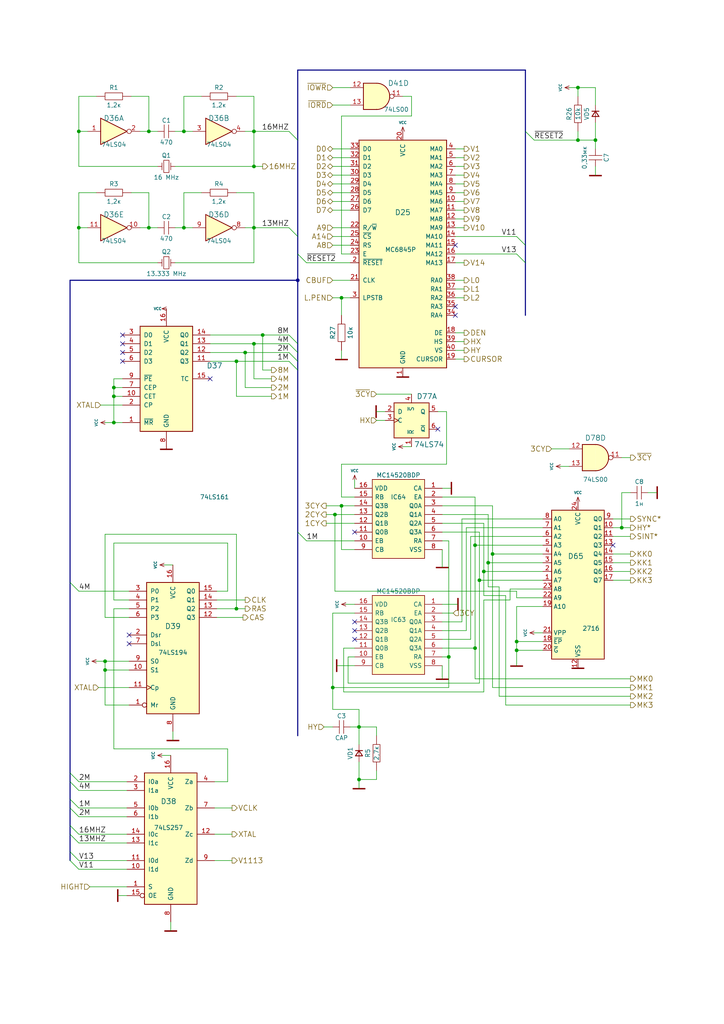
<source format=kicad_sch>
(kicad_sch (version 20211123) (generator eeschema)

  (uuid ce52e298-4c1f-4e90-ab4b-157701b38695)

  (paper "A4" portrait)

  (title_block
    (title "Aleste 520EX")
    (date "1994-01-04")
    (company "Patisonic")
    (comment 1 "Restored by Alexander Molodtsov")
    (comment 2 "Western version by Alessio Iodice")
    (comment 3 "Aleste 520EX")
  )

  (lib_symbols
    (symbol "74xx:74LS00" (pin_names (offset 1.016)) (in_bom yes) (on_board yes)
      (property "Reference" "U" (id 0) (at 0 1.27 0)
        (effects (font (size 1.27 1.27)))
      )
      (property "Value" "74LS00" (id 1) (at 0 -1.27 0)
        (effects (font (size 1.27 1.27)))
      )
      (property "Footprint" "" (id 2) (at 0 0 0)
        (effects (font (size 1.27 1.27)) hide)
      )
      (property "Datasheet" "http://www.ti.com/lit/gpn/sn74ls00" (id 3) (at 0 0 0)
        (effects (font (size 1.27 1.27)) hide)
      )
      (property "ki_locked" "" (id 4) (at 0 0 0)
        (effects (font (size 1.27 1.27)))
      )
      (property "ki_keywords" "TTL nand 2-input" (id 5) (at 0 0 0)
        (effects (font (size 1.27 1.27)) hide)
      )
      (property "ki_description" "quad 2-input NAND gate" (id 6) (at 0 0 0)
        (effects (font (size 1.27 1.27)) hide)
      )
      (property "ki_fp_filters" "DIP*W7.62mm* SO14*" (id 7) (at 0 0 0)
        (effects (font (size 1.27 1.27)) hide)
      )
      (symbol "74LS00_1_1"
        (arc (start 0 -3.81) (mid 3.81 0) (end 0 3.81)
          (stroke (width 0.254) (type default) (color 0 0 0 0))
          (fill (type background))
        )
        (polyline
          (pts
            (xy 0 3.81)
            (xy -3.81 3.81)
            (xy -3.81 -3.81)
            (xy 0 -3.81)
          )
          (stroke (width 0.254) (type default) (color 0 0 0 0))
          (fill (type background))
        )
        (pin input line (at -7.62 2.54 0) (length 3.81)
          (name "~" (effects (font (size 1.27 1.27))))
          (number "1" (effects (font (size 1.27 1.27))))
        )
        (pin input line (at -7.62 -2.54 0) (length 3.81)
          (name "~" (effects (font (size 1.27 1.27))))
          (number "2" (effects (font (size 1.27 1.27))))
        )
        (pin output inverted (at 7.62 0 180) (length 3.81)
          (name "~" (effects (font (size 1.27 1.27))))
          (number "3" (effects (font (size 1.27 1.27))))
        )
      )
      (symbol "74LS00_1_2"
        (arc (start -3.81 -3.81) (mid -2.589 0) (end -3.81 3.81)
          (stroke (width 0.254) (type default) (color 0 0 0 0))
          (fill (type none))
        )
        (arc (start -0.6096 -3.81) (mid 2.1842 -2.5851) (end 3.81 0)
          (stroke (width 0.254) (type default) (color 0 0 0 0))
          (fill (type background))
        )
        (polyline
          (pts
            (xy -3.81 -3.81)
            (xy -0.635 -3.81)
          )
          (stroke (width 0.254) (type default) (color 0 0 0 0))
          (fill (type background))
        )
        (polyline
          (pts
            (xy -3.81 3.81)
            (xy -0.635 3.81)
          )
          (stroke (width 0.254) (type default) (color 0 0 0 0))
          (fill (type background))
        )
        (polyline
          (pts
            (xy -0.635 3.81)
            (xy -3.81 3.81)
            (xy -3.81 3.81)
            (xy -3.556 3.4036)
            (xy -3.0226 2.2606)
            (xy -2.6924 1.0414)
            (xy -2.6162 -0.254)
            (xy -2.7686 -1.4986)
            (xy -3.175 -2.7178)
            (xy -3.81 -3.81)
            (xy -3.81 -3.81)
            (xy -0.635 -3.81)
          )
          (stroke (width -25.4) (type default) (color 0 0 0 0))
          (fill (type background))
        )
        (arc (start 3.81 0) (mid 2.1915 2.5936) (end -0.6096 3.81)
          (stroke (width 0.254) (type default) (color 0 0 0 0))
          (fill (type background))
        )
        (pin input inverted (at -7.62 2.54 0) (length 4.318)
          (name "~" (effects (font (size 1.27 1.27))))
          (number "1" (effects (font (size 1.27 1.27))))
        )
        (pin input inverted (at -7.62 -2.54 0) (length 4.318)
          (name "~" (effects (font (size 1.27 1.27))))
          (number "2" (effects (font (size 1.27 1.27))))
        )
        (pin output line (at 7.62 0 180) (length 3.81)
          (name "~" (effects (font (size 1.27 1.27))))
          (number "3" (effects (font (size 1.27 1.27))))
        )
      )
      (symbol "74LS00_2_1"
        (arc (start 0 -3.81) (mid 3.81 0) (end 0 3.81)
          (stroke (width 0.254) (type default) (color 0 0 0 0))
          (fill (type background))
        )
        (polyline
          (pts
            (xy 0 3.81)
            (xy -3.81 3.81)
            (xy -3.81 -3.81)
            (xy 0 -3.81)
          )
          (stroke (width 0.254) (type default) (color 0 0 0 0))
          (fill (type background))
        )
        (pin input line (at -7.62 2.54 0) (length 3.81)
          (name "~" (effects (font (size 1.27 1.27))))
          (number "4" (effects (font (size 1.27 1.27))))
        )
        (pin input line (at -7.62 -2.54 0) (length 3.81)
          (name "~" (effects (font (size 1.27 1.27))))
          (number "5" (effects (font (size 1.27 1.27))))
        )
        (pin output inverted (at 7.62 0 180) (length 3.81)
          (name "~" (effects (font (size 1.27 1.27))))
          (number "6" (effects (font (size 1.27 1.27))))
        )
      )
      (symbol "74LS00_2_2"
        (arc (start -3.81 -3.81) (mid -2.589 0) (end -3.81 3.81)
          (stroke (width 0.254) (type default) (color 0 0 0 0))
          (fill (type none))
        )
        (arc (start -0.6096 -3.81) (mid 2.1842 -2.5851) (end 3.81 0)
          (stroke (width 0.254) (type default) (color 0 0 0 0))
          (fill (type background))
        )
        (polyline
          (pts
            (xy -3.81 -3.81)
            (xy -0.635 -3.81)
          )
          (stroke (width 0.254) (type default) (color 0 0 0 0))
          (fill (type background))
        )
        (polyline
          (pts
            (xy -3.81 3.81)
            (xy -0.635 3.81)
          )
          (stroke (width 0.254) (type default) (color 0 0 0 0))
          (fill (type background))
        )
        (polyline
          (pts
            (xy -0.635 3.81)
            (xy -3.81 3.81)
            (xy -3.81 3.81)
            (xy -3.556 3.4036)
            (xy -3.0226 2.2606)
            (xy -2.6924 1.0414)
            (xy -2.6162 -0.254)
            (xy -2.7686 -1.4986)
            (xy -3.175 -2.7178)
            (xy -3.81 -3.81)
            (xy -3.81 -3.81)
            (xy -0.635 -3.81)
          )
          (stroke (width -25.4) (type default) (color 0 0 0 0))
          (fill (type background))
        )
        (arc (start 3.81 0) (mid 2.1915 2.5936) (end -0.6096 3.81)
          (stroke (width 0.254) (type default) (color 0 0 0 0))
          (fill (type background))
        )
        (pin input inverted (at -7.62 2.54 0) (length 4.318)
          (name "~" (effects (font (size 1.27 1.27))))
          (number "4" (effects (font (size 1.27 1.27))))
        )
        (pin input inverted (at -7.62 -2.54 0) (length 4.318)
          (name "~" (effects (font (size 1.27 1.27))))
          (number "5" (effects (font (size 1.27 1.27))))
        )
        (pin output line (at 7.62 0 180) (length 3.81)
          (name "~" (effects (font (size 1.27 1.27))))
          (number "6" (effects (font (size 1.27 1.27))))
        )
      )
      (symbol "74LS00_3_1"
        (arc (start 0 -3.81) (mid 3.81 0) (end 0 3.81)
          (stroke (width 0.254) (type default) (color 0 0 0 0))
          (fill (type background))
        )
        (polyline
          (pts
            (xy 0 3.81)
            (xy -3.81 3.81)
            (xy -3.81 -3.81)
            (xy 0 -3.81)
          )
          (stroke (width 0.254) (type default) (color 0 0 0 0))
          (fill (type background))
        )
        (pin input line (at -7.62 -2.54 0) (length 3.81)
          (name "~" (effects (font (size 1.27 1.27))))
          (number "10" (effects (font (size 1.27 1.27))))
        )
        (pin output inverted (at 7.62 0 180) (length 3.81)
          (name "~" (effects (font (size 1.27 1.27))))
          (number "8" (effects (font (size 1.27 1.27))))
        )
        (pin input line (at -7.62 2.54 0) (length 3.81)
          (name "~" (effects (font (size 1.27 1.27))))
          (number "9" (effects (font (size 1.27 1.27))))
        )
      )
      (symbol "74LS00_3_2"
        (arc (start -3.81 -3.81) (mid -2.589 0) (end -3.81 3.81)
          (stroke (width 0.254) (type default) (color 0 0 0 0))
          (fill (type none))
        )
        (arc (start -0.6096 -3.81) (mid 2.1842 -2.5851) (end 3.81 0)
          (stroke (width 0.254) (type default) (color 0 0 0 0))
          (fill (type background))
        )
        (polyline
          (pts
            (xy -3.81 -3.81)
            (xy -0.635 -3.81)
          )
          (stroke (width 0.254) (type default) (color 0 0 0 0))
          (fill (type background))
        )
        (polyline
          (pts
            (xy -3.81 3.81)
            (xy -0.635 3.81)
          )
          (stroke (width 0.254) (type default) (color 0 0 0 0))
          (fill (type background))
        )
        (polyline
          (pts
            (xy -0.635 3.81)
            (xy -3.81 3.81)
            (xy -3.81 3.81)
            (xy -3.556 3.4036)
            (xy -3.0226 2.2606)
            (xy -2.6924 1.0414)
            (xy -2.6162 -0.254)
            (xy -2.7686 -1.4986)
            (xy -3.175 -2.7178)
            (xy -3.81 -3.81)
            (xy -3.81 -3.81)
            (xy -0.635 -3.81)
          )
          (stroke (width -25.4) (type default) (color 0 0 0 0))
          (fill (type background))
        )
        (arc (start 3.81 0) (mid 2.1915 2.5936) (end -0.6096 3.81)
          (stroke (width 0.254) (type default) (color 0 0 0 0))
          (fill (type background))
        )
        (pin input inverted (at -7.62 -2.54 0) (length 4.318)
          (name "~" (effects (font (size 1.27 1.27))))
          (number "10" (effects (font (size 1.27 1.27))))
        )
        (pin output line (at 7.62 0 180) (length 3.81)
          (name "~" (effects (font (size 1.27 1.27))))
          (number "8" (effects (font (size 1.27 1.27))))
        )
        (pin input inverted (at -7.62 2.54 0) (length 4.318)
          (name "~" (effects (font (size 1.27 1.27))))
          (number "9" (effects (font (size 1.27 1.27))))
        )
      )
      (symbol "74LS00_4_1"
        (arc (start 0 -3.81) (mid 3.81 0) (end 0 3.81)
          (stroke (width 0.254) (type default) (color 0 0 0 0))
          (fill (type background))
        )
        (polyline
          (pts
            (xy 0 3.81)
            (xy -3.81 3.81)
            (xy -3.81 -3.81)
            (xy 0 -3.81)
          )
          (stroke (width 0.254) (type default) (color 0 0 0 0))
          (fill (type background))
        )
        (pin output inverted (at 7.62 0 180) (length 3.81)
          (name "~" (effects (font (size 1.27 1.27))))
          (number "11" (effects (font (size 1.27 1.27))))
        )
        (pin input line (at -7.62 2.54 0) (length 3.81)
          (name "~" (effects (font (size 1.27 1.27))))
          (number "12" (effects (font (size 1.27 1.27))))
        )
        (pin input line (at -7.62 -2.54 0) (length 3.81)
          (name "~" (effects (font (size 1.27 1.27))))
          (number "13" (effects (font (size 1.27 1.27))))
        )
      )
      (symbol "74LS00_4_2"
        (arc (start -3.81 -3.81) (mid -2.589 0) (end -3.81 3.81)
          (stroke (width 0.254) (type default) (color 0 0 0 0))
          (fill (type none))
        )
        (arc (start -0.6096 -3.81) (mid 2.1842 -2.5851) (end 3.81 0)
          (stroke (width 0.254) (type default) (color 0 0 0 0))
          (fill (type background))
        )
        (polyline
          (pts
            (xy -3.81 -3.81)
            (xy -0.635 -3.81)
          )
          (stroke (width 0.254) (type default) (color 0 0 0 0))
          (fill (type background))
        )
        (polyline
          (pts
            (xy -3.81 3.81)
            (xy -0.635 3.81)
          )
          (stroke (width 0.254) (type default) (color 0 0 0 0))
          (fill (type background))
        )
        (polyline
          (pts
            (xy -0.635 3.81)
            (xy -3.81 3.81)
            (xy -3.81 3.81)
            (xy -3.556 3.4036)
            (xy -3.0226 2.2606)
            (xy -2.6924 1.0414)
            (xy -2.6162 -0.254)
            (xy -2.7686 -1.4986)
            (xy -3.175 -2.7178)
            (xy -3.81 -3.81)
            (xy -3.81 -3.81)
            (xy -0.635 -3.81)
          )
          (stroke (width -25.4) (type default) (color 0 0 0 0))
          (fill (type background))
        )
        (arc (start 3.81 0) (mid 2.1915 2.5936) (end -0.6096 3.81)
          (stroke (width 0.254) (type default) (color 0 0 0 0))
          (fill (type background))
        )
        (pin output line (at 7.62 0 180) (length 3.81)
          (name "~" (effects (font (size 1.27 1.27))))
          (number "11" (effects (font (size 1.27 1.27))))
        )
        (pin input inverted (at -7.62 2.54 0) (length 4.318)
          (name "~" (effects (font (size 1.27 1.27))))
          (number "12" (effects (font (size 1.27 1.27))))
        )
        (pin input inverted (at -7.62 -2.54 0) (length 4.318)
          (name "~" (effects (font (size 1.27 1.27))))
          (number "13" (effects (font (size 1.27 1.27))))
        )
      )
      (symbol "74LS00_5_0"
        (pin power_in line (at 0 12.7 270) (length 5.08)
          (name "VCC" (effects (font (size 1.27 1.27))))
          (number "14" (effects (font (size 1.27 1.27))))
        )
        (pin power_in line (at 0 -12.7 90) (length 5.08)
          (name "GND" (effects (font (size 1.27 1.27))))
          (number "7" (effects (font (size 1.27 1.27))))
        )
      )
      (symbol "74LS00_5_1"
        (rectangle (start -5.08 7.62) (end 5.08 -7.62)
          (stroke (width 0.254) (type default) (color 0 0 0 0))
          (fill (type background))
        )
      )
    )
    (symbol "74xx:74LS04" (in_bom yes) (on_board yes)
      (property "Reference" "U" (id 0) (at 0 1.27 0)
        (effects (font (size 1.27 1.27)))
      )
      (property "Value" "74LS04" (id 1) (at 0 -1.27 0)
        (effects (font (size 1.27 1.27)))
      )
      (property "Footprint" "" (id 2) (at 0 0 0)
        (effects (font (size 1.27 1.27)) hide)
      )
      (property "Datasheet" "http://www.ti.com/lit/gpn/sn74LS04" (id 3) (at 0 0 0)
        (effects (font (size 1.27 1.27)) hide)
      )
      (property "ki_locked" "" (id 4) (at 0 0 0)
        (effects (font (size 1.27 1.27)))
      )
      (property "ki_keywords" "TTL not inv" (id 5) (at 0 0 0)
        (effects (font (size 1.27 1.27)) hide)
      )
      (property "ki_description" "Hex Inverter" (id 6) (at 0 0 0)
        (effects (font (size 1.27 1.27)) hide)
      )
      (property "ki_fp_filters" "DIP*W7.62mm* SSOP?14* TSSOP?14*" (id 7) (at 0 0 0)
        (effects (font (size 1.27 1.27)) hide)
      )
      (symbol "74LS04_1_0"
        (polyline
          (pts
            (xy -3.81 3.81)
            (xy -3.81 -3.81)
            (xy 3.81 0)
            (xy -3.81 3.81)
          )
          (stroke (width 0.254) (type default) (color 0 0 0 0))
          (fill (type background))
        )
        (pin input line (at -7.62 0 0) (length 3.81)
          (name "~" (effects (font (size 1.27 1.27))))
          (number "1" (effects (font (size 1.27 1.27))))
        )
        (pin output inverted (at 7.62 0 180) (length 3.81)
          (name "~" (effects (font (size 1.27 1.27))))
          (number "2" (effects (font (size 1.27 1.27))))
        )
      )
      (symbol "74LS04_2_0"
        (polyline
          (pts
            (xy -3.81 3.81)
            (xy -3.81 -3.81)
            (xy 3.81 0)
            (xy -3.81 3.81)
          )
          (stroke (width 0.254) (type default) (color 0 0 0 0))
          (fill (type background))
        )
        (pin input line (at -7.62 0 0) (length 3.81)
          (name "~" (effects (font (size 1.27 1.27))))
          (number "3" (effects (font (size 1.27 1.27))))
        )
        (pin output inverted (at 7.62 0 180) (length 3.81)
          (name "~" (effects (font (size 1.27 1.27))))
          (number "4" (effects (font (size 1.27 1.27))))
        )
      )
      (symbol "74LS04_3_0"
        (polyline
          (pts
            (xy -3.81 3.81)
            (xy -3.81 -3.81)
            (xy 3.81 0)
            (xy -3.81 3.81)
          )
          (stroke (width 0.254) (type default) (color 0 0 0 0))
          (fill (type background))
        )
        (pin input line (at -7.62 0 0) (length 3.81)
          (name "~" (effects (font (size 1.27 1.27))))
          (number "5" (effects (font (size 1.27 1.27))))
        )
        (pin output inverted (at 7.62 0 180) (length 3.81)
          (name "~" (effects (font (size 1.27 1.27))))
          (number "6" (effects (font (size 1.27 1.27))))
        )
      )
      (symbol "74LS04_4_0"
        (polyline
          (pts
            (xy -3.81 3.81)
            (xy -3.81 -3.81)
            (xy 3.81 0)
            (xy -3.81 3.81)
          )
          (stroke (width 0.254) (type default) (color 0 0 0 0))
          (fill (type background))
        )
        (pin output inverted (at 7.62 0 180) (length 3.81)
          (name "~" (effects (font (size 1.27 1.27))))
          (number "8" (effects (font (size 1.27 1.27))))
        )
        (pin input line (at -7.62 0 0) (length 3.81)
          (name "~" (effects (font (size 1.27 1.27))))
          (number "9" (effects (font (size 1.27 1.27))))
        )
      )
      (symbol "74LS04_5_0"
        (polyline
          (pts
            (xy -3.81 3.81)
            (xy -3.81 -3.81)
            (xy 3.81 0)
            (xy -3.81 3.81)
          )
          (stroke (width 0.254) (type default) (color 0 0 0 0))
          (fill (type background))
        )
        (pin output inverted (at 7.62 0 180) (length 3.81)
          (name "~" (effects (font (size 1.27 1.27))))
          (number "10" (effects (font (size 1.27 1.27))))
        )
        (pin input line (at -7.62 0 0) (length 3.81)
          (name "~" (effects (font (size 1.27 1.27))))
          (number "11" (effects (font (size 1.27 1.27))))
        )
      )
      (symbol "74LS04_6_0"
        (polyline
          (pts
            (xy -3.81 3.81)
            (xy -3.81 -3.81)
            (xy 3.81 0)
            (xy -3.81 3.81)
          )
          (stroke (width 0.254) (type default) (color 0 0 0 0))
          (fill (type background))
        )
        (pin output inverted (at 7.62 0 180) (length 3.81)
          (name "~" (effects (font (size 1.27 1.27))))
          (number "12" (effects (font (size 1.27 1.27))))
        )
        (pin input line (at -7.62 0 0) (length 3.81)
          (name "~" (effects (font (size 1.27 1.27))))
          (number "13" (effects (font (size 1.27 1.27))))
        )
      )
      (symbol "74LS04_7_0"
        (pin power_in line (at 0 12.7 270) (length 5.08)
          (name "VCC" (effects (font (size 1.27 1.27))))
          (number "14" (effects (font (size 1.27 1.27))))
        )
        (pin power_in line (at 0 -12.7 90) (length 5.08)
          (name "GND" (effects (font (size 1.27 1.27))))
          (number "7" (effects (font (size 1.27 1.27))))
        )
      )
      (symbol "74LS04_7_1"
        (rectangle (start -5.08 7.62) (end 5.08 -7.62)
          (stroke (width 0.254) (type default) (color 0 0 0 0))
          (fill (type background))
        )
      )
    )
    (symbol "74xx:74LS161" (pin_names (offset 1.016)) (in_bom yes) (on_board yes)
      (property "Reference" "U" (id 0) (at -7.62 16.51 0)
        (effects (font (size 1.27 1.27)))
      )
      (property "Value" "74LS161" (id 1) (at -7.62 -16.51 0)
        (effects (font (size 1.27 1.27)))
      )
      (property "Footprint" "" (id 2) (at 0 0 0)
        (effects (font (size 1.27 1.27)) hide)
      )
      (property "Datasheet" "http://www.ti.com/lit/gpn/sn74LS161" (id 3) (at 0 0 0)
        (effects (font (size 1.27 1.27)) hide)
      )
      (property "ki_locked" "" (id 4) (at 0 0 0)
        (effects (font (size 1.27 1.27)))
      )
      (property "ki_keywords" "TTL CNT CNT4" (id 5) (at 0 0 0)
        (effects (font (size 1.27 1.27)) hide)
      )
      (property "ki_description" "Synchronous 4-bit programmable binary Counter" (id 6) (at 0 0 0)
        (effects (font (size 1.27 1.27)) hide)
      )
      (property "ki_fp_filters" "DIP?16*" (id 7) (at 0 0 0)
        (effects (font (size 1.27 1.27)) hide)
      )
      (symbol "74LS161_1_0"
        (pin input line (at -12.7 -12.7 0) (length 5.08)
          (name "~{MR}" (effects (font (size 1.27 1.27))))
          (number "1" (effects (font (size 1.27 1.27))))
        )
        (pin input line (at -12.7 -5.08 0) (length 5.08)
          (name "CET" (effects (font (size 1.27 1.27))))
          (number "10" (effects (font (size 1.27 1.27))))
        )
        (pin output line (at 12.7 5.08 180) (length 5.08)
          (name "Q3" (effects (font (size 1.27 1.27))))
          (number "11" (effects (font (size 1.27 1.27))))
        )
        (pin output line (at 12.7 7.62 180) (length 5.08)
          (name "Q2" (effects (font (size 1.27 1.27))))
          (number "12" (effects (font (size 1.27 1.27))))
        )
        (pin output line (at 12.7 10.16 180) (length 5.08)
          (name "Q1" (effects (font (size 1.27 1.27))))
          (number "13" (effects (font (size 1.27 1.27))))
        )
        (pin output line (at 12.7 12.7 180) (length 5.08)
          (name "Q0" (effects (font (size 1.27 1.27))))
          (number "14" (effects (font (size 1.27 1.27))))
        )
        (pin output line (at 12.7 0 180) (length 5.08)
          (name "TC" (effects (font (size 1.27 1.27))))
          (number "15" (effects (font (size 1.27 1.27))))
        )
        (pin power_in line (at 0 20.32 270) (length 5.08)
          (name "VCC" (effects (font (size 1.27 1.27))))
          (number "16" (effects (font (size 1.27 1.27))))
        )
        (pin input line (at -12.7 -7.62 0) (length 5.08)
          (name "CP" (effects (font (size 1.27 1.27))))
          (number "2" (effects (font (size 1.27 1.27))))
        )
        (pin input line (at -12.7 12.7 0) (length 5.08)
          (name "D0" (effects (font (size 1.27 1.27))))
          (number "3" (effects (font (size 1.27 1.27))))
        )
        (pin input line (at -12.7 10.16 0) (length 5.08)
          (name "D1" (effects (font (size 1.27 1.27))))
          (number "4" (effects (font (size 1.27 1.27))))
        )
        (pin input line (at -12.7 7.62 0) (length 5.08)
          (name "D2" (effects (font (size 1.27 1.27))))
          (number "5" (effects (font (size 1.27 1.27))))
        )
        (pin input line (at -12.7 5.08 0) (length 5.08)
          (name "D3" (effects (font (size 1.27 1.27))))
          (number "6" (effects (font (size 1.27 1.27))))
        )
        (pin input line (at -12.7 -2.54 0) (length 5.08)
          (name "CEP" (effects (font (size 1.27 1.27))))
          (number "7" (effects (font (size 1.27 1.27))))
        )
        (pin power_in line (at 0 -20.32 90) (length 5.08)
          (name "GND" (effects (font (size 1.27 1.27))))
          (number "8" (effects (font (size 1.27 1.27))))
        )
        (pin input line (at -12.7 0 0) (length 5.08)
          (name "~{PE}" (effects (font (size 1.27 1.27))))
          (number "9" (effects (font (size 1.27 1.27))))
        )
      )
      (symbol "74LS161_1_1"
        (rectangle (start -7.62 15.24) (end 7.62 -15.24)
          (stroke (width 0.254) (type default) (color 0 0 0 0))
          (fill (type background))
        )
      )
    )
    (symbol "74xx:74LS194" (pin_names (offset 1.016)) (in_bom yes) (on_board yes)
      (property "Reference" "U" (id 0) (at -7.62 19.05 0)
        (effects (font (size 1.27 1.27)))
      )
      (property "Value" "74LS194" (id 1) (at -7.62 -21.59 0)
        (effects (font (size 1.27 1.27)))
      )
      (property "Footprint" "" (id 2) (at 0 0 0)
        (effects (font (size 1.27 1.27)) hide)
      )
      (property "Datasheet" "http://www.ti.com/lit/gpn/sn74LS194" (id 3) (at 0 0 0)
        (effects (font (size 1.27 1.27)) hide)
      )
      (property "ki_locked" "" (id 4) (at 0 0 0)
        (effects (font (size 1.27 1.27)))
      )
      (property "ki_keywords" "TTL RS SR4" (id 5) (at 0 0 0)
        (effects (font (size 1.27 1.27)) hide)
      )
      (property "ki_description" "Shift Register 4-bit Bidirectional" (id 6) (at 0 0 0)
        (effects (font (size 1.27 1.27)) hide)
      )
      (property "ki_fp_filters" "DIP?16*" (id 7) (at 0 0 0)
        (effects (font (size 1.27 1.27)) hide)
      )
      (symbol "74LS194_1_0"
        (pin input inverted (at -12.7 -17.78 0) (length 5.08)
          (name "Mr" (effects (font (size 1.27 1.27))))
          (number "1" (effects (font (size 1.27 1.27))))
        )
        (pin input line (at -12.7 -7.62 0) (length 5.08)
          (name "S1" (effects (font (size 1.27 1.27))))
          (number "10" (effects (font (size 1.27 1.27))))
        )
        (pin input clock (at -12.7 -12.7 0) (length 5.08)
          (name "Cp" (effects (font (size 1.27 1.27))))
          (number "11" (effects (font (size 1.27 1.27))))
        )
        (pin output line (at 12.7 7.62 180) (length 5.08)
          (name "Q3" (effects (font (size 1.27 1.27))))
          (number "12" (effects (font (size 1.27 1.27))))
        )
        (pin output line (at 12.7 10.16 180) (length 5.08)
          (name "Q2" (effects (font (size 1.27 1.27))))
          (number "13" (effects (font (size 1.27 1.27))))
        )
        (pin output line (at 12.7 12.7 180) (length 5.08)
          (name "Q1" (effects (font (size 1.27 1.27))))
          (number "14" (effects (font (size 1.27 1.27))))
        )
        (pin output line (at 12.7 15.24 180) (length 5.08)
          (name "Q0" (effects (font (size 1.27 1.27))))
          (number "15" (effects (font (size 1.27 1.27))))
        )
        (pin power_in line (at 0 22.86 270) (length 5.08)
          (name "VCC" (effects (font (size 1.27 1.27))))
          (number "16" (effects (font (size 1.27 1.27))))
        )
        (pin input line (at -12.7 2.54 0) (length 5.08)
          (name "Dsr" (effects (font (size 1.27 1.27))))
          (number "2" (effects (font (size 1.27 1.27))))
        )
        (pin input line (at -12.7 15.24 0) (length 5.08)
          (name "P0" (effects (font (size 1.27 1.27))))
          (number "3" (effects (font (size 1.27 1.27))))
        )
        (pin input line (at -12.7 12.7 0) (length 5.08)
          (name "P1" (effects (font (size 1.27 1.27))))
          (number "4" (effects (font (size 1.27 1.27))))
        )
        (pin input line (at -12.7 10.16 0) (length 5.08)
          (name "P2" (effects (font (size 1.27 1.27))))
          (number "5" (effects (font (size 1.27 1.27))))
        )
        (pin input line (at -12.7 7.62 0) (length 5.08)
          (name "P3" (effects (font (size 1.27 1.27))))
          (number "6" (effects (font (size 1.27 1.27))))
        )
        (pin input line (at -12.7 0 0) (length 5.08)
          (name "Dsl" (effects (font (size 1.27 1.27))))
          (number "7" (effects (font (size 1.27 1.27))))
        )
        (pin power_in line (at 0 -25.4 90) (length 5.08)
          (name "GND" (effects (font (size 1.27 1.27))))
          (number "8" (effects (font (size 1.27 1.27))))
        )
        (pin input line (at -12.7 -5.08 0) (length 5.08)
          (name "S0" (effects (font (size 1.27 1.27))))
          (number "9" (effects (font (size 1.27 1.27))))
        )
      )
      (symbol "74LS194_1_1"
        (rectangle (start -7.62 17.78) (end 7.62 -20.32)
          (stroke (width 0.254) (type default) (color 0 0 0 0))
          (fill (type background))
        )
      )
    )
    (symbol "74xx:74LS257" (pin_names (offset 1.016)) (in_bom yes) (on_board yes)
      (property "Reference" "U" (id 0) (at -7.62 19.05 0)
        (effects (font (size 1.27 1.27)))
      )
      (property "Value" "74LS257" (id 1) (at -7.62 -21.59 0)
        (effects (font (size 1.27 1.27)))
      )
      (property "Footprint" "" (id 2) (at 0 0 0)
        (effects (font (size 1.27 1.27)) hide)
      )
      (property "Datasheet" "http://www.ti.com/lit/gpn/sn74LS257" (id 3) (at 0 0 0)
        (effects (font (size 1.27 1.27)) hide)
      )
      (property "ki_locked" "" (id 4) (at 0 0 0)
        (effects (font (size 1.27 1.27)))
      )
      (property "ki_keywords" "TTL MUX MUX2" (id 5) (at 0 0 0)
        (effects (font (size 1.27 1.27)) hide)
      )
      (property "ki_description" "Quad 2 to 1 Multiplexer" (id 6) (at 0 0 0)
        (effects (font (size 1.27 1.27)) hide)
      )
      (property "ki_fp_filters" "DIP?16*" (id 7) (at 0 0 0)
        (effects (font (size 1.27 1.27)) hide)
      )
      (symbol "74LS257_1_0"
        (pin input line (at -12.7 -15.24 0) (length 5.08)
          (name "S" (effects (font (size 1.27 1.27))))
          (number "1" (effects (font (size 1.27 1.27))))
        )
        (pin input line (at -12.7 -10.16 0) (length 5.08)
          (name "I1d" (effects (font (size 1.27 1.27))))
          (number "10" (effects (font (size 1.27 1.27))))
        )
        (pin input line (at -12.7 -7.62 0) (length 5.08)
          (name "I0d" (effects (font (size 1.27 1.27))))
          (number "11" (effects (font (size 1.27 1.27))))
        )
        (pin tri_state line (at 12.7 0 180) (length 5.08)
          (name "Zc" (effects (font (size 1.27 1.27))))
          (number "12" (effects (font (size 1.27 1.27))))
        )
        (pin input line (at -12.7 -2.54 0) (length 5.08)
          (name "I1c" (effects (font (size 1.27 1.27))))
          (number "13" (effects (font (size 1.27 1.27))))
        )
        (pin input line (at -12.7 0 0) (length 5.08)
          (name "I0c" (effects (font (size 1.27 1.27))))
          (number "14" (effects (font (size 1.27 1.27))))
        )
        (pin input inverted (at -12.7 -17.78 0) (length 5.08)
          (name "OE" (effects (font (size 1.27 1.27))))
          (number "15" (effects (font (size 1.27 1.27))))
        )
        (pin power_in line (at 0 22.86 270) (length 5.08)
          (name "VCC" (effects (font (size 1.27 1.27))))
          (number "16" (effects (font (size 1.27 1.27))))
        )
        (pin input line (at -12.7 15.24 0) (length 5.08)
          (name "I0a" (effects (font (size 1.27 1.27))))
          (number "2" (effects (font (size 1.27 1.27))))
        )
        (pin input line (at -12.7 12.7 0) (length 5.08)
          (name "I1a" (effects (font (size 1.27 1.27))))
          (number "3" (effects (font (size 1.27 1.27))))
        )
        (pin tri_state line (at 12.7 15.24 180) (length 5.08)
          (name "Za" (effects (font (size 1.27 1.27))))
          (number "4" (effects (font (size 1.27 1.27))))
        )
        (pin input line (at -12.7 7.62 0) (length 5.08)
          (name "I0b" (effects (font (size 1.27 1.27))))
          (number "5" (effects (font (size 1.27 1.27))))
        )
        (pin input line (at -12.7 5.08 0) (length 5.08)
          (name "I1b" (effects (font (size 1.27 1.27))))
          (number "6" (effects (font (size 1.27 1.27))))
        )
        (pin tri_state line (at 12.7 7.62 180) (length 5.08)
          (name "Zb" (effects (font (size 1.27 1.27))))
          (number "7" (effects (font (size 1.27 1.27))))
        )
        (pin power_in line (at 0 -25.4 90) (length 5.08)
          (name "GND" (effects (font (size 1.27 1.27))))
          (number "8" (effects (font (size 1.27 1.27))))
        )
        (pin tri_state line (at 12.7 -7.62 180) (length 5.08)
          (name "Zd" (effects (font (size 1.27 1.27))))
          (number "9" (effects (font (size 1.27 1.27))))
        )
      )
      (symbol "74LS257_1_1"
        (rectangle (start -7.62 17.78) (end 7.62 -20.32)
          (stroke (width 0.254) (type default) (color 0 0 0 0))
          (fill (type background))
        )
      )
    )
    (symbol "74xx:74LS74" (pin_names (offset 1.016)) (in_bom yes) (on_board yes)
      (property "Reference" "U" (id 0) (at -7.62 8.89 0)
        (effects (font (size 1.27 1.27)))
      )
      (property "Value" "74LS74" (id 1) (at -7.62 -8.89 0)
        (effects (font (size 1.27 1.27)))
      )
      (property "Footprint" "" (id 2) (at 0 0 0)
        (effects (font (size 1.27 1.27)) hide)
      )
      (property "Datasheet" "74xx/74hc_hct74.pdf" (id 3) (at 0 0 0)
        (effects (font (size 1.27 1.27)) hide)
      )
      (property "ki_locked" "" (id 4) (at 0 0 0)
        (effects (font (size 1.27 1.27)))
      )
      (property "ki_keywords" "TTL DFF" (id 5) (at 0 0 0)
        (effects (font (size 1.27 1.27)) hide)
      )
      (property "ki_description" "Dual D Flip-flop, Set & Reset" (id 6) (at 0 0 0)
        (effects (font (size 1.27 1.27)) hide)
      )
      (property "ki_fp_filters" "DIP*W7.62mm*" (id 7) (at 0 0 0)
        (effects (font (size 1.27 1.27)) hide)
      )
      (symbol "74LS74_1_0"
        (pin input line (at 0 -7.62 90) (length 2.54)
          (name "~{R}" (effects (font (size 1.27 1.27))))
          (number "1" (effects (font (size 1.27 1.27))))
        )
        (pin input line (at -7.62 2.54 0) (length 2.54)
          (name "D" (effects (font (size 1.27 1.27))))
          (number "2" (effects (font (size 1.27 1.27))))
        )
        (pin input clock (at -7.62 0 0) (length 2.54)
          (name "C" (effects (font (size 1.27 1.27))))
          (number "3" (effects (font (size 1.27 1.27))))
        )
        (pin input line (at 0 7.62 270) (length 2.54)
          (name "~{S}" (effects (font (size 1.27 1.27))))
          (number "4" (effects (font (size 1.27 1.27))))
        )
        (pin output line (at 7.62 2.54 180) (length 2.54)
          (name "Q" (effects (font (size 1.27 1.27))))
          (number "5" (effects (font (size 1.27 1.27))))
        )
        (pin output line (at 7.62 -2.54 180) (length 2.54)
          (name "~{Q}" (effects (font (size 1.27 1.27))))
          (number "6" (effects (font (size 1.27 1.27))))
        )
      )
      (symbol "74LS74_1_1"
        (rectangle (start -5.08 5.08) (end 5.08 -5.08)
          (stroke (width 0.254) (type default) (color 0 0 0 0))
          (fill (type background))
        )
      )
      (symbol "74LS74_2_0"
        (pin input line (at 0 7.62 270) (length 2.54)
          (name "~{S}" (effects (font (size 1.27 1.27))))
          (number "10" (effects (font (size 1.27 1.27))))
        )
        (pin input clock (at -7.62 0 0) (length 2.54)
          (name "C" (effects (font (size 1.27 1.27))))
          (number "11" (effects (font (size 1.27 1.27))))
        )
        (pin input line (at -7.62 2.54 0) (length 2.54)
          (name "D" (effects (font (size 1.27 1.27))))
          (number "12" (effects (font (size 1.27 1.27))))
        )
        (pin input line (at 0 -7.62 90) (length 2.54)
          (name "~{R}" (effects (font (size 1.27 1.27))))
          (number "13" (effects (font (size 1.27 1.27))))
        )
        (pin output line (at 7.62 -2.54 180) (length 2.54)
          (name "~{Q}" (effects (font (size 1.27 1.27))))
          (number "8" (effects (font (size 1.27 1.27))))
        )
        (pin output line (at 7.62 2.54 180) (length 2.54)
          (name "Q" (effects (font (size 1.27 1.27))))
          (number "9" (effects (font (size 1.27 1.27))))
        )
      )
      (symbol "74LS74_2_1"
        (rectangle (start -5.08 5.08) (end 5.08 -5.08)
          (stroke (width 0.254) (type default) (color 0 0 0 0))
          (fill (type background))
        )
      )
      (symbol "74LS74_3_0"
        (pin power_in line (at 0 10.16 270) (length 2.54)
          (name "VCC" (effects (font (size 1.27 1.27))))
          (number "14" (effects (font (size 1.27 1.27))))
        )
        (pin power_in line (at 0 -10.16 90) (length 2.54)
          (name "GND" (effects (font (size 1.27 1.27))))
          (number "7" (effects (font (size 1.27 1.27))))
        )
      )
      (symbol "74LS74_3_1"
        (rectangle (start -5.08 7.62) (end 5.08 -7.62)
          (stroke (width 0.254) (type default) (color 0 0 0 0))
          (fill (type background))
        )
      )
    )
    (symbol "Common_Alessio:2716" (in_bom yes) (on_board yes)
      (property "Reference" "IC" (id 0) (at 1.27 1.27 0)
        (effects (font (size 1.27 1.27)))
      )
      (property "Value" "2716" (id 1) (at 2.54 3.81 0)
        (effects (font (size 1.27 1.27)))
      )
      (property "Footprint" "" (id 2) (at 0 0 0)
        (effects (font (size 1.27 1.27)) hide)
      )
      (property "Datasheet" "" (id 3) (at 0 0 0)
        (effects (font (size 1.27 1.27)) hide)
      )
      (symbol "2716_1_1"
        (rectangle (start 2.54 -2.54) (end 17.78 -45.72)
          (stroke (width 0.254) (type default) (color 0 0 0 0))
          (fill (type background))
        )
        (pin input line (at 0 -22.86 0) (length 2.54)
          (name "A7" (effects (font (size 1.27 1.27))))
          (number "1" (effects (font (size 1.27 1.27))))
        )
        (pin tri_state line (at 20.32 -7.62 180) (length 2.54)
          (name "Q1" (effects (font (size 1.27 1.27))))
          (number "10" (effects (font (size 1.27 1.27))))
        )
        (pin tri_state line (at 20.32 -10.16 180) (length 2.54)
          (name "Q2" (effects (font (size 1.27 1.27))))
          (number "11" (effects (font (size 1.27 1.27))))
        )
        (pin power_in line (at 10.16 -48.26 90) (length 2.54)
          (name "VSS" (effects (font (size 1.27 1.27))))
          (number "12" (effects (font (size 1.27 1.27))))
        )
        (pin tri_state line (at 20.32 -12.7 180) (length 2.54)
          (name "Q3" (effects (font (size 1.27 1.27))))
          (number "13" (effects (font (size 1.27 1.27))))
        )
        (pin tri_state line (at 20.32 -15.24 180) (length 2.54)
          (name "Q4" (effects (font (size 1.27 1.27))))
          (number "14" (effects (font (size 1.27 1.27))))
        )
        (pin tri_state line (at 20.32 -17.78 180) (length 2.54)
          (name "Q5" (effects (font (size 1.27 1.27))))
          (number "15" (effects (font (size 1.27 1.27))))
        )
        (pin tri_state line (at 20.32 -20.32 180) (length 2.54)
          (name "Q6" (effects (font (size 1.27 1.27))))
          (number "16" (effects (font (size 1.27 1.27))))
        )
        (pin tri_state line (at 20.32 -22.86 180) (length 2.54)
          (name "Q7" (effects (font (size 1.27 1.27))))
          (number "17" (effects (font (size 1.27 1.27))))
        )
        (pin input line (at 0 -40.64 0) (length 2.54)
          (name "~{EP}" (effects (font (size 1.27 1.27))))
          (number "18" (effects (font (size 1.27 1.27))))
        )
        (pin input line (at 0 -30.48 0) (length 2.54)
          (name "A10" (effects (font (size 1.27 1.27))))
          (number "19" (effects (font (size 1.27 1.27))))
        )
        (pin input line (at 0 -20.32 0) (length 2.54)
          (name "A6" (effects (font (size 1.27 1.27))))
          (number "2" (effects (font (size 1.27 1.27))))
        )
        (pin input line (at 0 -43.18 0) (length 2.54)
          (name "~{G}" (effects (font (size 1.27 1.27))))
          (number "20" (effects (font (size 1.27 1.27))))
        )
        (pin power_in line (at 0 -38.1 0) (length 2.54)
          (name "VPP" (effects (font (size 1.27 1.27))))
          (number "21" (effects (font (size 1.27 1.27))))
        )
        (pin input line (at 0 -27.94 0) (length 2.54)
          (name "A9" (effects (font (size 1.27 1.27))))
          (number "22" (effects (font (size 1.27 1.27))))
        )
        (pin input line (at 0 -25.4 0) (length 2.54)
          (name "A8" (effects (font (size 1.27 1.27))))
          (number "23" (effects (font (size 1.27 1.27))))
        )
        (pin power_in line (at 10.16 0 270) (length 2.54)
          (name "VCC" (effects (font (size 1.27 1.27))))
          (number "24" (effects (font (size 1.27 1.27))))
        )
        (pin input line (at 0 -17.78 0) (length 2.54)
          (name "A5" (effects (font (size 1.27 1.27))))
          (number "3" (effects (font (size 1.27 1.27))))
        )
        (pin input line (at 0 -15.24 0) (length 2.54)
          (name "A4" (effects (font (size 1.27 1.27))))
          (number "4" (effects (font (size 1.27 1.27))))
        )
        (pin input line (at 0 -12.7 0) (length 2.54)
          (name "A3" (effects (font (size 1.27 1.27))))
          (number "5" (effects (font (size 1.27 1.27))))
        )
        (pin input line (at 0 -10.16 0) (length 2.54)
          (name "A2" (effects (font (size 1.27 1.27))))
          (number "6" (effects (font (size 1.27 1.27))))
        )
        (pin input line (at 0 -7.62 0) (length 2.54)
          (name "A1" (effects (font (size 1.27 1.27))))
          (number "7" (effects (font (size 1.27 1.27))))
        )
        (pin input line (at 0 -5.08 0) (length 2.54)
          (name "A0" (effects (font (size 1.27 1.27))))
          (number "8" (effects (font (size 1.27 1.27))))
        )
        (pin tri_state line (at 20.32 -5.08 180) (length 2.54)
          (name "Q0" (effects (font (size 1.27 1.27))))
          (number "9" (effects (font (size 1.27 1.27))))
        )
      )
    )
    (symbol "Common_Alessio:MC14520BDP" (pin_names (offset 0.762)) (in_bom yes) (on_board yes)
      (property "Reference" "IC63" (id 0) (at -12.7 7.62 0)
        (effects (font (size 1.27 1.27)))
      )
      (property "Value" "MC14520BDP" (id 1) (at -12.7 5.08 0)
        (effects (font (size 1.27 1.27)))
      )
      (property "Footprint" "Package_DIP:DIP-16_W7.62mm_Socket" (id 2) (at -21.59 2.54 0)
        (effects (font (size 1.27 1.27)) (justify left) hide)
      )
      (property "Datasheet" "http://www.onsemi.com/pub/Collateral/MC14518B-D.PDF" (id 3) (at -21.59 0 0)
        (effects (font (size 1.27 1.27)) (justify left) hide)
      )
      (property "Description" "" (id 4) (at -21.59 -2.54 0)
        (effects (font (size 1.27 1.27)) (justify left) hide)
      )
      (property "Height" "2.65" (id 5) (at -21.59 -5.08 0)
        (effects (font (size 1.27 1.27)) (justify left) hide)
      )
      (property "Manufacturer_Name" "onsemi" (id 6) (at -21.59 -7.62 0)
        (effects (font (size 1.27 1.27)) (justify left) hide)
      )
      (property "Manufacturer_Part_Number" "MC14520BDWG" (id 7) (at -21.59 -10.16 0)
        (effects (font (size 1.27 1.27)) (justify left) hide)
      )
      (property "Mouser Part Number" "863-MC14520BDWG" (id 8) (at -21.59 -12.7 0)
        (effects (font (size 1.27 1.27)) (justify left) hide)
      )
      (property "Mouser Price/Stock" "https://www.mouser.co.uk/ProductDetail/ON-Semiconductor/MC14520BDWG?qs=g2rIOKKlpob2Uc39N%2F4slg%3D%3D" (id 9) (at -21.59 -15.24 0)
        (effects (font (size 1.27 1.27)) (justify left) hide)
      )
      (property "Arrow Part Number" "MC14520BDWG" (id 10) (at -21.59 -17.78 0)
        (effects (font (size 1.27 1.27)) (justify left) hide)
      )
      (property "Arrow Price/Stock" "https://www.arrow.com/en/products/mc14520bdwg/on-semiconductor?region=europe" (id 11) (at -21.59 -20.32 0)
        (effects (font (size 1.27 1.27)) (justify left) hide)
      )
      (symbol "MC14520BDP_0_0"
        (pin passive line (at 0 0 0) (length 5.08)
          (name "CA" (effects (font (size 1.27 1.27))))
          (number "1" (effects (font (size 1.27 1.27))))
        )
        (pin passive line (at 25.4 -15.24 180) (length 5.08)
          (name "EB" (effects (font (size 1.27 1.27))))
          (number "10" (effects (font (size 1.27 1.27))))
        )
        (pin passive line (at 25.4 -12.7 180) (length 5.08)
          (name "Q0B" (effects (font (size 1.27 1.27))))
          (number "11" (effects (font (size 1.27 1.27))))
        )
        (pin passive line (at 25.4 -10.16 180) (length 5.08)
          (name "Q1B" (effects (font (size 1.27 1.27))))
          (number "12" (effects (font (size 1.27 1.27))))
        )
        (pin passive line (at 25.4 -7.62 180) (length 5.08)
          (name "Q2B" (effects (font (size 1.27 1.27))))
          (number "13" (effects (font (size 1.27 1.27))))
        )
        (pin passive line (at 25.4 -5.08 180) (length 5.08)
          (name "Q3B" (effects (font (size 1.27 1.27))))
          (number "14" (effects (font (size 1.27 1.27))))
        )
        (pin passive line (at 25.4 -2.54 180) (length 5.08)
          (name "RB" (effects (font (size 1.27 1.27))))
          (number "15" (effects (font (size 1.27 1.27))))
        )
        (pin power_in line (at 25.4 0 180) (length 5.08)
          (name "VDD" (effects (font (size 1.27 1.27))))
          (number "16" (effects (font (size 1.27 1.27))))
        )
        (pin passive line (at 0 -2.54 0) (length 5.08)
          (name "EA" (effects (font (size 1.27 1.27))))
          (number "2" (effects (font (size 1.27 1.27))))
        )
        (pin passive line (at 0 -5.08 0) (length 5.08)
          (name "Q0A" (effects (font (size 1.27 1.27))))
          (number "3" (effects (font (size 1.27 1.27))))
        )
        (pin passive line (at 0 -7.62 0) (length 5.08)
          (name "Q1A" (effects (font (size 1.27 1.27))))
          (number "4" (effects (font (size 1.27 1.27))))
        )
        (pin passive line (at 0 -10.16 0) (length 5.08)
          (name "Q2A" (effects (font (size 1.27 1.27))))
          (number "5" (effects (font (size 1.27 1.27))))
        )
        (pin passive line (at 0 -12.7 0) (length 5.08)
          (name "Q3A" (effects (font (size 1.27 1.27))))
          (number "6" (effects (font (size 1.27 1.27))))
        )
        (pin passive line (at 0 -15.24 0) (length 5.08)
          (name "RA" (effects (font (size 1.27 1.27))))
          (number "7" (effects (font (size 1.27 1.27))))
        )
        (pin output line (at 0 -17.78 0) (length 5.08)
          (name "VSS" (effects (font (size 1.27 1.27))))
          (number "8" (effects (font (size 1.27 1.27))))
        )
        (pin passive line (at 25.4 -17.78 180) (length 5.08)
          (name "CB" (effects (font (size 1.27 1.27))))
          (number "9" (effects (font (size 1.27 1.27))))
        )
      )
      (symbol "MC14520BDP_0_1"
        (polyline
          (pts
            (xy 5.08 2.54)
            (xy 20.32 2.54)
            (xy 20.32 -20.32)
            (xy 5.08 -20.32)
            (xy 5.08 2.54)
          )
          (stroke (width 0.1524) (type default) (color 0 0 0 0))
          (fill (type none))
        )
        (rectangle (start 5.08 2.54) (end 20.32 -20.32)
          (stroke (width 0) (type default) (color 0 0 0 0))
          (fill (type background))
        )
      )
    )
    (symbol "Device:D_Small" (pin_numbers hide) (pin_names (offset 0.254) hide) (in_bom yes) (on_board yes)
      (property "Reference" "D" (id 0) (at -1.27 2.032 0)
        (effects (font (size 1.27 1.27)) (justify left))
      )
      (property "Value" "D_Small" (id 1) (at -3.81 -2.032 0)
        (effects (font (size 1.27 1.27)) (justify left))
      )
      (property "Footprint" "" (id 2) (at 0 0 90)
        (effects (font (size 1.27 1.27)) hide)
      )
      (property "Datasheet" "~" (id 3) (at 0 0 90)
        (effects (font (size 1.27 1.27)) hide)
      )
      (property "ki_keywords" "diode" (id 4) (at 0 0 0)
        (effects (font (size 1.27 1.27)) hide)
      )
      (property "ki_description" "Diode, small symbol" (id 5) (at 0 0 0)
        (effects (font (size 1.27 1.27)) hide)
      )
      (property "ki_fp_filters" "TO-???* *_Diode_* *SingleDiode* D_*" (id 6) (at 0 0 0)
        (effects (font (size 1.27 1.27)) hide)
      )
      (symbol "D_Small_0_1"
        (polyline
          (pts
            (xy -0.762 -1.016)
            (xy -0.762 1.016)
          )
          (stroke (width 0.254) (type default) (color 0 0 0 0))
          (fill (type none))
        )
        (polyline
          (pts
            (xy -0.762 0)
            (xy 0.762 0)
          )
          (stroke (width 0) (type default) (color 0 0 0 0))
          (fill (type none))
        )
        (polyline
          (pts
            (xy 0.762 -1.016)
            (xy -0.762 0)
            (xy 0.762 1.016)
            (xy 0.762 -1.016)
          )
          (stroke (width 0.254) (type default) (color 0 0 0 0))
          (fill (type none))
        )
      )
      (symbol "D_Small_1_1"
        (pin passive line (at -2.54 0 0) (length 1.778)
          (name "K" (effects (font (size 1.27 1.27))))
          (number "1" (effects (font (size 1.27 1.27))))
        )
        (pin passive line (at 2.54 0 180) (length 1.778)
          (name "A" (effects (font (size 1.27 1.27))))
          (number "2" (effects (font (size 1.27 1.27))))
        )
      )
    )
    (symbol "GPU:MC6845" (pin_names (offset 1.016)) (in_bom yes) (on_board yes)
      (property "Reference" "U" (id 0) (at -10.16 34.29 0)
        (effects (font (size 1.27 1.27)) (justify right))
      )
      (property "Value" "MC6845" (id 1) (at 12.7 34.29 0)
        (effects (font (size 1.27 1.27)) (justify right))
      )
      (property "Footprint" "Package_DIP:DIP-40_W15.24mm" (id 2) (at 1.27 -34.29 0)
        (effects (font (size 1.27 1.27)) (justify left) hide)
      )
      (property "Datasheet" "http://pdf.datasheetcatalog.com/datasheet_pdf/motorola/MC6845L_and_MC6845P.pdf" (id 3) (at 0 0 0)
        (effects (font (size 1.27 1.27)) hide)
      )
      (property "ki_keywords" "CRT controller" (id 4) (at 0 0 0)
        (effects (font (size 1.27 1.27)) hide)
      )
      (property "ki_description" "CRT Controller 1MHz, DIP-40" (id 5) (at 0 0 0)
        (effects (font (size 1.27 1.27)) hide)
      )
      (property "ki_fp_filters" "DIP*W15.24mm*" (id 6) (at 0 0 0)
        (effects (font (size 1.27 1.27)) hide)
      )
      (symbol "MC6845_0_1"
        (rectangle (start -12.7 -33.02) (end 12.7 33.02)
          (stroke (width 0.254) (type default) (color 0 0 0 0))
          (fill (type background))
        )
      )
      (symbol "MC6845_1_1"
        (pin power_in line (at 0 -35.56 90) (length 2.54)
          (name "GND" (effects (font (size 1.27 1.27))))
          (number "1" (effects (font (size 1.27 1.27))))
        )
        (pin output line (at 15.24 15.24 180) (length 2.54)
          (name "MA6" (effects (font (size 1.27 1.27))))
          (number "10" (effects (font (size 1.27 1.27))))
        )
        (pin output line (at 15.24 12.7 180) (length 2.54)
          (name "MA7" (effects (font (size 1.27 1.27))))
          (number "11" (effects (font (size 1.27 1.27))))
        )
        (pin output line (at 15.24 10.16 180) (length 2.54)
          (name "MA8" (effects (font (size 1.27 1.27))))
          (number "12" (effects (font (size 1.27 1.27))))
        )
        (pin output line (at 15.24 7.62 180) (length 2.54)
          (name "MA9" (effects (font (size 1.27 1.27))))
          (number "13" (effects (font (size 1.27 1.27))))
        )
        (pin output line (at 15.24 5.08 180) (length 2.54)
          (name "MA10" (effects (font (size 1.27 1.27))))
          (number "14" (effects (font (size 1.27 1.27))))
        )
        (pin output line (at 15.24 2.54 180) (length 2.54)
          (name "MA11" (effects (font (size 1.27 1.27))))
          (number "15" (effects (font (size 1.27 1.27))))
        )
        (pin output line (at 15.24 0 180) (length 2.54)
          (name "MA12" (effects (font (size 1.27 1.27))))
          (number "16" (effects (font (size 1.27 1.27))))
        )
        (pin output line (at 15.24 -2.54 180) (length 2.54)
          (name "MA13" (effects (font (size 1.27 1.27))))
          (number "17" (effects (font (size 1.27 1.27))))
        )
        (pin output line (at 15.24 -22.86 180) (length 2.54)
          (name "DE" (effects (font (size 1.27 1.27))))
          (number "18" (effects (font (size 1.27 1.27))))
        )
        (pin output line (at 15.24 -30.48 180) (length 2.54)
          (name "CURSOR" (effects (font (size 1.27 1.27))))
          (number "19" (effects (font (size 1.27 1.27))))
        )
        (pin input line (at -15.24 -2.54 0) (length 2.54)
          (name "~{RESET}" (effects (font (size 1.27 1.27))))
          (number "2" (effects (font (size 1.27 1.27))))
        )
        (pin power_in line (at 0 35.56 270) (length 2.54)
          (name "VCC" (effects (font (size 1.27 1.27))))
          (number "20" (effects (font (size 1.27 1.27))))
        )
        (pin input line (at -15.24 -7.62 0) (length 2.54)
          (name "CLK" (effects (font (size 1.27 1.27))))
          (number "21" (effects (font (size 1.27 1.27))))
        )
        (pin input line (at -15.24 7.62 0) (length 2.54)
          (name "R/~{W}" (effects (font (size 1.27 1.27))))
          (number "22" (effects (font (size 1.27 1.27))))
        )
        (pin input line (at -15.24 0 0) (length 2.54)
          (name "E" (effects (font (size 1.27 1.27))))
          (number "23" (effects (font (size 1.27 1.27))))
        )
        (pin input line (at -15.24 2.54 0) (length 2.54)
          (name "RS" (effects (font (size 1.27 1.27))))
          (number "24" (effects (font (size 1.27 1.27))))
        )
        (pin input line (at -15.24 5.08 0) (length 2.54)
          (name "~{CS}" (effects (font (size 1.27 1.27))))
          (number "25" (effects (font (size 1.27 1.27))))
        )
        (pin bidirectional line (at -15.24 12.7 0) (length 2.54)
          (name "D7" (effects (font (size 1.27 1.27))))
          (number "26" (effects (font (size 1.27 1.27))))
        )
        (pin bidirectional line (at -15.24 15.24 0) (length 2.54)
          (name "D6" (effects (font (size 1.27 1.27))))
          (number "27" (effects (font (size 1.27 1.27))))
        )
        (pin bidirectional line (at -15.24 17.78 0) (length 2.54)
          (name "D5" (effects (font (size 1.27 1.27))))
          (number "28" (effects (font (size 1.27 1.27))))
        )
        (pin bidirectional line (at -15.24 20.32 0) (length 2.54)
          (name "D4" (effects (font (size 1.27 1.27))))
          (number "29" (effects (font (size 1.27 1.27))))
        )
        (pin input line (at -15.24 -12.7 0) (length 2.54)
          (name "LPSTB" (effects (font (size 1.27 1.27))))
          (number "3" (effects (font (size 1.27 1.27))))
        )
        (pin bidirectional line (at -15.24 22.86 0) (length 2.54)
          (name "D3" (effects (font (size 1.27 1.27))))
          (number "30" (effects (font (size 1.27 1.27))))
        )
        (pin bidirectional line (at -15.24 25.4 0) (length 2.54)
          (name "D2" (effects (font (size 1.27 1.27))))
          (number "31" (effects (font (size 1.27 1.27))))
        )
        (pin bidirectional line (at -15.24 27.94 0) (length 2.54)
          (name "D1" (effects (font (size 1.27 1.27))))
          (number "32" (effects (font (size 1.27 1.27))))
        )
        (pin bidirectional line (at -15.24 30.48 0) (length 2.54)
          (name "D0" (effects (font (size 1.27 1.27))))
          (number "33" (effects (font (size 1.27 1.27))))
        )
        (pin output line (at 15.24 -17.78 180) (length 2.54)
          (name "RA4" (effects (font (size 1.27 1.27))))
          (number "34" (effects (font (size 1.27 1.27))))
        )
        (pin output line (at 15.24 -15.24 180) (length 2.54)
          (name "RA3" (effects (font (size 1.27 1.27))))
          (number "35" (effects (font (size 1.27 1.27))))
        )
        (pin output line (at 15.24 -12.7 180) (length 2.54)
          (name "RA2" (effects (font (size 1.27 1.27))))
          (number "36" (effects (font (size 1.27 1.27))))
        )
        (pin output line (at 15.24 -10.16 180) (length 2.54)
          (name "RA1" (effects (font (size 1.27 1.27))))
          (number "37" (effects (font (size 1.27 1.27))))
        )
        (pin output line (at 15.24 -7.62 180) (length 2.54)
          (name "RA0" (effects (font (size 1.27 1.27))))
          (number "38" (effects (font (size 1.27 1.27))))
        )
        (pin output line (at 15.24 -25.4 180) (length 2.54)
          (name "HS" (effects (font (size 1.27 1.27))))
          (number "39" (effects (font (size 1.27 1.27))))
        )
        (pin output line (at 15.24 30.48 180) (length 2.54)
          (name "MA0" (effects (font (size 1.27 1.27))))
          (number "4" (effects (font (size 1.27 1.27))))
        )
        (pin output line (at 15.24 -27.94 180) (length 2.54)
          (name "VS" (effects (font (size 1.27 1.27))))
          (number "40" (effects (font (size 1.27 1.27))))
        )
        (pin output line (at 15.24 27.94 180) (length 2.54)
          (name "MA1" (effects (font (size 1.27 1.27))))
          (number "5" (effects (font (size 1.27 1.27))))
        )
        (pin output line (at 15.24 25.4 180) (length 2.54)
          (name "MA2" (effects (font (size 1.27 1.27))))
          (number "6" (effects (font (size 1.27 1.27))))
        )
        (pin output line (at 15.24 22.86 180) (length 2.54)
          (name "MA3" (effects (font (size 1.27 1.27))))
          (number "7" (effects (font (size 1.27 1.27))))
        )
        (pin output line (at 15.24 20.32 180) (length 2.54)
          (name "MA4" (effects (font (size 1.27 1.27))))
          (number "8" (effects (font (size 1.27 1.27))))
        )
        (pin output line (at 15.24 17.78 180) (length 2.54)
          (name "MA5" (effects (font (size 1.27 1.27))))
          (number "9" (effects (font (size 1.27 1.27))))
        )
      )
    )
    (symbol "aleste-rescue:CAP" (pin_numbers hide) (pin_names (offset 0.0254) hide) (in_bom yes) (on_board yes)
      (property "Reference" "C" (id 0) (at 0 3.175 0)
        (effects (font (size 1.27 1.27)))
      )
      (property "Value" "CAP" (id 1) (at 0 -3.175 0)
        (effects (font (size 1.27 1.27)))
      )
      (property "Footprint" "" (id 2) (at 0 -1.27 0)
        (effects (font (size 1.524 1.524)))
      )
      (property "Datasheet" "" (id 3) (at 0 -1.27 0)
        (effects (font (size 1.524 1.524)))
      )
      (symbol "CAP_0_0"
        (polyline
          (pts
            (xy -0.635 1.905)
            (xy -0.635 -1.905)
          )
          (stroke (width 0) (type default) (color 0 0 0 0))
          (fill (type none))
        )
        (polyline
          (pts
            (xy 0.635 1.905)
            (xy 0.635 -1.905)
          )
          (stroke (width 0) (type default) (color 0 0 0 0))
          (fill (type none))
        )
      )
      (symbol "CAP_1_0"
        (pin passive line (at -2.54 0 0) (length 1.905)
          (name "~" (effects (font (size 1.27 1.27))))
          (number "1" (effects (font (size 1.27 1.27))))
        )
        (pin passive line (at 2.54 0 180) (length 1.905)
          (name "~" (effects (font (size 1.27 1.27))))
          (number "2" (effects (font (size 1.27 1.27))))
        )
      )
    )
    (symbol "aleste-rescue:GND" (power) (pin_names (offset 0)) (in_bom yes) (on_board yes)
      (property "Reference" "#PWR" (id 0) (at 0 0 0)
        (effects (font (size 0.762 0.762)) hide)
      )
      (property "Value" "GND" (id 1) (at 0 -1.778 0)
        (effects (font (size 0.762 0.762)) hide)
      )
      (property "Footprint" "" (id 2) (at 0 0 0)
        (effects (font (size 1.524 1.524)))
      )
      (property "Datasheet" "" (id 3) (at 0 0 0)
        (effects (font (size 1.524 1.524)))
      )
      (symbol "GND_0_1"
        (rectangle (start -1.778 -0.254) (end 1.778 0)
          (stroke (width 0) (type default) (color 0 0 0 0))
          (fill (type outline))
        )
      )
      (symbol "GND_1_1"
        (pin power_in line (at 0 0 90) (length 0) hide
          (name "GND" (effects (font (size 0.762 0.762))))
          (number "1" (effects (font (size 0.762 0.762))))
        )
      )
    )
    (symbol "aleste-rescue:QUARTZ" (pin_numbers hide) (pin_names (offset 0.0254) hide) (in_bom yes) (on_board yes)
      (property "Reference" "ZQ" (id 0) (at 0 3.175 0)
        (effects (font (size 1.27 1.27)))
      )
      (property "Value" "QUARTZ" (id 1) (at 0 -3.175 0)
        (effects (font (size 1.27 1.27)))
      )
      (property "Footprint" "" (id 2) (at 0 -1.27 0)
        (effects (font (size 1.524 1.524)))
      )
      (property "Datasheet" "" (id 3) (at 0 -1.27 0)
        (effects (font (size 1.524 1.524)))
      )
      (symbol "QUARTZ_0_0"
        (rectangle (start -0.762 1.778) (end 0.762 -1.778)
          (stroke (width 0) (type default) (color 0 0 0 0))
          (fill (type none))
        )
        (polyline
          (pts
            (xy -1.27 1.016)
            (xy -1.27 -1.016)
          )
          (stroke (width 0) (type default) (color 0 0 0 0))
          (fill (type none))
        )
        (polyline
          (pts
            (xy 1.27 1.016)
            (xy 1.27 -1.016)
          )
          (stroke (width 0) (type default) (color 0 0 0 0))
          (fill (type none))
        )
      )
      (symbol "QUARTZ_1_0"
        (pin passive line (at -2.54 0 0) (length 1.27)
          (name "~" (effects (font (size 1.27 1.27))))
          (number "1" (effects (font (size 1.27 1.27))))
        )
        (pin passive line (at 2.54 0 180) (length 1.27)
          (name "~" (effects (font (size 1.27 1.27))))
          (number "2" (effects (font (size 1.27 1.27))))
        )
      )
    )
    (symbol "aleste-rescue:RES" (pin_numbers hide) (pin_names (offset 0.0254) hide) (in_bom yes) (on_board yes)
      (property "Reference" "R" (id 0) (at 0 2.54 0)
        (effects (font (size 1.27 1.27)))
      )
      (property "Value" "RES" (id 1) (at 0 -2.54 0)
        (effects (font (size 1.27 1.27)))
      )
      (property "Footprint" "" (id 2) (at 0 -1.27 0)
        (effects (font (size 1.524 1.524)))
      )
      (property "Datasheet" "" (id 3) (at 0 -1.27 0)
        (effects (font (size 1.524 1.524)))
      )
      (symbol "RES_0_1"
        (rectangle (start -2.54 1.016) (end 2.54 -1.016)
          (stroke (width 0) (type default) (color 0 0 0 0))
          (fill (type none))
        )
      )
      (symbol "RES_1_0"
        (pin passive line (at -5.08 0 0) (length 2.54)
          (name "~" (effects (font (size 1.27 1.27))))
          (number "1" (effects (font (size 1.27 1.27))))
        )
        (pin passive line (at 5.08 0 180) (length 2.54)
          (name "~" (effects (font (size 1.27 1.27))))
          (number "2" (effects (font (size 1.27 1.27))))
        )
      )
    )
    (symbol "aleste-rescue:VCC" (power) (pin_names (offset 0)) (in_bom yes) (on_board yes)
      (property "Reference" "#PWR" (id 0) (at 0 0 0)
        (effects (font (size 0.762 0.762)) hide)
      )
      (property "Value" "VCC" (id 1) (at 0 1.905 0)
        (effects (font (size 0.762 0.762)))
      )
      (property "Footprint" "" (id 2) (at 0 0 0)
        (effects (font (size 1.524 1.524)))
      )
      (property "Datasheet" "" (id 3) (at 0 0 0)
        (effects (font (size 1.524 1.524)))
      )
      (symbol "VCC_0_0"
        (polyline
          (pts
            (xy 0 1.27)
            (xy 0 0)
          )
          (stroke (width 0) (type default) (color 0 0 0 0))
          (fill (type none))
        )
        (polyline
          (pts
            (xy -0.508 0)
            (xy 0 1.27)
            (xy 0.508 0)
          )
          (stroke (width 0) (type default) (color 0 0 0 0))
          (fill (type none))
        )
      )
      (symbol "VCC_1_1"
        (pin power_in line (at 0 0 90) (length 0) hide
          (name "VCC" (effects (font (size 0.762 0.762))))
          (number "1" (effects (font (size 0.762 0.762))))
        )
      )
    )
  )

  (junction (at 172.72 40.64) (diameter 0) (color 0 0 0 0)
    (uuid 043a92e9-2d16-40ae-b42e-46779d032e3f)
  )
  (junction (at 149.86 186.055) (diameter 0) (color 0 0 0 0)
    (uuid 0725d4ca-6504-4c0f-b598-cd52a29d3936)
  )
  (junction (at 139.065 168.275) (diameter 0) (color 0 0 0 0)
    (uuid 09628e40-873a-440a-af6d-af543126acd3)
  )
  (junction (at 99.06 146.685) (diameter 0) (color 0 0 0 0)
    (uuid 0a46774a-07d3-4f48-81ac-0cb5b247b688)
  )
  (junction (at 86.36 81.28) (diameter 0) (color 0 0 0 0)
    (uuid 0b84e3cd-ef77-40f4-8054-420142db6c96)
  )
  (junction (at 130.175 190.5) (diameter 0) (color 0 0 0 0)
    (uuid 0ddef4ed-df3b-4f86-95b4-eb73ce888621)
  )
  (junction (at 33.02 114.935) (diameter 0) (color 0 0 0 0)
    (uuid 19726f5a-ac3d-4a40-b5d7-71ade45c59d7)
  )
  (junction (at 22.86 38.1) (diameter 0) (color 0 0 0 0)
    (uuid 24c3ed88-b44c-461f-a72a-c41465279cde)
  )
  (junction (at 68.58 104.775) (diameter 0) (color 0 0 0 0)
    (uuid 3084e334-bf87-4108-a171-28c9d8e0dd00)
  )
  (junction (at 141.605 163.195) (diameter 0) (color 0 0 0 0)
    (uuid 36e328ec-e93e-4054-af33-88773850f78a)
  )
  (junction (at 99.06 86.36) (diameter 0) (color 0 0 0 0)
    (uuid 3d72a6c8-0c22-446c-8d31-b07f83f9cca5)
  )
  (junction (at 76.2 97.155) (diameter 0) (color 0 0 0 0)
    (uuid 3f70dd30-7275-40c8-ad09-9a71f60e842f)
  )
  (junction (at 96.52 199.39) (diameter 0) (color 0 0 0 0)
    (uuid 42d819b3-4ab2-412e-b5cf-e9371a5765ff)
  )
  (junction (at 33.02 122.555) (diameter 0) (color 0 0 0 0)
    (uuid 46420ea0-6b92-421b-9ee4-b5fc09c4dc99)
  )
  (junction (at 22.86 66.04) (diameter 0) (color 0 0 0 0)
    (uuid 5205aebd-9933-4ae9-a0ce-7844b2f8a68d)
  )
  (junction (at 73.66 48.26) (diameter 0) (color 0 0 0 0)
    (uuid 5e4294f0-73a5-4a2a-bec9-a0892aea3e48)
  )
  (junction (at 71.12 102.235) (diameter 0) (color 0 0 0 0)
    (uuid 6b3f8bcc-3de8-4f39-8ed0-7c34895de042)
  )
  (junction (at 167.64 40.64) (diameter 0) (color 0 0 0 0)
    (uuid 82f2e0d6-2fda-41d6-9b1f-1d94d4f9cb34)
  )
  (junction (at 97.155 149.225) (diameter 0) (color 0 0 0 0)
    (uuid 937d9c19-0a67-47fc-ba01-464dcf7a0c8f)
  )
  (junction (at 104.14 226.06) (diameter 0) (color 0 0 0 0)
    (uuid 9a1d0aac-d424-44a1-ad3f-6accfbc230c0)
  )
  (junction (at 73.66 99.695) (diameter 0) (color 0 0 0 0)
    (uuid 9cedd501-5f1f-4872-8443-b4cd2ed87a12)
  )
  (junction (at 43.18 38.1) (diameter 0) (color 0 0 0 0)
    (uuid a1511268-85a7-4e3f-80bb-303e6d2919e8)
  )
  (junction (at 73.66 38.1) (diameter 0) (color 0 0 0 0)
    (uuid a4e658ae-75b3-4b98-a317-251aa26f5622)
  )
  (junction (at 137.795 158.115) (diameter 0) (color 0 0 0 0)
    (uuid a810adf8-0e5b-475c-bd24-6d0d5aaef8fe)
  )
  (junction (at 149.86 188.595) (diameter 0) (color 0 0 0 0)
    (uuid a8cf1f89-3f6d-41ac-a7cd-68d9a5020499)
  )
  (junction (at 104.14 210.82) (diameter 0) (color 0 0 0 0)
    (uuid b1d333e1-f345-456c-9fe2-f6d98686abb9)
  )
  (junction (at 73.66 66.04) (diameter 0) (color 0 0 0 0)
    (uuid b9fd7874-550d-4b45-bf4e-6567fdb916af)
  )
  (junction (at 53.34 38.1) (diameter 0) (color 0 0 0 0)
    (uuid babea015-3fe7-46cd-aaa7-3404de6c3a7a)
  )
  (junction (at 68.58 176.53) (diameter 0) (color 0 0 0 0)
    (uuid c12938a2-a7c3-4138-8e1a-d5ad9e20ba79)
  )
  (junction (at 167.64 25.4) (diameter 0) (color 0 0 0 0)
    (uuid c186f92a-8ee0-4dbe-8a9b-35d528951a39)
  )
  (junction (at 180.34 153.035) (diameter 0) (color 0 0 0 0)
    (uuid c1af82fd-462e-47ca-b7fb-c897785e1a3e)
  )
  (junction (at 142.875 160.655) (diameter 0) (color 0 0 0 0)
    (uuid c1dc7cec-525d-4b93-9569-27fb73119881)
  )
  (junction (at 53.34 66.04) (diameter 0) (color 0 0 0 0)
    (uuid c4250139-e044-4f1e-ada6-325e27678faf)
  )
  (junction (at 33.02 112.395) (diameter 0) (color 0 0 0 0)
    (uuid c7d446b0-69b8-46b8-b845-c11eea347984)
  )
  (junction (at 137.795 187.96) (diameter 0) (color 0 0 0 0)
    (uuid d7aa9d07-4fd7-414b-bd96-f1fe92fd8d06)
  )
  (junction (at 30.48 194.31) (diameter 0) (color 0 0 0 0)
    (uuid ddfdcceb-0c9d-451f-a414-92dc9c66e5b2)
  )
  (junction (at 140.335 165.735) (diameter 0) (color 0 0 0 0)
    (uuid e36cc383-a69e-4b9d-9b88-acf8c48f064f)
  )
  (junction (at 30.48 191.77) (diameter 0) (color 0 0 0 0)
    (uuid e4c851ea-0292-4689-a127-47313b81c5fb)
  )
  (junction (at 43.18 66.04) (diameter 0) (color 0 0 0 0)
    (uuid f0eaad98-d205-41c4-a0e6-ff5881df4ae0)
  )

  (no_connect (at 177.8 158.115) (uuid 139845db-428c-441f-ab00-21d347aa3d8b))
  (no_connect (at 102.87 180.34) (uuid 17c56aac-1c19-441e-ad0e-d5f91eeedcde))
  (no_connect (at 60.96 109.855) (uuid 2646122b-034d-4817-af32-cf5ad01ca4c3))
  (no_connect (at 102.87 154.305) (uuid 3b6f4330-bdb8-40df-a620-2777b9dcf025))
  (no_connect (at 35.56 102.235) (uuid 883e7763-c7c3-4085-8e36-b949c37033d0))
  (no_connect (at 35.56 104.775) (uuid 917b5326-3ee0-4010-87d4-41a23aedd531))
  (no_connect (at 132.08 71.12) (uuid 925356e8-9fe3-4fca-8329-eba967a76629))
  (no_connect (at 37.465 184.15) (uuid b0c06db7-a576-4fd8-83c7-c014cc52b2d6))
  (no_connect (at 102.87 185.42) (uuid b4ac9ced-c2e0-4836-a46e-6affbff21678))
  (no_connect (at 35.56 97.155) (uuid c898c915-89f5-4003-9fb8-8b0c3f06dfe7))
  (no_connect (at 102.87 182.88) (uuid c912059d-5f7c-4079-af03-81ed94feabdd))
  (no_connect (at 37.465 186.69) (uuid d9191217-fb4c-4445-8d6b-28ba96ed5884))
  (no_connect (at 132.08 88.9) (uuid d9c9a498-33d2-4069-be67-c993eabe1d55))
  (no_connect (at 35.56 99.695) (uuid de4d9514-3cb5-4e56-aa34-9a36cc7ab2fb))
  (no_connect (at 127 124.46) (uuid df8da694-da12-43e9-b050-9c54dbe4c006))
  (no_connect (at 132.08 91.44) (uuid f8978d6f-bc80-4d45-99fe-9eda6ceed8ec))

  (bus_entry (at 20.32 224.155) (size 2.54 2.54)
    (stroke (width 0) (type default) (color 0 0 0 0))
    (uuid 09578cae-3e9a-4372-a934-d377a0227b7c)
  )
  (bus_entry (at 20.32 234.315) (size 2.54 2.54)
    (stroke (width 0) (type default) (color 0 0 0 0))
    (uuid 0d9efdde-06ea-47a2-bdf8-78af3ad3ce57)
  )
  (bus_entry (at 83.82 99.695) (size 2.54 2.54)
    (stroke (width 0) (type default) (color 0 0 0 0))
    (uuid 0f39e560-9336-4a48-a641-fec45e29a92d)
  )
  (bus_entry (at 86.36 73.66) (size 2.54 2.54)
    (stroke (width 0) (type default) (color 0 0 0 0))
    (uuid 263da285-41de-4988-ae91-446223e949e6)
  )
  (bus_entry (at 83.82 104.775) (size 2.54 2.54)
    (stroke (width 0) (type default) (color 0 0 0 0))
    (uuid 35c7b937-91fd-45b7-ba9b-d8002e5399af)
  )
  (bus_entry (at 152.4 38.1) (size 2.54 2.54)
    (stroke (width 0) (type default) (color 0 0 0 0))
    (uuid 4dcf12f0-d22f-49eb-aa1b-3474b4dab3ed)
  )
  (bus_entry (at 20.32 226.695) (size 2.54 2.54)
    (stroke (width 0) (type default) (color 0 0 0 0))
    (uuid 685f0c83-aca6-41ce-b1e2-d29dc9c7b015)
  )
  (bus_entry (at 83.82 102.235) (size 2.54 2.54)
    (stroke (width 0) (type default) (color 0 0 0 0))
    (uuid 6f5f0c33-b595-427a-8f2d-635a21b1d521)
  )
  (bus_entry (at 149.86 68.58) (size 2.54 2.54)
    (stroke (width 0) (type default) (color 0 0 0 0))
    (uuid 7745ae53-2db5-46b5-a486-e19c0557578e)
  )
  (bus_entry (at 20.32 231.775) (size 2.54 2.54)
    (stroke (width 0) (type default) (color 0 0 0 0))
    (uuid 8a3add20-c253-4adc-b840-becd588ad034)
  )
  (bus_entry (at 83.82 66.04) (size 2.54 2.54)
    (stroke (width 0) (type default) (color 0 0 0 0))
    (uuid 9d2fde8e-b826-4531-95cf-8efc22c2d5d7)
  )
  (bus_entry (at 149.86 73.66) (size 2.54 2.54)
    (stroke (width 0) (type default) (color 0 0 0 0))
    (uuid a5519afb-00f1-4a13-a0b0-6474f1a66e17)
  )
  (bus_entry (at 20.32 249.555) (size 2.54 2.54)
    (stroke (width 0) (type default) (color 0 0 0 0))
    (uuid c06e5e7c-c9d3-4ec8-9cbe-adebe02c2230)
  )
  (bus_entry (at 86.36 154.305) (size 2.54 2.54)
    (stroke (width 0) (type default) (color 0 0 0 0))
    (uuid ca9a0a0f-1a72-4fab-bca9-dcb6e80026e8)
  )
  (bus_entry (at 20.32 241.935) (size 2.54 2.54)
    (stroke (width 0) (type default) (color 0 0 0 0))
    (uuid d1cc21d5-6351-43e8-8198-b40244a6fa09)
  )
  (bus_entry (at 20.32 247.015) (size 2.54 2.54)
    (stroke (width 0) (type default) (color 0 0 0 0))
    (uuid d79532c7-c634-482e-bc5b-76b7f79f9d3b)
  )
  (bus_entry (at 83.82 38.1) (size 2.54 2.54)
    (stroke (width 0) (type default) (color 0 0 0 0))
    (uuid e0f03b95-0eb4-4fed-9b1a-3564bb334a58)
  )
  (bus_entry (at 20.32 239.395) (size 2.54 2.54)
    (stroke (width 0) (type default) (color 0 0 0 0))
    (uuid e2f67213-4bba-4825-970b-821f5948cd90)
  )
  (bus_entry (at 20.32 168.91) (size 2.54 2.54)
    (stroke (width 0) (type default) (color 0 0 0 0))
    (uuid e4570e31-f9dd-4e13-a8d5-42733b999b4d)
  )
  (bus_entry (at 83.82 97.155) (size 2.54 2.54)
    (stroke (width 0) (type default) (color 0 0 0 0))
    (uuid e9849bc8-6aec-48ee-9fbf-9516057c0506)
  )

  (wire (pts (xy 130.175 190.5) (xy 128.27 190.5))
    (stroke (width 0) (type default) (color 0 0 0 0))
    (uuid 01d39cb4-1603-4662-bdb2-12f7cd48b5d3)
  )
  (wire (pts (xy 68.58 55.88) (xy 73.66 55.88))
    (stroke (width 0) (type default) (color 0 0 0 0))
    (uuid 046b86e4-3f99-4b1b-8afc-2b7655e8b091)
  )
  (wire (pts (xy 73.66 38.1) (xy 83.82 38.1))
    (stroke (width 0) (type default) (color 0 0 0 0))
    (uuid 04bb6c98-a5b9-4e9c-9b70-4a50f5e5ab27)
  )
  (wire (pts (xy 99.06 86.36) (xy 101.6 86.36))
    (stroke (width 0) (type default) (color 0 0 0 0))
    (uuid 052e1532-78c7-46de-baa0-bfa09af281ee)
  )
  (wire (pts (xy 22.86 236.855) (xy 36.83 236.855))
    (stroke (width 0) (type default) (color 0 0 0 0))
    (uuid 05b25af9-5563-4c82-b54d-83af04fb9442)
  )
  (wire (pts (xy 134.62 99.06) (xy 132.08 99.06))
    (stroke (width 0) (type default) (color 0 0 0 0))
    (uuid 05c77619-1ce3-4723-b67e-0d019cbf4a4c)
  )
  (wire (pts (xy 134.62 55.88) (xy 132.08 55.88))
    (stroke (width 0) (type default) (color 0 0 0 0))
    (uuid 0753a923-93bf-488d-8302-90672e56c3a6)
  )
  (wire (pts (xy 96.52 199.39) (xy 96.52 205.74))
    (stroke (width 0) (type default) (color 0 0 0 0))
    (uuid 07ac9234-08d4-46c4-bcec-677d1c620bf2)
  )
  (wire (pts (xy 135.255 182.88) (xy 135.255 153.035))
    (stroke (width 0) (type default) (color 0 0 0 0))
    (uuid 086dd511-4b8a-4a56-b110-a741bda2fa24)
  )
  (wire (pts (xy 30.48 194.31) (xy 30.48 204.47))
    (stroke (width 0) (type default) (color 0 0 0 0))
    (uuid 08c0c97a-1e3a-482c-8a11-d172b32725da)
  )
  (wire (pts (xy 99.06 104.14) (xy 99.06 101.6))
    (stroke (width 0) (type default) (color 0 0 0 0))
    (uuid 09298748-d31e-4599-986f-caa3b45b4a82)
  )
  (bus (pts (xy 20.32 234.315) (xy 20.32 231.775))
    (stroke (width 0) (type default) (color 0 0 0 0))
    (uuid 09bb14e1-e6e0-4081-a140-1f7e10b4c411)
  )

  (wire (pts (xy 140.335 165.735) (xy 157.48 165.735))
    (stroke (width 0) (type default) (color 0 0 0 0))
    (uuid 0bdccdf3-27a4-439c-a150-b0dfa96fb4e2)
  )
  (wire (pts (xy 142.875 146.685) (xy 142.875 160.655))
    (stroke (width 0) (type default) (color 0 0 0 0))
    (uuid 0bdd43d2-1018-4984-9266-eab9b1d4b8a1)
  )
  (wire (pts (xy 137.795 158.115) (xy 137.795 187.96))
    (stroke (width 0) (type default) (color 0 0 0 0))
    (uuid 0c523ec8-87e2-4546-a7bd-3e8b654cf483)
  )
  (wire (pts (xy 101.6 66.04) (xy 96.52 66.04))
    (stroke (width 0) (type default) (color 0 0 0 0))
    (uuid 0c7c929d-fc42-48df-9f41-c33294038cd9)
  )
  (wire (pts (xy 99.06 33.655) (xy 99.06 73.66))
    (stroke (width 0) (type default) (color 0 0 0 0))
    (uuid 0cd092e2-e586-499d-af3f-ce1e4b9a9737)
  )
  (wire (pts (xy 33.02 114.935) (xy 35.56 114.935))
    (stroke (width 0) (type default) (color 0 0 0 0))
    (uuid 0cf40dd7-5817-483f-9d11-57a41b4ec132)
  )
  (bus (pts (xy 86.36 20.32) (xy 152.4 20.32))
    (stroke (width 0) (type default) (color 0 0 0 0))
    (uuid 0e789aa1-5390-4379-aa6a-585bf85c70b3)
  )

  (wire (pts (xy 139.065 168.275) (xy 157.48 168.275))
    (stroke (width 0) (type default) (color 0 0 0 0))
    (uuid 0e80f384-17fb-4a14-9116-374760bc0ea3)
  )
  (bus (pts (xy 20.32 241.935) (xy 20.32 247.015))
    (stroke (width 0) (type default) (color 0 0 0 0))
    (uuid 0eff421d-bb95-46ec-a252-c7cbeaca17cb)
  )

  (wire (pts (xy 97.155 171.45) (xy 97.155 149.225))
    (stroke (width 0) (type default) (color 0 0 0 0))
    (uuid 0f01d4bf-03b0-42ff-90ff-38f910438017)
  )
  (bus (pts (xy 86.36 102.235) (xy 86.36 104.775))
    (stroke (width 0) (type default) (color 0 0 0 0))
    (uuid 10218bbe-e5cf-453f-b13c-c2a28c1fbc19)
  )

  (wire (pts (xy 101.6 58.42) (xy 96.52 58.42))
    (stroke (width 0) (type default) (color 0 0 0 0))
    (uuid 10356099-7b8d-4914-a3cc-f6f01f45e7f8)
  )
  (wire (pts (xy 29.21 117.475) (xy 35.56 117.475))
    (stroke (width 0) (type default) (color 0 0 0 0))
    (uuid 1101b311-591c-4216-9bbf-9b167a7febac)
  )
  (wire (pts (xy 180.34 142.875) (xy 180.34 153.035))
    (stroke (width 0) (type default) (color 0 0 0 0))
    (uuid 125b7ac6-58f8-4648-989a-7cb26078849e)
  )
  (wire (pts (xy 101.6 48.26) (xy 96.52 48.26))
    (stroke (width 0) (type default) (color 0 0 0 0))
    (uuid 131f59d7-81d1-463c-9746-94c7e6ca44ed)
  )
  (wire (pts (xy 60.96 104.775) (xy 68.58 104.775))
    (stroke (width 0) (type default) (color 0 0 0 0))
    (uuid 14c9c5e0-cf46-42b2-82a4-1fc9dad67ea0)
  )
  (wire (pts (xy 154.94 40.64) (xy 167.64 40.64))
    (stroke (width 0) (type default) (color 0 0 0 0))
    (uuid 1aaf44df-e6e7-473f-9e9e-4489161077cd)
  )
  (wire (pts (xy 134.62 81.28) (xy 132.08 81.28))
    (stroke (width 0) (type default) (color 0 0 0 0))
    (uuid 1aed41db-dfd3-4b90-b7a1-5c94e9557cf1)
  )
  (wire (pts (xy 33.02 114.935) (xy 33.02 122.555))
    (stroke (width 0) (type default) (color 0 0 0 0))
    (uuid 1b6a17a5-c104-4dcb-894a-c7ac02b58d00)
  )
  (wire (pts (xy 97.155 149.225) (xy 94.615 149.225))
    (stroke (width 0) (type default) (color 0 0 0 0))
    (uuid 1d140031-6102-4a90-a0c7-c609837caa42)
  )
  (wire (pts (xy 60.96 99.695) (xy 73.66 99.695))
    (stroke (width 0) (type default) (color 0 0 0 0))
    (uuid 1d23c79a-356b-440d-9928-a8b6c266b834)
  )
  (bus (pts (xy 20.32 81.28) (xy 86.36 81.28))
    (stroke (width 0) (type default) (color 0 0 0 0))
    (uuid 1da1f92f-2595-4c44-a60d-7782fb107580)
  )

  (wire (pts (xy 68.58 154.94) (xy 68.58 176.53))
    (stroke (width 0) (type default) (color 0 0 0 0))
    (uuid 1df894b0-6bd9-44a9-ae83-bc06d12215e1)
  )
  (wire (pts (xy 34.29 259.715) (xy 36.83 259.715))
    (stroke (width 0) (type default) (color 0 0 0 0))
    (uuid 1efab745-4ea2-4503-bd05-3123a3de84ef)
  )
  (wire (pts (xy 88.9 156.845) (xy 102.87 156.845))
    (stroke (width 0) (type default) (color 0 0 0 0))
    (uuid 1f8ab075-3dba-4e0f-a77d-7e88a5c9097f)
  )
  (wire (pts (xy 99.06 134.62) (xy 129.54 134.62))
    (stroke (width 0) (type default) (color 0 0 0 0))
    (uuid 201da9bb-18a8-4628-9f72-99fe7bd0fa03)
  )
  (wire (pts (xy 46.99 219.075) (xy 49.53 219.075))
    (stroke (width 0) (type default) (color 0 0 0 0))
    (uuid 22ba5fab-1bf8-4068-8340-bf9df75be31e)
  )
  (bus (pts (xy 86.36 81.28) (xy 86.36 73.66))
    (stroke (width 0) (type default) (color 0 0 0 0))
    (uuid 22be57be-5aa1-4910-9658-0701a5854c4a)
  )

  (wire (pts (xy 132.08 48.26) (xy 134.62 48.26))
    (stroke (width 0) (type default) (color 0 0 0 0))
    (uuid 22d6d806-3a4a-4f70-b5c1-0ae4ea874d92)
  )
  (bus (pts (xy 152.4 76.2) (xy 152.4 91.44))
    (stroke (width 0) (type default) (color 0 0 0 0))
    (uuid 234c59bc-6dda-41cf-a9c3-70fb4f0007a6)
  )

  (wire (pts (xy 132.08 68.58) (xy 149.86 68.58))
    (stroke (width 0) (type default) (color 0 0 0 0))
    (uuid 238d17ee-78a7-4138-8b95-c10b225a8e62)
  )
  (wire (pts (xy 100.965 198.12) (xy 139.065 198.12))
    (stroke (width 0) (type default) (color 0 0 0 0))
    (uuid 256fb40c-84fe-4111-98da-2f8ced4a09c9)
  )
  (wire (pts (xy 140.335 165.735) (xy 140.335 172.72))
    (stroke (width 0) (type default) (color 0 0 0 0))
    (uuid 25a954d5-5b5e-4f08-ba5f-412a755c6de5)
  )
  (wire (pts (xy 139.065 154.305) (xy 139.065 168.275))
    (stroke (width 0) (type default) (color 0 0 0 0))
    (uuid 269657ae-2cf6-4fbc-a23e-36d8ca146900)
  )
  (wire (pts (xy 167.64 25.4) (xy 172.72 25.4))
    (stroke (width 0) (type default) (color 0 0 0 0))
    (uuid 27624a03-efc5-45b6-8620-6eb36060b881)
  )
  (wire (pts (xy 132.08 53.34) (xy 134.62 53.34))
    (stroke (width 0) (type default) (color 0 0 0 0))
    (uuid 27c8c828-a053-4c69-b7ae-c7f1bafdd083)
  )
  (wire (pts (xy 104.14 220.98) (xy 104.14 226.06))
    (stroke (width 0) (type default) (color 0 0 0 0))
    (uuid 2b105527-e599-4635-9472-cb4bb39953cd)
  )
  (wire (pts (xy 73.66 38.1) (xy 73.66 48.26))
    (stroke (width 0) (type default) (color 0 0 0 0))
    (uuid 2b19b9db-4ad1-4170-a00f-5b3f7b26c210)
  )
  (wire (pts (xy 26.035 257.175) (xy 36.83 257.175))
    (stroke (width 0) (type default) (color 0 0 0 0))
    (uuid 2b735663-279f-45d9-841b-2b014f5ea4b8)
  )
  (wire (pts (xy 73.66 27.94) (xy 73.66 38.1))
    (stroke (width 0) (type default) (color 0 0 0 0))
    (uuid 2c888038-917e-41df-b5eb-b211b97604f8)
  )
  (wire (pts (xy 28.575 199.39) (xy 37.465 199.39))
    (stroke (width 0) (type default) (color 0 0 0 0))
    (uuid 2e238704-1f93-4028-89bf-9517f0e358b5)
  )
  (wire (pts (xy 22.86 27.94) (xy 22.86 38.1))
    (stroke (width 0) (type default) (color 0 0 0 0))
    (uuid 2ecc83c5-7c71-4e10-83c8-795f7b03e775)
  )
  (wire (pts (xy 22.86 229.235) (xy 36.83 229.235))
    (stroke (width 0) (type default) (color 0 0 0 0))
    (uuid 2ed795d4-9928-4760-a0b0-796f1d7302ac)
  )
  (wire (pts (xy 141.605 163.195) (xy 157.48 163.195))
    (stroke (width 0) (type default) (color 0 0 0 0))
    (uuid 2ef0b5fd-7654-48e6-a453-9e8d727f5294)
  )
  (wire (pts (xy 96.52 25.4) (xy 101.6 25.4))
    (stroke (width 0) (type default) (color 0 0 0 0))
    (uuid 30e5f311-2fcc-4784-a4ce-8d3fc82814a9)
  )
  (wire (pts (xy 33.02 157.48) (xy 33.02 173.99))
    (stroke (width 0) (type default) (color 0 0 0 0))
    (uuid 3170b254-6a0f-4ab8-a131-bd04b3acda0a)
  )
  (wire (pts (xy 30.48 191.77) (xy 30.48 194.31))
    (stroke (width 0) (type default) (color 0 0 0 0))
    (uuid 31a2ebc5-5e48-4c9f-8faf-f8514423da76)
  )
  (wire (pts (xy 137.795 144.145) (xy 128.27 144.145))
    (stroke (width 0) (type default) (color 0 0 0 0))
    (uuid 31b9b755-a070-48c4-b1ad-181634c3ac93)
  )
  (wire (pts (xy 68.58 104.775) (xy 83.82 104.775))
    (stroke (width 0) (type default) (color 0 0 0 0))
    (uuid 3220b7bc-869e-4360-a2e5-da92066dc300)
  )
  (wire (pts (xy 109.22 119.38) (xy 111.76 119.38))
    (stroke (width 0) (type default) (color 0 0 0 0))
    (uuid 33b067b5-f5f2-47ca-b6f5-0655e1c3b542)
  )
  (wire (pts (xy 136.525 155.575) (xy 136.525 185.42))
    (stroke (width 0) (type default) (color 0 0 0 0))
    (uuid 349ab5d8-9a47-4b10-8bc0-ddaf07355d62)
  )
  (wire (pts (xy 130.175 156.845) (xy 130.175 190.5))
    (stroke (width 0) (type default) (color 0 0 0 0))
    (uuid 35c711b5-ed2e-482a-bf79-d186bef8f487)
  )
  (wire (pts (xy 154.94 183.515) (xy 157.48 183.515))
    (stroke (width 0) (type default) (color 0 0 0 0))
    (uuid 35de7c74-c0fd-402f-89c6-21e104d392aa)
  )
  (wire (pts (xy 78.74 109.855) (xy 73.66 109.855))
    (stroke (width 0) (type default) (color 0 0 0 0))
    (uuid 365ed274-ece5-479d-b394-a22ea72d34fa)
  )
  (bus (pts (xy 86.36 154.305) (xy 86.36 213.36))
    (stroke (width 0) (type default) (color 0 0 0 0))
    (uuid 36dfc32d-4ffa-4b3b-a684-51c5844b221f)
  )

  (wire (pts (xy 128.27 151.765) (xy 140.335 151.765))
    (stroke (width 0) (type default) (color 0 0 0 0))
    (uuid 379c148e-93a8-4f1b-9819-2c665d182078)
  )
  (wire (pts (xy 62.865 176.53) (xy 68.58 176.53))
    (stroke (width 0) (type default) (color 0 0 0 0))
    (uuid 37a89ef0-9ec8-4461-ad1e-65a0a27a98ea)
  )
  (wire (pts (xy 99.06 159.385) (xy 99.06 146.685))
    (stroke (width 0) (type default) (color 0 0 0 0))
    (uuid 37c09ba2-fcd3-4fb3-968f-5cd32c9ef68d)
  )
  (wire (pts (xy 30.48 154.94) (xy 68.58 154.94))
    (stroke (width 0) (type default) (color 0 0 0 0))
    (uuid 37e9135b-3782-4676-bb80-8b51311b565e)
  )
  (wire (pts (xy 47.625 163.83) (xy 50.165 163.83))
    (stroke (width 0) (type default) (color 0 0 0 0))
    (uuid 38f08187-155f-44a1-9e8f-8769be3b7181)
  )
  (wire (pts (xy 40.64 66.04) (xy 43.18 66.04))
    (stroke (width 0) (type default) (color 0 0 0 0))
    (uuid 39ea8622-ff03-464a-b272-99edd2919443)
  )
  (wire (pts (xy 165.1 25.4) (xy 167.64 25.4))
    (stroke (width 0) (type default) (color 0 0 0 0))
    (uuid 3b47c5c1-e7d8-4f3f-b956-90e84d5e7268)
  )
  (wire (pts (xy 109.22 226.06) (xy 104.14 226.06))
    (stroke (width 0) (type default) (color 0 0 0 0))
    (uuid 3b5c237f-d7d6-49ed-b03e-6a11bbbe8b45)
  )
  (wire (pts (xy 132.08 43.18) (xy 134.62 43.18))
    (stroke (width 0) (type default) (color 0 0 0 0))
    (uuid 3ba63057-0b11-4860-9a74-a69828fd03de)
  )
  (wire (pts (xy 102.87 139.065) (xy 102.87 141.605))
    (stroke (width 0) (type default) (color 0 0 0 0))
    (uuid 3cad34c4-2aac-4dc9-87ff-6ef6949f602e)
  )
  (wire (pts (xy 101.6 43.18) (xy 96.52 43.18))
    (stroke (width 0) (type default) (color 0 0 0 0))
    (uuid 3d87904c-d85c-4bbf-97c6-adb08964aa03)
  )
  (bus (pts (xy 20.32 239.395) (xy 20.32 241.935))
    (stroke (width 0) (type default) (color 0 0 0 0))
    (uuid 3e4b65d0-5e93-45cf-9134-3e1f13c7ec6a)
  )

  (wire (pts (xy 128.27 156.845) (xy 130.175 156.845))
    (stroke (width 0) (type default) (color 0 0 0 0))
    (uuid 3e53c1b3-29f2-4b9b-bb07-3e4aa30296f7)
  )
  (wire (pts (xy 132.08 58.42) (xy 134.62 58.42))
    (stroke (width 0) (type default) (color 0 0 0 0))
    (uuid 3e909685-af09-4c5b-8b72-901d863cf220)
  )
  (wire (pts (xy 67.31 234.315) (xy 62.23 234.315))
    (stroke (width 0) (type default) (color 0 0 0 0))
    (uuid 3edf4ad6-d132-45a4-8ed7-00927515ef53)
  )
  (wire (pts (xy 22.86 76.2) (xy 45.72 76.2))
    (stroke (width 0) (type default) (color 0 0 0 0))
    (uuid 40b56ce4-b09f-4e90-85cf-ab6bc76787eb)
  )
  (wire (pts (xy 99.06 73.66) (xy 101.6 73.66))
    (stroke (width 0) (type default) (color 0 0 0 0))
    (uuid 42ac3088-9453-4c74-ad7f-9a2bd627cf97)
  )
  (wire (pts (xy 104.14 210.82) (xy 104.14 215.9))
    (stroke (width 0) (type default) (color 0 0 0 0))
    (uuid 43408c25-233c-43b2-b1e6-6428df9c9a7d)
  )
  (wire (pts (xy 94.615 146.685) (xy 99.06 146.685))
    (stroke (width 0) (type default) (color 0 0 0 0))
    (uuid 437f691f-cba6-4772-b9dc-83b2895b5bd0)
  )
  (bus (pts (xy 20.32 81.28) (xy 20.32 168.91))
    (stroke (width 0) (type default) (color 0 0 0 0))
    (uuid 457ba909-aaa9-4101-8db7-d7c17aaed1ab)
  )
  (bus (pts (xy 152.4 38.1) (xy 152.4 71.12))
    (stroke (width 0) (type default) (color 0 0 0 0))
    (uuid 459b036d-0fde-43a8-9bcf-7e2c885957e8)
  )

  (wire (pts (xy 132.08 83.82) (xy 134.62 83.82))
    (stroke (width 0) (type default) (color 0 0 0 0))
    (uuid 46e9332d-c795-4bf9-ac30-672c9f0dc01b)
  )
  (wire (pts (xy 177.8 163.195) (xy 182.88 163.195))
    (stroke (width 0) (type default) (color 0 0 0 0))
    (uuid 47033c75-f09c-4ea5-aeb3-c219d9891cc7)
  )
  (wire (pts (xy 96.52 30.48) (xy 101.6 30.48))
    (stroke (width 0) (type default) (color 0 0 0 0))
    (uuid 47d81e0f-b00a-49d2-8347-393b2de21c4e)
  )
  (wire (pts (xy 137.795 196.85) (xy 182.88 196.85))
    (stroke (width 0) (type default) (color 0 0 0 0))
    (uuid 49d76375-aa59-4e45-9a4b-5c7f282b0d85)
  )
  (wire (pts (xy 43.18 66.04) (xy 45.72 66.04))
    (stroke (width 0) (type default) (color 0 0 0 0))
    (uuid 4a264c21-a267-41b7-ac6a-418785299ab4)
  )
  (bus (pts (xy 20.32 247.015) (xy 20.32 249.555))
    (stroke (width 0) (type default) (color 0 0 0 0))
    (uuid 4bc05c1d-d651-4f6b-a251-f37abd3323ef)
  )

  (wire (pts (xy 33.02 122.555) (xy 35.56 122.555))
    (stroke (width 0) (type default) (color 0 0 0 0))
    (uuid 4e4e43cd-2fbe-4bd3-97f5-d69c14cf2e78)
  )
  (wire (pts (xy 22.86 244.475) (xy 36.83 244.475))
    (stroke (width 0) (type default) (color 0 0 0 0))
    (uuid 4e5c0499-4917-48e7-9f4d-c201cc63ee81)
  )
  (wire (pts (xy 102.87 159.385) (xy 99.06 159.385))
    (stroke (width 0) (type default) (color 0 0 0 0))
    (uuid 4f32f1d0-56fa-4dc7-ad31-fd2c823908e3)
  )
  (wire (pts (xy 78.74 112.395) (xy 71.12 112.395))
    (stroke (width 0) (type default) (color 0 0 0 0))
    (uuid 4f46b8e8-9e73-4b6a-8e59-fbe50391f07b)
  )
  (bus (pts (xy 20.32 224.155) (xy 20.32 226.695))
    (stroke (width 0) (type default) (color 0 0 0 0))
    (uuid 50117ddc-6e86-4e17-8aa6-a8d1fdaa1177)
  )

  (wire (pts (xy 68.58 114.935) (xy 68.58 104.775))
    (stroke (width 0) (type default) (color 0 0 0 0))
    (uuid 5078aa3f-bd19-4b74-8c57-3c644abf89a1)
  )
  (wire (pts (xy 128.27 185.42) (xy 136.525 185.42))
    (stroke (width 0) (type default) (color 0 0 0 0))
    (uuid 51479102-639a-493e-933c-b9e06eeaf68c)
  )
  (wire (pts (xy 27.94 27.94) (xy 22.86 27.94))
    (stroke (width 0) (type default) (color 0 0 0 0))
    (uuid 51f88087-859c-4bc7-a7f1-d8cac8d2db4e)
  )
  (wire (pts (xy 182.88 142.875) (xy 180.34 142.875))
    (stroke (width 0) (type default) (color 0 0 0 0))
    (uuid 52989783-c2ed-45d3-950f-2c6b6662bce9)
  )
  (wire (pts (xy 30.48 204.47) (xy 37.465 204.47))
    (stroke (width 0) (type default) (color 0 0 0 0))
    (uuid 538c535b-6e60-4899-89ae-24d57b3e92e3)
  )
  (wire (pts (xy 140.335 173.99) (xy 147.955 173.99))
    (stroke (width 0) (type default) (color 0 0 0 0))
    (uuid 53e95714-9249-4e30-b10e-9c7cdd83f0d4)
  )
  (wire (pts (xy 30.48 122.555) (xy 33.02 122.555))
    (stroke (width 0) (type default) (color 0 0 0 0))
    (uuid 542c0bc2-7279-4d6b-bfea-489836939f96)
  )
  (wire (pts (xy 22.86 249.555) (xy 36.83 249.555))
    (stroke (width 0) (type default) (color 0 0 0 0))
    (uuid 5677ce6f-2f2b-441c-afdd-2baebbd3014e)
  )
  (wire (pts (xy 73.66 99.695) (xy 83.82 99.695))
    (stroke (width 0) (type default) (color 0 0 0 0))
    (uuid 56ccb014-0b3a-4ed5-a9d0-c70f892a18b4)
  )
  (wire (pts (xy 132.715 175.26) (xy 128.27 175.26))
    (stroke (width 0) (type default) (color 0 0 0 0))
    (uuid 570e06c8-e282-47ad-a16f-1c101653bcd2)
  )
  (wire (pts (xy 135.255 153.035) (xy 157.48 153.035))
    (stroke (width 0) (type default) (color 0 0 0 0))
    (uuid 576142c2-da10-44d8-97a6-df4ecebf2175)
  )
  (wire (pts (xy 96.52 60.96) (xy 101.6 60.96))
    (stroke (width 0) (type default) (color 0 0 0 0))
    (uuid 5a08b769-52f5-4ffb-a88f-cef6e9ce4690)
  )
  (wire (pts (xy 109.22 121.92) (xy 111.76 121.92))
    (stroke (width 0) (type default) (color 0 0 0 0))
    (uuid 5b777b0d-1486-4f15-b5b6-6dd4e2a48e05)
  )
  (wire (pts (xy 134.62 60.96) (xy 132.08 60.96))
    (stroke (width 0) (type default) (color 0 0 0 0))
    (uuid 5c1f794e-f46f-47ee-9ff4-80d57ea4af19)
  )
  (wire (pts (xy 128.27 187.96) (xy 137.795 187.96))
    (stroke (width 0) (type default) (color 0 0 0 0))
    (uuid 5c45fd6d-b71b-40c4-82ac-77cb81ecd0fb)
  )
  (wire (pts (xy 53.34 55.88) (xy 53.34 66.04))
    (stroke (width 0) (type default) (color 0 0 0 0))
    (uuid 5cd8fe45-fa49-4729-81c8-b7c257fc3660)
  )
  (wire (pts (xy 177.8 160.655) (xy 182.88 160.655))
    (stroke (width 0) (type default) (color 0 0 0 0))
    (uuid 5d65aa66-ef4c-4c39-9d61-47de6dffabb0)
  )
  (wire (pts (xy 172.72 40.64) (xy 172.72 43.18))
    (stroke (width 0) (type default) (color 0 0 0 0))
    (uuid 5e0d2edd-4def-46d6-9dbc-b4eebdc02300)
  )
  (wire (pts (xy 149.86 186.055) (xy 157.48 186.055))
    (stroke (width 0) (type default) (color 0 0 0 0))
    (uuid 5ece5ace-2433-4a67-a016-dcfc1ca653a6)
  )
  (wire (pts (xy 109.22 223.52) (xy 109.22 226.06))
    (stroke (width 0) (type default) (color 0 0 0 0))
    (uuid 608b1311-8621-40a7-be19-36f27fed020a)
  )
  (wire (pts (xy 38.1 27.94) (xy 43.18 27.94))
    (stroke (width 0) (type default) (color 0 0 0 0))
    (uuid 6113579d-31be-4355-a9fe-a8360d0b05d8)
  )
  (wire (pts (xy 182.88 168.275) (xy 177.8 168.275))
    (stroke (width 0) (type default) (color 0 0 0 0))
    (uuid 62009989-8103-49af-b226-a7bac174e878)
  )
  (wire (pts (xy 141.605 163.195) (xy 141.605 170.18))
    (stroke (width 0) (type default) (color 0 0 0 0))
    (uuid 624fb97b-5678-42d7-9519-9aa8ee52c0de)
  )
  (wire (pts (xy 35.56 109.855) (xy 33.02 109.855))
    (stroke (width 0) (type default) (color 0 0 0 0))
    (uuid 6259c081-fcbf-47b4-b0d9-8c66b5a58ea0)
  )
  (wire (pts (xy 149.86 175.895) (xy 149.86 186.055))
    (stroke (width 0) (type default) (color 0 0 0 0))
    (uuid 62b3c9b2-7111-4fb4-8944-c22c00c06d9d)
  )
  (wire (pts (xy 177.8 155.575) (xy 182.88 155.575))
    (stroke (width 0) (type default) (color 0 0 0 0))
    (uuid 63d57e58-1d9b-44cb-8e5e-34d48fa96f84)
  )
  (wire (pts (xy 93.98 210.82) (xy 96.52 210.82))
    (stroke (width 0) (type default) (color 0 0 0 0))
    (uuid 66c830f7-a17a-4bc7-9ec4-f3f13458a5d0)
  )
  (wire (pts (xy 43.18 38.1) (xy 45.72 38.1))
    (stroke (width 0) (type default) (color 0 0 0 0))
    (uuid 690323a3-1c05-46f5-9181-0c7bd326a406)
  )
  (wire (pts (xy 129.54 119.38) (xy 127 119.38))
    (stroke (width 0) (type default) (color 0 0 0 0))
    (uuid 69dbf79a-0755-4698-b4ab-edc5c3bf8438)
  )
  (bus (pts (xy 20.32 168.91) (xy 20.32 224.155))
    (stroke (width 0) (type default) (color 0 0 0 0))
    (uuid 6aa968c2-755c-4e11-8174-0ec282ffe1b9)
  )

  (wire (pts (xy 100.965 190.5) (xy 100.965 198.12))
    (stroke (width 0) (type default) (color 0 0 0 0))
    (uuid 6acf7313-7bd1-498c-8083-d788b935b803)
  )
  (wire (pts (xy 97.79 193.04) (xy 102.87 193.04))
    (stroke (width 0) (type default) (color 0 0 0 0))
    (uuid 6ae5519f-a82c-423d-89f5-15a3d808e9b8)
  )
  (wire (pts (xy 109.22 114.3) (xy 119.38 114.3))
    (stroke (width 0) (type default) (color 0 0 0 0))
    (uuid 6b7370df-18f6-4c6e-ae74-d839c1fdb706)
  )
  (wire (pts (xy 134.62 104.14) (xy 132.08 104.14))
    (stroke (width 0) (type default) (color 0 0 0 0))
    (uuid 6c20966e-92d4-4959-9ba6-2946d25c7acd)
  )
  (wire (pts (xy 50.8 38.1) (xy 53.34 38.1))
    (stroke (width 0) (type default) (color 0 0 0 0))
    (uuid 6ccd433d-6c2a-4816-b21d-4a0768a4b1bf)
  )
  (bus (pts (xy 20.32 234.315) (xy 20.32 239.395))
    (stroke (width 0) (type default) (color 0 0 0 0))
    (uuid 6e5ba7f3-ef8f-41b2-a993-3648d033ec63)
  )

  (wire (pts (xy 99.06 144.145) (xy 102.87 144.145))
    (stroke (width 0) (type default) (color 0 0 0 0))
    (uuid 6e72ccaa-c091-4330-a23e-92e3f7e9d19d)
  )
  (wire (pts (xy 88.9 76.2) (xy 101.6 76.2))
    (stroke (width 0) (type default) (color 0 0 0 0))
    (uuid 6f2a61dd-5d58-4f9a-947c-9eede02ebaf9)
  )
  (wire (pts (xy 132.08 76.2) (xy 134.62 76.2))
    (stroke (width 0) (type default) (color 0 0 0 0))
    (uuid 6fd9be09-73e3-42ee-ba63-d8f79e055153)
  )
  (wire (pts (xy 60.96 97.155) (xy 76.2 97.155))
    (stroke (width 0) (type default) (color 0 0 0 0))
    (uuid 709590f4-b237-4a3b-993d-ad7f0777012b)
  )
  (wire (pts (xy 149.86 188.595) (xy 157.48 188.595))
    (stroke (width 0) (type default) (color 0 0 0 0))
    (uuid 7152818e-d006-496c-acb7-2400eaebe295)
  )
  (wire (pts (xy 96.52 177.8) (xy 96.52 199.39))
    (stroke (width 0) (type default) (color 0 0 0 0))
    (uuid 7359f14d-431d-4a3e-9a3c-8611f81f4c39)
  )
  (wire (pts (xy 50.165 212.09) (xy 50.165 214.63))
    (stroke (width 0) (type default) (color 0 0 0 0))
    (uuid 754fabd8-e319-4d09-a237-c2dc1332aeed)
  )
  (wire (pts (xy 177.8 153.035) (xy 180.34 153.035))
    (stroke (width 0) (type default) (color 0 0 0 0))
    (uuid 764b9621-9f48-4ed9-9326-45a78f80bc3d)
  )
  (wire (pts (xy 22.86 66.04) (xy 22.86 76.2))
    (stroke (width 0) (type default) (color 0 0 0 0))
    (uuid 76d2fb0a-3949-4e96-a961-14367f8572ee)
  )
  (wire (pts (xy 30.48 179.07) (xy 30.48 154.94))
    (stroke (width 0) (type default) (color 0 0 0 0))
    (uuid 76f2bfa2-9ef5-40e0-97fc-44aae5f0f155)
  )
  (wire (pts (xy 134.62 101.6) (xy 132.08 101.6))
    (stroke (width 0) (type default) (color 0 0 0 0))
    (uuid 792fab33-7b74-409c-85da-e8ac19dad894)
  )
  (wire (pts (xy 132.08 66.04) (xy 134.62 66.04))
    (stroke (width 0) (type default) (color 0 0 0 0))
    (uuid 7a6e5b54-0c2b-40c6-b4e9-6db7ea8f6c20)
  )
  (wire (pts (xy 66.04 226.695) (xy 66.04 217.17))
    (stroke (width 0) (type default) (color 0 0 0 0))
    (uuid 7b4ce615-f0d5-4b1f-9b49-d02fdef0cf8b)
  )
  (wire (pts (xy 133.985 150.495) (xy 157.48 150.495))
    (stroke (width 0) (type default) (color 0 0 0 0))
    (uuid 7bb86a08-7c8f-4292-b7e5-2d262cab644b)
  )
  (wire (pts (xy 104.14 205.74) (xy 104.14 210.82))
    (stroke (width 0) (type default) (color 0 0 0 0))
    (uuid 7c21332b-0697-4b14-87b6-35bc88568ecb)
  )
  (wire (pts (xy 96.52 81.28) (xy 101.6 81.28))
    (stroke (width 0) (type default) (color 0 0 0 0))
    (uuid 7ce1f786-7a18-4eef-a77e-235ded1e3c77)
  )
  (wire (pts (xy 134.62 45.72) (xy 132.08 45.72))
    (stroke (width 0) (type default) (color 0 0 0 0))
    (uuid 7fe98cb8-0b21-4a87-8b7a-3c346884bc6f)
  )
  (wire (pts (xy 128.27 154.305) (xy 139.065 154.305))
    (stroke (width 0) (type default) (color 0 0 0 0))
    (uuid 8156ff7a-d0a9-435b-8362-401de024f1cb)
  )
  (wire (pts (xy 30.48 179.07) (xy 37.465 179.07))
    (stroke (width 0) (type default) (color 0 0 0 0))
    (uuid 81de41d5-1280-4e35-ad22-b76f8a8e836b)
  )
  (wire (pts (xy 22.86 234.315) (xy 36.83 234.315))
    (stroke (width 0) (type default) (color 0 0 0 0))
    (uuid 8223b0c4-2cf2-41b1-b1f3-2c166e6a7fe7)
  )
  (bus (pts (xy 86.36 99.695) (xy 86.36 102.235))
    (stroke (width 0) (type default) (color 0 0 0 0))
    (uuid 823613bd-0e32-4747-a854-6e970e70e00f)
  )

  (wire (pts (xy 130.81 141.605) (xy 128.27 141.605))
    (stroke (width 0) (type default) (color 0 0 0 0))
    (uuid 8289d44a-3294-48d7-9aaf-7acd858828dc)
  )
  (wire (pts (xy 22.86 252.095) (xy 36.83 252.095))
    (stroke (width 0) (type default) (color 0 0 0 0))
    (uuid 86d98583-72c8-46f3-b5aa-04e1a99e33e3)
  )
  (wire (pts (xy 73.66 109.855) (xy 73.66 99.695))
    (stroke (width 0) (type default) (color 0 0 0 0))
    (uuid 88afed53-0ec6-40ea-9b0f-1706cb8cd6a8)
  )
  (bus (pts (xy 152.4 71.12) (xy 152.4 76.2))
    (stroke (width 0) (type default) (color 0 0 0 0))
    (uuid 88e7319e-e788-4ad0-b393-5f2c11dcbda5)
  )

  (wire (pts (xy 128.27 193.04) (xy 128.27 196.85))
    (stroke (width 0) (type default) (color 0 0 0 0))
    (uuid 89a3ff6f-3d13-4561-8b37-458e34def249)
  )
  (wire (pts (xy 76.2 107.315) (xy 76.2 97.155))
    (stroke (width 0) (type default) (color 0 0 0 0))
    (uuid 8cb35ca0-0c74-4d06-95fb-e4bf935f5d64)
  )
  (wire (pts (xy 71.12 102.235) (xy 83.82 102.235))
    (stroke (width 0) (type default) (color 0 0 0 0))
    (uuid 902291a3-c058-4bf9-8700-a28596b6c241)
  )
  (wire (pts (xy 22.86 226.695) (xy 36.83 226.695))
    (stroke (width 0) (type default) (color 0 0 0 0))
    (uuid 90762286-e2e9-4d07-a71a-2bc941579388)
  )
  (wire (pts (xy 22.86 241.935) (xy 36.83 241.935))
    (stroke (width 0) (type default) (color 0 0 0 0))
    (uuid 909aa065-c3be-4c70-ba7c-bbb26777c1da)
  )
  (wire (pts (xy 71.12 66.04) (xy 73.66 66.04))
    (stroke (width 0) (type default) (color 0 0 0 0))
    (uuid 91693c2d-393b-42f7-a860-3895f87b3638)
  )
  (wire (pts (xy 162.56 135.255) (xy 165.1 135.255))
    (stroke (width 0) (type default) (color 0 0 0 0))
    (uuid 919d6ac8-d98a-4062-ab2e-bc89b789e944)
  )
  (wire (pts (xy 33.02 176.53) (xy 37.465 176.53))
    (stroke (width 0) (type default) (color 0 0 0 0))
    (uuid 92259475-6959-4be9-99fb-5b87a080c7dc)
  )
  (wire (pts (xy 142.875 160.655) (xy 157.48 160.655))
    (stroke (width 0) (type default) (color 0 0 0 0))
    (uuid 92eb6648-d966-4263-8529-bb9bd4225e1b)
  )
  (wire (pts (xy 137.795 158.115) (xy 157.48 158.115))
    (stroke (width 0) (type default) (color 0 0 0 0))
    (uuid 946b4681-f186-4fa3-b265-7883d042cc2c)
  )
  (wire (pts (xy 68.58 176.53) (xy 71.12 176.53))
    (stroke (width 0) (type default) (color 0 0 0 0))
    (uuid 956082c8-1efd-4032-adb4-8fd49b234d41)
  )
  (bus (pts (xy 86.36 107.315) (xy 86.36 154.305))
    (stroke (width 0) (type default) (color 0 0 0 0))
    (uuid 95c964bf-7353-4927-b4b8-95143242a707)
  )

  (wire (pts (xy 22.86 38.1) (xy 22.86 48.26))
    (stroke (width 0) (type default) (color 0 0 0 0))
    (uuid 95e4549f-2bd8-4703-9d60-c7e9640e3f39)
  )
  (wire (pts (xy 102.87 190.5) (xy 100.965 190.5))
    (stroke (width 0) (type default) (color 0 0 0 0))
    (uuid 973aacdc-43f5-468e-a563-a6d2dcb0e816)
  )
  (wire (pts (xy 30.48 191.77) (xy 37.465 191.77))
    (stroke (width 0) (type default) (color 0 0 0 0))
    (uuid 9784282a-b8b7-4596-a74c-a9fe26c692e5)
  )
  (wire (pts (xy 134.62 86.36) (xy 132.08 86.36))
    (stroke (width 0) (type default) (color 0 0 0 0))
    (uuid 97d8cb9c-7796-4f3e-9cd3-d41043b797fa)
  )
  (wire (pts (xy 35.56 112.395) (xy 33.02 112.395))
    (stroke (width 0) (type default) (color 0 0 0 0))
    (uuid 983c6f9b-ab5a-42af-bd5a-759d76f91388)
  )
  (wire (pts (xy 128.27 182.88) (xy 135.255 182.88))
    (stroke (width 0) (type default) (color 0 0 0 0))
    (uuid 987f1cec-316d-42a1-944a-5f2d0508c687)
  )
  (wire (pts (xy 149.86 186.055) (xy 149.86 188.595))
    (stroke (width 0) (type default) (color 0 0 0 0))
    (uuid 989d6513-6586-443c-98df-48ccbd9ade4e)
  )
  (wire (pts (xy 146.685 172.72) (xy 146.685 204.47))
    (stroke (width 0) (type default) (color 0 0 0 0))
    (uuid 98c36916-d0d2-4ffd-a6da-12dff3a4c0b8)
  )
  (wire (pts (xy 99.06 33.655) (xy 119.38 33.655))
    (stroke (width 0) (type default) (color 0 0 0 0))
    (uuid 98d71c21-de12-436e-8759-d14450770be7)
  )
  (wire (pts (xy 139.065 168.275) (xy 139.065 198.12))
    (stroke (width 0) (type default) (color 0 0 0 0))
    (uuid 99aaf94b-0604-4013-bc00-8d11e1f56328)
  )
  (wire (pts (xy 144.78 170.18) (xy 144.78 201.93))
    (stroke (width 0) (type default) (color 0 0 0 0))
    (uuid 99f773b7-abd2-4299-ad3c-1b371ee8187c)
  )
  (wire (pts (xy 33.02 112.395) (xy 33.02 114.935))
    (stroke (width 0) (type default) (color 0 0 0 0))
    (uuid 9a4a71ed-bbe3-46ad-af06-4ef58134b0e7)
  )
  (wire (pts (xy 27.94 55.88) (xy 22.86 55.88))
    (stroke (width 0) (type default) (color 0 0 0 0))
    (uuid 9a9a7510-b2a5-43df-8d9d-d3aaa288fb46)
  )
  (wire (pts (xy 53.34 66.04) (xy 55.88 66.04))
    (stroke (width 0) (type default) (color 0 0 0 0))
    (uuid 9ca66431-4ae9-450d-a902-4ddfe318c744)
  )
  (wire (pts (xy 99.06 91.44) (xy 99.06 86.36))
    (stroke (width 0) (type default) (color 0 0 0 0))
    (uuid 9cb58f46-f724-447a-977f-c25c4fa3c7c4)
  )
  (wire (pts (xy 146.685 204.47) (xy 182.88 204.47))
    (stroke (width 0) (type default) (color 0 0 0 0))
    (uuid 9cf146ac-d393-4150-8f75-d56c6391da07)
  )
  (wire (pts (xy 27.94 191.77) (xy 30.48 191.77))
    (stroke (width 0) (type default) (color 0 0 0 0))
    (uuid 9e0d3b28-81d0-4a81-a086-055a625bb7b3)
  )
  (wire (pts (xy 33.02 173.99) (xy 37.465 173.99))
    (stroke (width 0) (type default) (color 0 0 0 0))
    (uuid 9e476baf-fafa-4406-b556-1eac836b4e2d)
  )
  (bus (pts (xy 152.4 20.32) (xy 152.4 38.1))
    (stroke (width 0) (type default) (color 0 0 0 0))
    (uuid a015eab0-6f76-42f1-9391-160e6f75d293)
  )

  (wire (pts (xy 22.86 171.45) (xy 37.465 171.45))
    (stroke (width 0) (type default) (color 0 0 0 0))
    (uuid a092fc6c-7333-44ce-a792-954e9da4619f)
  )
  (wire (pts (xy 167.64 40.64) (xy 172.72 40.64))
    (stroke (width 0) (type default) (color 0 0 0 0))
    (uuid a12ec710-9dbd-41bf-b71a-a86ea99b1d0f)
  )
  (wire (pts (xy 96.52 45.72) (xy 101.6 45.72))
    (stroke (width 0) (type default) (color 0 0 0 0))
    (uuid a45d6a95-35ca-4a4b-8709-dc847dc368c4)
  )
  (bus (pts (xy 86.36 81.28) (xy 86.36 99.695))
    (stroke (width 0) (type default) (color 0 0 0 0))
    (uuid a479adf2-bd9d-4621-b5db-4af5c30146ae)
  )

  (wire (pts (xy 140.335 172.72) (xy 146.685 172.72))
    (stroke (width 0) (type default) (color 0 0 0 0))
    (uuid a482c060-7171-4b01-a935-1b1ce0c0f641)
  )
  (wire (pts (xy 49.53 269.875) (xy 49.53 267.335))
    (stroke (width 0) (type default) (color 0 0 0 0))
    (uuid a744462b-0655-499c-8657-c97bb4a777af)
  )
  (wire (pts (xy 50.8 66.04) (xy 53.34 66.04))
    (stroke (width 0) (type default) (color 0 0 0 0))
    (uuid a9a939f5-10d0-414e-b2e4-40fdea93f675)
  )
  (wire (pts (xy 177.8 150.495) (xy 182.88 150.495))
    (stroke (width 0) (type default) (color 0 0 0 0))
    (uuid a9dc0c59-b820-453f-94ad-ca6fe558a198)
  )
  (wire (pts (xy 140.335 173.99) (xy 140.335 200.66))
    (stroke (width 0) (type default) (color 0 0 0 0))
    (uuid aa158067-7e19-4028-949d-c53bdbb42231)
  )
  (wire (pts (xy 99.06 146.685) (xy 102.87 146.685))
    (stroke (width 0) (type default) (color 0 0 0 0))
    (uuid aba25933-2e26-4247-8274-a926d3aed9b5)
  )
  (wire (pts (xy 58.42 27.94) (xy 53.34 27.94))
    (stroke (width 0) (type default) (color 0 0 0 0))
    (uuid ac188c43-fe12-43bf-8778-a1bfebbc5306)
  )
  (wire (pts (xy 104.14 226.06) (xy 104.14 228.6))
    (stroke (width 0) (type default) (color 0 0 0 0))
    (uuid acdf798d-1afa-4215-a53d-19ed72d39c03)
  )
  (wire (pts (xy 149.86 173.355) (xy 149.86 171.45))
    (stroke (width 0) (type default) (color 0 0 0 0))
    (uuid ad0dd097-5e4e-4554-8df4-aff345e52942)
  )
  (wire (pts (xy 62.23 249.555) (xy 67.31 249.555))
    (stroke (width 0) (type default) (color 0 0 0 0))
    (uuid ad2404c6-4ebc-4c59-b4a0-c769f8c853bf)
  )
  (wire (pts (xy 129.54 134.62) (xy 129.54 119.38))
    (stroke (width 0) (type default) (color 0 0 0 0))
    (uuid ae6b057a-8520-4469-8c04-e1544917a44f)
  )
  (wire (pts (xy 141.605 149.225) (xy 141.605 163.195))
    (stroke (width 0) (type default) (color 0 0 0 0))
    (uuid af73a308-9be1-4de6-86f5-ac411a23ba80)
  )
  (wire (pts (xy 30.48 194.31) (xy 37.465 194.31))
    (stroke (width 0) (type default) (color 0 0 0 0))
    (uuid afbd0dc0-ada5-456e-b1c4-2dfc3cb1bff1)
  )
  (wire (pts (xy 71.12 38.1) (xy 73.66 38.1))
    (stroke (width 0) (type default) (color 0 0 0 0))
    (uuid b0cead16-6461-4e3e-9ca3-2e43f46ff1b9)
  )
  (wire (pts (xy 22.86 66.04) (xy 25.4 66.04))
    (stroke (width 0) (type default) (color 0 0 0 0))
    (uuid b134eb71-28da-4fab-b4ff-66250b349fbc)
  )
  (wire (pts (xy 99.06 144.145) (xy 99.06 134.62))
    (stroke (width 0) (type default) (color 0 0 0 0))
    (uuid b1c9b65b-80b5-4113-9a9c-1b6fb2c1c939)
  )
  (wire (pts (xy 101.6 50.8) (xy 96.52 50.8))
    (stroke (width 0) (type default) (color 0 0 0 0))
    (uuid b2222e6a-882c-40d4-b385-6d8027e3c680)
  )
  (wire (pts (xy 102.87 187.96) (xy 99.695 187.96))
    (stroke (width 0) (type default) (color 0 0 0 0))
    (uuid b2337016-1064-4c6a-9500-d9c3a3b90ed3)
  )
  (wire (pts (xy 101.6 210.82) (xy 104.14 210.82))
    (stroke (width 0) (type default) (color 0 0 0 0))
    (uuid b282f0ec-ccbe-4072-9792-7cf3291c0003)
  )
  (wire (pts (xy 128.27 146.685) (xy 142.875 146.685))
    (stroke (width 0) (type default) (color 0 0 0 0))
    (uuid b28565b3-d98d-4648-b784-79f2957b3a40)
  )
  (wire (pts (xy 132.08 96.52) (xy 134.62 96.52))
    (stroke (width 0) (type default) (color 0 0 0 0))
    (uuid b4aecb8f-0b34-4217-bca8-415bf644e67b)
  )
  (wire (pts (xy 167.64 25.4) (xy 167.64 27.94))
    (stroke (width 0) (type default) (color 0 0 0 0))
    (uuid b4f2f20f-33cd-4f53-a8a2-90c889a2452f)
  )
  (wire (pts (xy 131.445 177.8) (xy 128.27 177.8))
    (stroke (width 0) (type default) (color 0 0 0 0))
    (uuid b53297b9-b708-4ab8-87e2-5856dafbf067)
  )
  (bus (pts (xy 86.36 68.58) (xy 86.36 73.66))
    (stroke (width 0) (type default) (color 0 0 0 0))
    (uuid b5555fd5-58a2-45cf-933e-ad3e682b57ed)
  )

  (wire (pts (xy 172.72 25.4) (xy 172.72 30.48))
    (stroke (width 0) (type default) (color 0 0 0 0))
    (uuid b6c6855f-5d4c-403d-b47d-88b1576b510c)
  )
  (wire (pts (xy 128.27 159.385) (xy 128.27 164.465))
    (stroke (width 0) (type default) (color 0 0 0 0))
    (uuid b8e6a5f9-dbdc-451c-b85d-04c4b6502396)
  )
  (wire (pts (xy 140.335 151.765) (xy 140.335 165.735))
    (stroke (width 0) (type default) (color 0 0 0 0))
    (uuid b919ffd0-ae5a-4da6-998f-b389f0fcae38)
  )
  (wire (pts (xy 96.52 205.74) (xy 104.14 205.74))
    (stroke (width 0) (type default) (color 0 0 0 0))
    (uuid ba12b919-266b-49e0-8c9a-cd852982ad76)
  )
  (wire (pts (xy 53.34 27.94) (xy 53.34 38.1))
    (stroke (width 0) (type default) (color 0 0 0 0))
    (uuid bb1b4a6e-45f2-4e66-ba32-3ff316a3479b)
  )
  (wire (pts (xy 73.66 48.26) (xy 76.2 48.26))
    (stroke (width 0) (type default) (color 0 0 0 0))
    (uuid bbafbf97-2ca0-43a7-8b2c-074bed245bc9)
  )
  (wire (pts (xy 58.42 55.88) (xy 53.34 55.88))
    (stroke (width 0) (type default) (color 0 0 0 0))
    (uuid bc437823-b055-4b4d-9e9b-36084255baed)
  )
  (wire (pts (xy 134.62 63.5) (xy 132.08 63.5))
    (stroke (width 0) (type default) (color 0 0 0 0))
    (uuid bca00d08-1d1a-4671-abf5-2a3e69bc9ac6)
  )
  (wire (pts (xy 128.27 149.225) (xy 141.605 149.225))
    (stroke (width 0) (type default) (color 0 0 0 0))
    (uuid bca6c3d0-f95f-43f4-9e17-887002d0382e)
  )
  (wire (pts (xy 101.6 53.34) (xy 96.52 53.34))
    (stroke (width 0) (type default) (color 0 0 0 0))
    (uuid bd72fe48-0065-44ec-a7be-6c365f617f93)
  )
  (wire (pts (xy 22.86 48.26) (xy 45.72 48.26))
    (stroke (width 0) (type default) (color 0 0 0 0))
    (uuid bd8d17e3-5a83-48cc-a429-9d772893f3a8)
  )
  (wire (pts (xy 116.84 27.94) (xy 119.38 27.94))
    (stroke (width 0) (type default) (color 0 0 0 0))
    (uuid c28b7c81-22dc-402b-9254-51430890607f)
  )
  (wire (pts (xy 50.8 48.26) (xy 73.66 48.26))
    (stroke (width 0) (type default) (color 0 0 0 0))
    (uuid c2edc526-248a-4311-bf42-385de82f20d7)
  )
  (wire (pts (xy 71.12 112.395) (xy 71.12 102.235))
    (stroke (width 0) (type default) (color 0 0 0 0))
    (uuid c3ae173e-fd64-439b-98c6-e5ca41528bd9)
  )
  (bus (pts (xy 86.36 104.775) (xy 86.36 107.315))
    (stroke (width 0) (type default) (color 0 0 0 0))
    (uuid c56a3ce8-80b1-41e7-88c9-d504fecb41b4)
  )

  (wire (pts (xy 133.985 180.34) (xy 133.985 150.495))
    (stroke (width 0) (type default) (color 0 0 0 0))
    (uuid c63815e3-5fb7-4c42-a879-e47124427895)
  )
  (wire (pts (xy 66.04 217.17) (xy 33.02 217.17))
    (stroke (width 0) (type default) (color 0 0 0 0))
    (uuid c657675e-8deb-40bb-80e5-5beec789b8d6)
  )
  (wire (pts (xy 68.58 27.94) (xy 73.66 27.94))
    (stroke (width 0) (type default) (color 0 0 0 0))
    (uuid c7dc6ce5-fc1b-4b59-ba74-47bc7bca464b)
  )
  (wire (pts (xy 134.62 50.8) (xy 132.08 50.8))
    (stroke (width 0) (type default) (color 0 0 0 0))
    (uuid c8293d21-1a69-42ed-92b0-4f3af4a14d47)
  )
  (wire (pts (xy 78.74 107.315) (xy 76.2 107.315))
    (stroke (width 0) (type default) (color 0 0 0 0))
    (uuid c9fcd7f4-1ee6-4857-82fd-9c21d04b714b)
  )
  (wire (pts (xy 109.22 210.82) (xy 109.22 213.36))
    (stroke (width 0) (type default) (color 0 0 0 0))
    (uuid c9fd8097-4fd2-4bf4-ae2b-c6dd4fdd0ad6)
  )
  (wire (pts (xy 160.02 130.175) (xy 165.1 130.175))
    (stroke (width 0) (type default) (color 0 0 0 0))
    (uuid cb183881-3c6e-49ba-8904-48949eee4111)
  )
  (wire (pts (xy 116.84 129.54) (xy 119.38 129.54))
    (stroke (width 0) (type default) (color 0 0 0 0))
    (uuid cc28128d-dda5-4a0d-848a-18ff95d24656)
  )
  (wire (pts (xy 137.795 144.145) (xy 137.795 158.115))
    (stroke (width 0) (type default) (color 0 0 0 0))
    (uuid cd7d0277-f8d7-4760-8f43-7f5c1ffb1596)
  )
  (wire (pts (xy 62.865 179.07) (xy 70.485 179.07))
    (stroke (width 0) (type default) (color 0 0 0 0))
    (uuid cdb426f9-d1a0-42f9-a1ec-cb48f333548f)
  )
  (wire (pts (xy 100.33 175.26) (xy 102.87 175.26))
    (stroke (width 0) (type default) (color 0 0 0 0))
    (uuid cdef961c-fe34-4520-9087-6a98a57cae9f)
  )
  (wire (pts (xy 97.155 171.45) (xy 149.86 171.45))
    (stroke (width 0) (type default) (color 0 0 0 0))
    (uuid ce26a67b-8096-4ac9-9430-883e76869ef9)
  )
  (wire (pts (xy 78.74 114.935) (xy 68.58 114.935))
    (stroke (width 0) (type default) (color 0 0 0 0))
    (uuid ce39d830-29f6-4127-9a84-898a2f1c9f8f)
  )
  (wire (pts (xy 96.52 55.88) (xy 101.6 55.88))
    (stroke (width 0) (type default) (color 0 0 0 0))
    (uuid cf5dd1c2-be2b-47c8-94fd-611c7b3d29ad)
  )
  (wire (pts (xy 102.87 177.8) (xy 96.52 177.8))
    (stroke (width 0) (type default) (color 0 0 0 0))
    (uuid d0529e71-ac39-4d2e-a3ee-6504b19aad75)
  )
  (wire (pts (xy 177.8 165.735) (xy 182.88 165.735))
    (stroke (width 0) (type default) (color 0 0 0 0))
    (uuid d10ed321-fe4a-4b2e-8c4a-eae42c56c9ad)
  )
  (wire (pts (xy 40.64 38.1) (xy 43.18 38.1))
    (stroke (width 0) (type default) (color 0 0 0 0))
    (uuid d337bedd-aa0b-4401-9bda-d7ac17531682)
  )
  (wire (pts (xy 142.875 199.39) (xy 182.88 199.39))
    (stroke (width 0) (type default) (color 0 0 0 0))
    (uuid d35091c1-551a-4dea-8fb4-422eaef9da86)
  )
  (wire (pts (xy 147.955 170.815) (xy 157.48 170.815))
    (stroke (width 0) (type default) (color 0 0 0 0))
    (uuid d36a2b25-50c6-44d2-b37b-d7aa9ce8b8a6)
  )
  (wire (pts (xy 132.08 73.66) (xy 149.86 73.66))
    (stroke (width 0) (type default) (color 0 0 0 0))
    (uuid d4fb78ef-9f92-4456-8bf4-84cebe17830e)
  )
  (wire (pts (xy 142.875 160.655) (xy 142.875 199.39))
    (stroke (width 0) (type default) (color 0 0 0 0))
    (uuid d59d5506-2349-44de-bb04-64ead189016b)
  )
  (wire (pts (xy 22.86 38.1) (xy 25.4 38.1))
    (stroke (width 0) (type default) (color 0 0 0 0))
    (uuid d5ca9d6f-41c3-4170-9464-97fcc7d1575c)
  )
  (wire (pts (xy 101.6 68.58) (xy 96.52 68.58))
    (stroke (width 0) (type default) (color 0 0 0 0))
    (uuid d8d734de-94b6-4db4-b630-c5060091044f)
  )
  (wire (pts (xy 172.72 50.8) (xy 172.72 48.26))
    (stroke (width 0) (type default) (color 0 0 0 0))
    (uuid da492421-a211-4983-b0d9-f67dcbbbad16)
  )
  (wire (pts (xy 62.865 171.45) (xy 66.04 171.45))
    (stroke (width 0) (type default) (color 0 0 0 0))
    (uuid dc6cb566-6bf9-4b64-8af9-7dc0b2417d25)
  )
  (wire (pts (xy 157.48 155.575) (xy 136.525 155.575))
    (stroke (width 0) (type default) (color 0 0 0 0))
    (uuid de943bc8-c82b-4cd9-bd50-ea6e7e0eac74)
  )
  (wire (pts (xy 62.23 226.695) (xy 66.04 226.695))
    (stroke (width 0) (type default) (color 0 0 0 0))
    (uuid dfec3e8d-8c25-49f6-a37d-8d2d914dbfd2)
  )
  (wire (pts (xy 66.04 157.48) (xy 33.02 157.48))
    (stroke (width 0) (type default) (color 0 0 0 0))
    (uuid e057ca2f-1b75-420b-8935-3a5f72a1ab12)
  )
  (wire (pts (xy 60.96 102.235) (xy 71.12 102.235))
    (stroke (width 0) (type default) (color 0 0 0 0))
    (uuid e13e1f10-5db0-4724-9b61-b42e7e4e1d4a)
  )
  (wire (pts (xy 99.695 200.66) (xy 140.335 200.66))
    (stroke (width 0) (type default) (color 0 0 0 0))
    (uuid e157118d-2837-40b2-9079-df6e4fcd5c1a)
  )
  (wire (pts (xy 33.02 217.17) (xy 33.02 176.53))
    (stroke (width 0) (type default) (color 0 0 0 0))
    (uuid e2802236-0b9d-4378-acc3-ff56c139e92e)
  )
  (wire (pts (xy 130.175 190.5) (xy 130.175 199.39))
    (stroke (width 0) (type default) (color 0 0 0 0))
    (uuid e3c57491-2b2b-4fdb-9315-e6ebfd7c5d18)
  )
  (wire (pts (xy 73.66 66.04) (xy 73.66 76.2))
    (stroke (width 0) (type default) (color 0 0 0 0))
    (uuid e5797d39-57eb-4972-8c09-50f486be9356)
  )
  (bus (pts (xy 20.32 231.775) (xy 20.32 226.695))
    (stroke (width 0) (type default) (color 0 0 0 0))
    (uuid e694ae19-bee0-4ab7-b6c9-5b12fd77e31e)
  )

  (wire (pts (xy 137.795 187.96) (xy 137.795 196.85))
    (stroke (width 0) (type default) (color 0 0 0 0))
    (uuid e73b1018-b377-49ea-9254-ca4abc527643)
  )
  (wire (pts (xy 180.34 153.035) (xy 182.88 153.035))
    (stroke (width 0) (type default) (color 0 0 0 0))
    (uuid e8f34cce-ec43-494a-b8a9-0fc4315f5de6)
  )
  (wire (pts (xy 22.86 55.88) (xy 22.86 66.04))
    (stroke (width 0) (type default) (color 0 0 0 0))
    (uuid ed281390-78e7-4141-803e-8c3c15908eac)
  )
  (wire (pts (xy 73.66 76.2) (xy 50.8 76.2))
    (stroke (width 0) (type default) (color 0 0 0 0))
    (uuid edf14a6b-0d70-4db0-9e28-784d655ee5be)
  )
  (wire (pts (xy 190.5 142.875) (xy 187.96 142.875))
    (stroke (width 0) (type default) (color 0 0 0 0))
    (uuid ee38aec0-5beb-4800-bc27-4f11cb44b86c)
  )
  (wire (pts (xy 73.66 55.88) (xy 73.66 66.04))
    (stroke (width 0) (type default) (color 0 0 0 0))
    (uuid ee52ed9a-fe21-45b1-a428-83501c475943)
  )
  (wire (pts (xy 62.865 173.99) (xy 71.12 173.99))
    (stroke (width 0) (type default) (color 0 0 0 0))
    (uuid ee8bc577-8a80-4c3d-a67d-e6eec779095a)
  )
  (wire (pts (xy 128.27 180.34) (xy 133.985 180.34))
    (stroke (width 0) (type default) (color 0 0 0 0))
    (uuid ee95581a-1e64-4537-b8bf-2592c143a8e5)
  )
  (wire (pts (xy 96.52 199.39) (xy 130.175 199.39))
    (stroke (width 0) (type default) (color 0 0 0 0))
    (uuid eeff71f5-80bc-44ca-95b5-c28a0dce4c8b)
  )
  (wire (pts (xy 66.04 171.45) (xy 66.04 157.48))
    (stroke (width 0) (type default) (color 0 0 0 0))
    (uuid ef77e506-7008-4d46-8706-e95f795db707)
  )
  (wire (pts (xy 172.72 35.56) (xy 172.72 40.64))
    (stroke (width 0) (type default) (color 0 0 0 0))
    (uuid f05cc04a-65ae-4584-8a19-9f6fce221bd7)
  )
  (wire (pts (xy 96.52 71.12) (xy 101.6 71.12))
    (stroke (width 0) (type default) (color 0 0 0 0))
    (uuid f2a5bea0-af16-4f3e-96ea-c2c65e5d3519)
  )
  (wire (pts (xy 104.14 210.82) (xy 109.22 210.82))
    (stroke (width 0) (type default) (color 0 0 0 0))
    (uuid f3101cee-363a-4a6a-8db3-7131c233334f)
  )
  (wire (pts (xy 43.18 55.88) (xy 43.18 66.04))
    (stroke (width 0) (type default) (color 0 0 0 0))
    (uuid f33292b6-e256-451d-9bfa-7d07ba9e670f)
  )
  (wire (pts (xy 73.66 66.04) (xy 83.82 66.04))
    (stroke (width 0) (type default) (color 0 0 0 0))
    (uuid f37bfd48-4b23-41e3-bd2c-44184ce9fd92)
  )
  (bus (pts (xy 86.36 20.32) (xy 86.36 40.64))
    (stroke (width 0) (type default) (color 0 0 0 0))
    (uuid f3ae8f97-c968-4274-a953-333d18cbf40c)
  )

  (wire (pts (xy 157.48 175.895) (xy 149.86 175.895))
    (stroke (width 0) (type default) (color 0 0 0 0))
    (uuid f44825ec-1889-4c47-899c-aea881d080af)
  )
  (wire (pts (xy 141.605 170.18) (xy 144.78 170.18))
    (stroke (width 0) (type default) (color 0 0 0 0))
    (uuid f56be3fc-ad0f-42ea-a6f7-84e3ea1e7e9a)
  )
  (wire (pts (xy 99.695 187.96) (xy 99.695 200.66))
    (stroke (width 0) (type default) (color 0 0 0 0))
    (uuid f5949aa6-73a7-4e07-a154-697823c530b5)
  )
  (wire (pts (xy 149.86 188.595) (xy 149.86 193.04))
    (stroke (width 0) (type default) (color 0 0 0 0))
    (uuid f5e39e11-4e32-4d48-9bfe-5f18bf1c64e5)
  )
  (wire (pts (xy 102.87 149.225) (xy 97.155 149.225))
    (stroke (width 0) (type default) (color 0 0 0 0))
    (uuid f68f935d-2709-48c5-99be-4e06e287babc)
  )
  (wire (pts (xy 67.31 241.935) (xy 62.23 241.935))
    (stroke (width 0) (type default) (color 0 0 0 0))
    (uuid f6e556b2-bac9-4e15-9a71-952ab3e508d1)
  )
  (wire (pts (xy 33.02 109.855) (xy 33.02 112.395))
    (stroke (width 0) (type default) (color 0 0 0 0))
    (uuid f7d7c80b-57c9-46b5-8a97-f1c7853fe763)
  )
  (wire (pts (xy 149.86 173.355) (xy 157.48 173.355))
    (stroke (width 0) (type default) (color 0 0 0 0))
    (uuid f7dbdcb2-50d6-43dd-adbd-9dde7b64a5d8)
  )
  (wire (pts (xy 180.34 132.715) (xy 182.88 132.715))
    (stroke (width 0) (type default) (color 0 0 0 0))
    (uuid f8283b0d-bcfc-472d-b0d5-4a446af02f4a)
  )
  (wire (pts (xy 119.38 27.94) (xy 119.38 33.655))
    (stroke (width 0) (type default) (color 0 0 0 0))
    (uuid f8b07d01-903e-4e3f-8f6f-cdece65f4143)
  )
  (wire (pts (xy 144.78 201.93) (xy 182.88 201.93))
    (stroke (width 0) (type default) (color 0 0 0 0))
    (uuid f92d86df-b979-450b-8eb2-1c0f1db0d09d)
  )
  (wire (pts (xy 38.1 55.88) (xy 43.18 55.88))
    (stroke (width 0) (type default) (color 0 0 0 0))
    (uuid f9a350f0-b8ca-4c85-b0c4-eb0366ea7894)
  )
  (wire (pts (xy 147.955 173.99) (xy 147.955 170.815))
    (stroke (width 0) (type default) (color 0 0 0 0))
    (uuid f9ef3666-8466-4c7f-b8ad-3159fbda2a80)
  )
  (wire (pts (xy 102.87 151.765) (xy 94.615 151.765))
    (stroke (width 0) (type default) (color 0 0 0 0))
    (uuid fa395bb2-b412-422b-bf72-b126f80416b0)
  )
  (wire (pts (xy 96.52 86.36) (xy 99.06 86.36))
    (stroke (width 0) (type default) (color 0 0 0 0))
    (uuid fab6e5d8-40f2-4d6a-a034-ef09d49a2969)
  )
  (wire (pts (xy 53.34 38.1) (xy 55.88 38.1))
    (stroke (width 0) (type default) (color 0 0 0 0))
    (uuid fd66206b-dc7b-4405-bc3d-e7f565cd6fda)
  )
  (bus (pts (xy 86.36 40.64) (xy 86.36 68.58))
    (stroke (width 0) (type default) (color 0 0 0 0))
    (uuid fdcc983a-be7a-4e08-bdad-34151d00e36e)
  )

  (wire (pts (xy 167.64 38.1) (xy 167.64 40.64))
    (stroke (width 0) (type default) (color 0 0 0 0))
    (uuid fdf810ae-38c2-4017-b64c-c44007091c74)
  )
  (wire (pts (xy 76.2 97.155) (xy 83.82 97.155))
    (stroke (width 0) (type default) (color 0 0 0 0))
    (uuid ff8b2ff2-774d-4bc8-bf59-feb4e8dca6a3)
  )
  (wire (pts (xy 43.18 27.94) (xy 43.18 38.1))
    (stroke (width 0) (type default) (color 0 0 0 0))
    (uuid ffe1efc0-4e7c-48ce-a91f-49b6fd31997b)
  )

  (label "1M" (at 83.82 104.775 180)
    (effects (font (size 1.524 1.524)) (justify right bottom))
    (uuid 1159df6c-6629-41f1-a8b5-e0c16ac2435d)
  )
  (label "V11" (at 22.86 252.095 0)
    (effects (font (size 1.524 1.524)) (justify left bottom))
    (uuid 1f7e449b-433b-4bf3-9cfe-912c00304097)
  )
  (label "2M" (at 83.82 102.235 180)
    (effects (font (size 1.524 1.524)) (justify right bottom))
    (uuid 267be05a-0275-4937-bf0c-a7a54781ce5a)
  )
  (label "V13" (at 149.86 73.66 180)
    (effects (font (size 1.524 1.524)) (justify right bottom))
    (uuid 3ec49490-906f-4a46-929c-b30b1502736b)
  )
  (label "1M" (at 22.86 234.315 0)
    (effects (font (size 1.524 1.524)) (justify left bottom))
    (uuid 3fe57f75-cef2-49bf-8f39-08e2d5e470a6)
  )
  (label "16MHZ" (at 22.86 241.935 0)
    (effects (font (size 1.524 1.524)) (justify left bottom))
    (uuid 471daa01-3a76-4842-b6a8-0e5eaf807e51)
  )
  (label "~{RESET2}" (at 154.94 40.64 0)
    (effects (font (size 1.524 1.524)) (justify left bottom))
    (uuid 571912b7-93f1-48e7-9716-795cf2eaaab5)
  )
  (label "2M" (at 22.86 226.695 0)
    (effects (font (size 1.524 1.524)) (justify left bottom))
    (uuid 6311912c-38c9-4819-91b4-41931ccb7cc5)
  )
  (label "4M" (at 22.86 229.235 0)
    (effects (font (size 1.524 1.524)) (justify left bottom))
    (uuid 6e20a929-6835-4dcc-b4d9-87133acdf6b5)
  )
  (label "V11" (at 149.86 68.58 180)
    (effects (font (size 1.524 1.524)) (justify right bottom))
    (uuid 7718da40-efa4-4e34-a267-870901c29b55)
  )
  (label "~{RESET2}" (at 88.9 76.2 0)
    (effects (font (size 1.524 1.524)) (justify left bottom))
    (uuid 837176e9-8fab-41d2-86dd-da3b1b3dd39f)
  )
  (label "16MHZ" (at 83.82 38.1 180)
    (effects (font (size 1.524 1.524)) (justify right bottom))
    (uuid 8722c8a4-fdb0-4357-8559-49ae618ba880)
  )
  (label "1M" (at 88.9 156.845 0)
    (effects (font (size 1.524 1.524)) (justify left bottom))
    (uuid 9f680a18-1241-4418-aadb-0c206c9b1e25)
  )
  (label "V13" (at 22.86 249.555 0)
    (effects (font (size 1.524 1.524)) (justify left bottom))
    (uuid a383ae1e-3ba1-4761-8163-d95206e1b33b)
  )
  (label "2M" (at 22.86 236.855 0)
    (effects (font (size 1.524 1.524)) (justify left bottom))
    (uuid abceb1e6-b180-488e-934e-8a6d9eb28bdb)
  )
  (label "13MHZ" (at 83.82 66.04 180)
    (effects (font (size 1.524 1.524)) (justify right bottom))
    (uuid bb54ebf3-39eb-41d2-9953-cc5d1a5d74ce)
  )
  (label "4M" (at 22.86 171.45 0)
    (effects (font (size 1.524 1.524)) (justify left bottom))
    (uuid c6746a20-a2a7-491d-8bf4-6734530b9889)
  )
  (label "8M" (at 83.82 97.155 180)
    (effects (font (size 1.524 1.524)) (justify right bottom))
    (uuid d4b7535d-26d7-448d-9ab0-3a8da52b3f70)
  )
  (label "13MHZ" (at 22.86 244.475 0)
    (effects (font (size 1.524 1.524)) (justify left bottom))
    (uuid d5e4e58b-7952-4a1a-a314-48163f58401a)
  )
  (label "4M" (at 83.82 99.695 180)
    (effects (font (size 1.524 1.524)) (justify right bottom))
    (uuid fe9e9f21-2e7d-4a1f-9cf8-dbb5f94d13c1)
  )

  (hierarchical_label "A8" (shape input) (at 96.52 71.12 180)
    (effects (font (size 1.524 1.524)) (justify right))
    (uuid 03d511ce-3497-448a-87a7-7eb86ccd5524)
  )
  (hierarchical_label "3CY" (shape input) (at 131.445 177.8 0)
    (effects (font (size 1.524 1.524)) (justify left))
    (uuid 0915a960-c1d1-4819-9c53-aeb8cd5149bf)
  )
  (hierarchical_label "V4" (shape output) (at 134.62 50.8 0)
    (effects (font (size 1.524 1.524)) (justify left))
    (uuid 0c45290b-d76f-4c88-a4f6-10a6b4367d24)
  )
  (hierarchical_label "MK3" (shape output) (at 182.88 204.47 0)
    (effects (font (size 1.524 1.524)) (justify left))
    (uuid 13c15b23-49c6-473a-a640-272df9fa9b60)
  )
  (hierarchical_label "DEN" (shape output) (at 134.62 96.52 0)
    (effects (font (size 1.524 1.524)) (justify left))
    (uuid 1a253373-7aaa-4800-82a0-f05224ca4a7a)
  )
  (hierarchical_label "HY" (shape input) (at 93.98 210.82 180)
    (effects (font (size 1.524 1.524)) (justify right))
    (uuid 1e5a4a4f-7ec1-4d5e-aab0-77eebafcd5cd)
  )
  (hierarchical_label "V10" (shape output) (at 134.62 66.04 0)
    (effects (font (size 1.524 1.524)) (justify left))
    (uuid 37104389-0ffa-4ff9-884c-f7e490c8571a)
  )
  (hierarchical_label "~{IORD}" (shape input) (at 96.52 30.48 180)
    (effects (font (size 1.524 1.524)) (justify right))
    (uuid 3c0146c9-302b-4005-9f50-7766581fb71a)
  )
  (hierarchical_label "L2" (shape output) (at 134.62 86.36 0)
    (effects (font (size 1.524 1.524)) (justify left))
    (uuid 3e6b83fc-7519-4ddb-953c-bb9f626bfed6)
  )
  (hierarchical_label "1M" (shape output) (at 78.74 114.935 0)
    (effects (font (size 1.524 1.524)) (justify left))
    (uuid 3fac1ffd-dad4-476c-b799-25824aef20cf)
  )
  (hierarchical_label "RAS" (shape output) (at 71.12 176.53 0)
    (effects (font (size 1.524 1.524)) (justify left))
    (uuid 3fd645e4-1c4f-4c07-afcb-59e3215127ca)
  )
  (hierarchical_label "KK2" (shape output) (at 182.88 165.735 0)
    (effects (font (size 1.524 1.524)) (justify left))
    (uuid 497a3aba-0f0c-436e-9543-aa7c20ad968e)
  )
  (hierarchical_label "V3" (shape output) (at 134.62 48.26 0)
    (effects (font (size 1.524 1.524)) (justify left))
    (uuid 528fa016-8dda-47a4-ac5a-14ef00dc9116)
  )
  (hierarchical_label "V5" (shape output) (at 134.62 53.34 0)
    (effects (font (size 1.524 1.524)) (justify left))
    (uuid 5362a7bb-6a5c-4582-8a84-dd179357b30c)
  )
  (hierarchical_label "SINT*" (shape output) (at 182.88 155.575 0)
    (effects (font (size 1.524 1.524)) (justify left))
    (uuid 5467a1d8-1da8-4db6-8370-a392f817657d)
  )
  (hierarchical_label "KK3" (shape output) (at 182.88 168.275 0)
    (effects (font (size 1.524 1.524)) (justify left))
    (uuid 56d2c581-0e1d-4968-9265-81ebcc2ced46)
  )
  (hierarchical_label "XTAL" (shape output) (at 67.31 241.935 0)
    (effects (font (size 1.524 1.524)) (justify left))
    (uuid 5cec0f99-1f3b-4620-9b5a-75b0551d5536)
  )
  (hierarchical_label "CAS" (shape output) (at 70.485 179.07 0)
    (effects (font (size 1.524 1.524)) (justify left))
    (uuid 5f3ac091-d5f3-4e8d-bed3-d7d84d73e753)
  )
  (hierarchical_label "L1" (shape output) (at 134.62 83.82 0)
    (effects (font (size 1.524 1.524)) (justify left))
    (uuid 60fcc63f-51e7-4ba1-b8e2-7f58e866098a)
  )
  (hierarchical_label "L0" (shape output) (at 134.62 81.28 0)
    (effects (font (size 1.524 1.524)) (justify left))
    (uuid 63530c34-e56d-412b-a20c-0f5801e0b75c)
  )
  (hierarchical_label "1CY" (shape output) (at 94.615 151.765 180)
    (effects (font (size 1.524 1.524)) (justify right))
    (uuid 7250ac1b-1283-4884-8089-04afa08d6c94)
  )
  (hierarchical_label "CBUF" (shape input) (at 96.52 81.28 180)
    (effects (font (size 1.524 1.524)) (justify right))
    (uuid 72ba5474-7379-4b9c-915b-82f389a67577)
  )
  (hierarchical_label "HX" (shape input) (at 109.22 121.92 180)
    (effects (font (size 1.524 1.524)) (justify right))
    (uuid 73237229-68da-4bfc-80d6-f3f33e277d06)
  )
  (hierarchical_label "HX" (shape output) (at 134.62 99.06 0)
    (effects (font (size 1.524 1.524)) (justify left))
    (uuid 7505eede-a417-42c3-88a2-1fe21ee21a2a)
  )
  (hierarchical_label "VCLK" (shape output) (at 67.31 234.315 0)
    (effects (font (size 1.524 1.524)) (justify left))
    (uuid 7aaa6b32-aae6-4df2-ba48-958b51bc23d3)
  )
  (hierarchical_label "16MHZ" (shape output) (at 76.2 48.26 0)
    (effects (font (size 1.524 1.524)) (justify left))
    (uuid 7b7e0923-b508-4aa1-91a7-05a7557a88ee)
  )
  (hierarchical_label "D6" (shape bidirectional) (at 96.52 58.42 180)
    (effects (font (size 1.524 1.524)) (justify right))
    (uuid 7bf62f93-87a1-4db1-8ca9-79ce9596c2b8)
  )
  (hierarchical_label "MK0" (shape output) (at 182.88 196.85 0)
    (effects (font (size 1.524 1.524)) (justify left))
    (uuid 7fd42837-f5c5-4745-aa29-c722e6e8c542)
  )
  (hierarchical_label "4M" (shape output) (at 78.74 109.855 0)
    (effects (font (size 1.524 1.524)) (justify left))
    (uuid 819438cd-eb04-49f4-9ba8-859316429688)
  )
  (hierarchical_label "V14" (shape output) (at 134.62 76.2 0)
    (effects (font (size 1.524 1.524)) (justify left))
    (uuid 84164d3c-90bc-45b0-ac63-7f7a93843cb3)
  )
  (hierarchical_label "KK1" (shape output) (at 182.88 163.195 0)
    (effects (font (size 1.524 1.524)) (justify left))
    (uuid 84f90a15-76dd-441a-b440-962c336c2b22)
  )
  (hierarchical_label "D5" (shape bidirectional) (at 96.52 55.88 180)
    (effects (font (size 1.524 1.524)) (justify right))
    (uuid 884b30ea-af8f-4f82-a557-df4823436067)
  )
  (hierarchical_label "D2" (shape bidirectional) (at 96.52 48.26 180)
    (effects (font (size 1.524 1.524)) (justify right))
    (uuid 888c76fa-7b17-4835-83d9-86e7676bd4ef)
  )
  (hierarchical_label "V6" (shape output) (at 134.62 55.88 0)
    (effects (font (size 1.524 1.524)) (justify left))
    (uuid 8d9e19c9-1c38-4d1f-a346-c1ec50453cc1)
  )
  (hierarchical_label "KK0" (shape output) (at 182.88 160.655 0)
    (effects (font (size 1.524 1.524)) (justify left))
    (uuid 90033174-e9d8-4aed-9ec7-ca20b26c50cd)
  )
  (hierarchical_label "HY*" (shape output) (at 182.88 153.035 0)
    (effects (font (size 1.524 1.524)) (justify left))
    (uuid 91ffa1de-4bff-4918-b879-52ed70dec913)
  )
  (hierarchical_label "D4" (shape bidirectional) (at 96.52 53.34 180)
    (effects (font (size 1.524 1.524)) (justify right))
    (uuid 9428c84f-f95c-4fa2-a59d-586cb3c5d4fd)
  )
  (hierarchical_label "CURSOR" (shape output) (at 134.62 104.14 0)
    (effects (font (size 1.524 1.524)) (justify left))
    (uuid 96916265-4653-41c3-9a80-f6775aa2b630)
  )
  (hierarchical_label "XTAL" (shape input) (at 29.21 117.475 180)
    (effects (font (size 1.524 1.524)) (justify right))
    (uuid 9f4cb193-6c5e-425c-8956-cedca1595b8f)
  )
  (hierarchical_label "CLK" (shape output) (at 71.12 173.99 0)
    (effects (font (size 1.524 1.524)) (justify left))
    (uuid 9fdf8bbc-e3ca-4283-a65c-7015973dbcab)
  )
  (hierarchical_label "3CY" (shape input) (at 160.02 130.175 180)
    (effects (font (size 1.524 1.524)) (justify right))
    (uuid a0b9f050-1be7-488f-85b2-08f372f83ded)
  )
  (hierarchical_label "D7" (shape bidirectional) (at 96.52 60.96 180)
    (effects (font (size 1.524 1.524)) (justify right))
    (uuid a104f8b7-5461-444e-b965-b1e6732ac99f)
  )
  (hierarchical_label "SYNC*" (shape output) (at 182.88 150.495 0)
    (effects (font (size 1.524 1.524)) (justify left))
    (uuid a33778ae-6c6a-48d8-8b4c-745bf59d1391)
  )
  (hierarchical_label "~{3CY}" (shape output) (at 182.88 132.715 0)
    (effects (font (size 1.524 1.524)) (justify left))
    (uuid a5d01954-50f2-4ef4-ac22-4fad9b9b2741)
  )
  (hierarchical_label "XTAL" (shape input) (at 28.575 199.39 180)
    (effects (font (size 1.524 1.524)) (justify right))
    (uuid aa63055c-baeb-45aa-a784-3ad93305f13b)
  )
  (hierarchical_label "2M" (shape output) (at 78.74 112.395 0)
    (effects (font (size 1.524 1.524)) (justify left))
    (uuid abc425ae-34db-440c-baf2-199506429483)
  )
  (hierarchical_label "L.PEN" (shape input) (at 96.52 86.36 180)
    (effects (font (size 1.524 1.524)) (justify right))
    (uuid bab9a1de-c8d3-471f-9075-142844f4fafd)
  )
  (hierarchical_label "A9" (shape input) (at 96.52 66.04 180)
    (effects (font (size 1.524 1.524)) (justify right))
    (uuid c3d07c1a-e070-483f-9fe4-7380d56466ee)
  )
  (hierarchical_label "V8" (shape output) (at 134.62 60.96 0)
    (effects (font (size 1.524 1.524)) (justify left))
    (uuid c82525cb-40e6-49c8-b5ba-a548b20e026a)
  )
  (hierarchical_label "D3" (shape bidirectional) (at 96.52 50.8 180)
    (effects (font (size 1.524 1.524)) (justify right))
    (uuid c9d7f80c-93d3-40b6-82bc-9669a79c7f05)
  )
  (hierarchical_label "~{IOWR}" (shape input) (at 96.52 25.4 180)
    (effects (font (size 1.524 1.524)) (justify right))
    (uuid cc3838d6-9c6c-4d91-aba1-bd29599115d5)
  )
  (hierarchical_label "8M" (shape output) (at 78.74 107.315 0)
    (effects (font (size 1.524 1.524)) (justify left))
    (uuid d0f188d9-dfb1-44a8-ad95-8dc6e323156b)
  )
  (hierarchical_label "V1" (shape output) (at 134.62 43.18 0)
    (effects (font (size 1.524 1.524)) (justify left))
    (uuid d63c2d67-a8b0-4064-9c5d-a28bd9200b4c)
  )
  (hierarchical_label "MK2" (shape output) (at 182.88 201.93 0)
    (effects (font (size 1.524 1.524)) (justify left))
    (uuid d80c6f3c-2d1f-40d3-bf71-8046ae8efa09)
  )
  (hierarchical_label "3CY" (shape output) (at 94.615 146.685 180)
    (effects (font (size 1.524 1.524)) (justify right))
    (uuid da6fc1ee-b017-467d-bbc4-389846a6d6d1)
  )
  (hierarchical_label "HY" (shape output) (at 134.62 101.6 0)
    (effects (font (size 1.524 1.524)) (justify left))
    (uuid da88cf57-0975-4f67-b828-34f4f4c6151f)
  )
  (hierarchical_label "D1" (shape bidirectional) (at 96.52 45.72 180)
    (effects (font (size 1.524 1.524)) (justify right))
    (uuid dd81f792-3a25-482c-b21e-05ec2d4eb5d6)
  )
  (hierarchical_label "~{3CY}" (shape input) (at 109.22 114.3 180)
    (effects (font (size 1.524 1.524)) (justify right))
    (uuid ddaaab04-fca3-4052-9a26-35c7845fd694)
  )
  (hierarchical_label "V9" (shape output) (at 134.62 63.5 0)
    (effects (font (size 1.524 1.524)) (justify left))
    (uuid e762fafd-aba3-4f95-8923-69fc7014c1b7)
  )
  (hierarchical_label "V2" (shape output) (at 134.62 45.72 0)
    (effects (font (size 1.524 1.524)) (justify left))
    (uuid e85705c7-e2a6-4d53-a85c-6c783418e0d2)
  )
  (hierarchical_label "2CY" (shape output) (at 94.615 149.225 180)
    (effects (font (size 1.524 1.524)) (justify right))
    (uuid e8ad719e-7bb2-4674-a7de-a2e0fcfbc3d5)
  )
  (hierarchical_label "MK1" (shape output) (at 182.88 199.39 0)
    (effects (font (size 1.524 1.524)) (justify left))
    (uuid ef0a2071-6555-49e0-bc78-da38debe66e0)
  )
  (hierarchical_label "A14" (shape input) (at 96.52 68.58 180)
    (effects (font (size 1.524 1.524)) (justify right))
    (uuid f4a9fc97-ada3-4ad7-8628-374cfd8b230e)
  )
  (hierarchical_label "D0" (shape bidirectional) (at 96.52 43.18 180)
    (effects (font (size 1.524 1.524)) (justify right))
    (uuid f626dfdc-a42e-49fe-92eb-181cb51736dc)
  )
  (hierarchical_label "HIGHT" (shape input) (at 26.035 257.175 180)
    (effects (font (size 1.524 1.524)) (justify right))
    (uuid fa98a317-14ca-498d-8226-47acdff0c9f6)
  )
  (hierarchical_label "V1113" (shape output) (at 67.31 249.555 0)
    (effects (font (size 1.524 1.524)) (justify left))
    (uuid fbb501af-0507-4c7b-8b09-8b9c334e15e3)
  )
  (hierarchical_label "V7" (shape output) (at 134.62 58.42 0)
    (effects (font (size 1.524 1.524)) (justify left))
    (uuid fbb57290-3adc-4d24-918c-497402e97c67)
  )

  (symbol (lib_id "74xx:74LS00") (at 109.22 27.94 0) (unit 4)
    (in_bom yes) (on_board yes)
    (uuid 00000000-0000-0000-0000-0000566c7d0a)
    (property "Reference" "D41" (id 0) (at 115.57 24.13 0)
      (effects (font (size 1.524 1.524)))
    )
    (property "Value" "74LS00" (id 1) (at 114.935 31.75 0))
    (property "Footprint" "Package_DIP:DIP-14_W7.62mm_Socket" (id 2) (at 109.22 27.94 0)
      (effects (font (size 1.27 1.27)) hide)
    )
    (property "Datasheet" "http://www.ti.com/lit/gpn/sn74ls00" (id 3) (at 109.22 27.94 0)
      (effects (font (size 1.27 1.27)) hide)
    )
    (pin "1" (uuid af85d2f1-0a95-4326-a8f5-d4abec33b0ff))
    (pin "2" (uuid 38d5d713-b94e-4d55-b43a-1a75433f7985))
    (pin "3" (uuid 71397e76-b6a2-431e-a781-9527506befc9))
    (pin "4" (uuid 32b25f66-826b-47bc-9f26-eae4a5f0a5bf))
    (pin "5" (uuid cd446b8a-c08c-42cd-a9a3-cf412885f2b4))
    (pin "6" (uuid b168ed7f-2c63-4dbc-90bf-bf3adb3795ed))
    (pin "10" (uuid 281cba2a-9a0d-4ba9-ae02-4851a4d5ef54))
    (pin "8" (uuid ad0f7d9a-9abf-4866-abfe-c678d2624384))
    (pin "9" (uuid e5a6a0c6-b654-43a9-9bdb-35d265394583))
    (pin "11" (uuid 7869f947-883d-43de-ac85-51a8b8bdfb0f))
    (pin "12" (uuid 20193e1f-fada-4c28-9cae-dcc1516a667c))
    (pin "13" (uuid 5e6ca305-2b2a-4bbd-8304-3c766e1c0de3))
    (pin "14" (uuid 5591601a-0208-417f-b6e4-bd68e0c1316e))
    (pin "7" (uuid d38c4111-b22d-4aa6-9f1e-02baca01bfee))
  )

  (symbol (lib_id "Device:D_Small") (at 172.72 33.02 90) (mirror x) (unit 1)
    (in_bom yes) (on_board yes)
    (uuid 00000000-0000-0000-0000-0000566d5125)
    (property "Reference" "VD5" (id 0) (at 170.18 33.02 0))
    (property "Value" "Diode" (id 1) (at 175.26 33.02 0)
      (effects (font (size 1.27 1.27)) hide)
    )
    (property "Footprint" "Diode_THT:D_DO-35_SOD27_P7.62mm_Horizontal" (id 2) (at 172.72 33.02 90)
      (effects (font (size 1.27 1.27)) hide)
    )
    (property "Datasheet" "~" (id 3) (at 172.72 33.02 90)
      (effects (font (size 1.27 1.27)) hide)
    )
    (pin "1" (uuid 0ffc594a-8618-494a-a6a6-fa090f7832d2))
    (pin "2" (uuid e3b5c5a3-4144-434f-9164-ea5ac70dd05c))
  )

  (symbol (lib_id "aleste-rescue:RES") (at 167.64 33.02 270) (mirror x) (unit 1)
    (in_bom yes) (on_board yes)
    (uuid 00000000-0000-0000-0000-0000566d51e9)
    (property "Reference" "R26" (id 0) (at 165.1 33.02 0))
    (property "Value" "10k" (id 1) (at 167.64 33.02 0))
    (property "Footprint" "Resistor_THT:R_Axial_DIN0204_L3.6mm_D1.6mm_P7.62mm_Horizontal" (id 2) (at 166.37 33.02 0)
      (effects (font (size 1.524 1.524)) hide)
    )
    (property "Datasheet" "" (id 3) (at 166.37 33.02 0)
      (effects (font (size 1.524 1.524)))
    )
    (pin "1" (uuid 6f351650-f7b7-4858-94c3-8f05440b4c8e))
    (pin "2" (uuid 31fa6d01-f08a-43ea-8ee1-231130e6a24b))
  )

  (symbol (lib_id "aleste-rescue:CAP") (at 172.72 45.72 270) (mirror x) (unit 1)
    (in_bom yes) (on_board yes)
    (uuid 00000000-0000-0000-0000-0000566d5250)
    (property "Reference" "C7" (id 0) (at 175.895 45.72 0))
    (property "Value" "0,33мк" (id 1) (at 169.545 45.72 0))
    (property "Footprint" "Common_Alessio:C_Disc_D7.5_P2.5" (id 2) (at 171.45 45.72 0)
      (effects (font (size 1.524 1.524)) hide)
    )
    (property "Datasheet" "" (id 3) (at 171.45 45.72 0)
      (effects (font (size 1.524 1.524)))
    )
    (pin "1" (uuid b8b6ddab-2ad1-4308-b073-b81f42da6c70))
    (pin "2" (uuid 52b77203-9fa1-49a6-a943-3088813eead3))
  )

  (symbol (lib_id "aleste-rescue:VCC") (at 165.1 25.4 90) (mirror x) (unit 1)
    (in_bom yes) (on_board yes)
    (uuid 00000000-0000-0000-0000-0000566d560c)
    (property "Reference" "#PWR0132" (id 0) (at 162.56 25.4 0)
      (effects (font (size 0.762 0.762)) hide)
    )
    (property "Value" "VCC" (id 1) (at 162.56 25.4 0)
      (effects (font (size 0.762 0.762)))
    )
    (property "Footprint" "" (id 2) (at 165.1 25.4 0)
      (effects (font (size 1.524 1.524)))
    )
    (property "Datasheet" "" (id 3) (at 165.1 25.4 0)
      (effects (font (size 1.524 1.524)))
    )
    (pin "1" (uuid 3e82fded-c5eb-4f43-9bae-b94627f95032))
  )

  (symbol (lib_id "aleste-rescue:GND") (at 172.72 50.8 0) (mirror y) (unit 1)
    (in_bom yes) (on_board yes)
    (uuid 00000000-0000-0000-0000-0000566d5786)
    (property "Reference" "#PWR0133" (id 0) (at 172.72 50.8 0)
      (effects (font (size 0.762 0.762)) hide)
    )
    (property "Value" "GND" (id 1) (at 172.72 52.578 0)
      (effects (font (size 0.762 0.762)) hide)
    )
    (property "Footprint" "" (id 2) (at 172.72 50.8 0)
      (effects (font (size 1.524 1.524)))
    )
    (property "Datasheet" "" (id 3) (at 172.72 50.8 0)
      (effects (font (size 1.524 1.524)))
    )
    (pin "1" (uuid 2881b16f-9b95-4d0f-aae8-f18dc06e2414))
  )

  (symbol (lib_id "aleste-rescue:RES") (at 99.06 96.52 90) (unit 1)
    (in_bom yes) (on_board yes)
    (uuid 00000000-0000-0000-0000-0000566d651d)
    (property "Reference" "R27" (id 0) (at 96.52 96.52 0))
    (property "Value" "10к" (id 1) (at 101.6 96.52 0))
    (property "Footprint" "Resistor_THT:R_Axial_DIN0204_L3.6mm_D1.6mm_P7.62mm_Horizontal" (id 2) (at 100.33 96.52 0)
      (effects (font (size 1.524 1.524)) hide)
    )
    (property "Datasheet" "" (id 3) (at 100.33 96.52 0)
      (effects (font (size 1.524 1.524)))
    )
    (pin "1" (uuid bcf4428f-3b5c-443b-b934-44196fa75e76))
    (pin "2" (uuid 48093090-3d87-4cfe-af50-2822fcc2acbc))
  )

  (symbol (lib_id "aleste-rescue:GND") (at 99.06 104.14 0) (unit 1)
    (in_bom yes) (on_board yes)
    (uuid 00000000-0000-0000-0000-0000566d6741)
    (property "Reference" "#PWR0134" (id 0) (at 99.06 104.14 0)
      (effects (font (size 0.762 0.762)) hide)
    )
    (property "Value" "GND" (id 1) (at 99.06 105.918 0)
      (effects (font (size 0.762 0.762)) hide)
    )
    (property "Footprint" "" (id 2) (at 99.06 104.14 0)
      (effects (font (size 1.524 1.524)))
    )
    (property "Datasheet" "" (id 3) (at 99.06 104.14 0)
      (effects (font (size 1.524 1.524)))
    )
    (pin "1" (uuid d560d59e-193b-4157-a598-2712b0398f0b))
  )

  (symbol (lib_id "aleste-rescue:GND") (at 130.81 141.605 90) (unit 1)
    (in_bom yes) (on_board yes)
    (uuid 00000000-0000-0000-0000-00005673ca75)
    (property "Reference" "#PWR0135" (id 0) (at 130.81 141.605 0)
      (effects (font (size 0.762 0.762)) hide)
    )
    (property "Value" "GND" (id 1) (at 132.588 141.605 0)
      (effects (font (size 0.762 0.762)) hide)
    )
    (property "Footprint" "" (id 2) (at 130.81 141.605 0)
      (effects (font (size 1.524 1.524)))
    )
    (property "Datasheet" "" (id 3) (at 130.81 141.605 0)
      (effects (font (size 1.524 1.524)))
    )
    (pin "1" (uuid 02426097-2343-483f-9184-b1021f11f671))
  )

  (symbol (lib_id "74xx:74LS04") (at 33.02 38.1 0) (unit 1)
    (in_bom yes) (on_board yes)
    (uuid 00000000-0000-0000-0000-00005674d48e)
    (property "Reference" "D36" (id 0) (at 33.02 34.29 0)
      (effects (font (size 1.524 1.524)))
    )
    (property "Value" "74LS04" (id 1) (at 33.02 41.91 0))
    (property "Footprint" "Package_DIP:DIP-14_W7.62mm_Socket" (id 2) (at 33.02 38.1 0)
      (effects (font (size 1.27 1.27)) hide)
    )
    (property "Datasheet" "http://www.ti.com/lit/gpn/sn74LS04" (id 3) (at 33.02 38.1 0)
      (effects (font (size 1.27 1.27)) hide)
    )
    (pin "1" (uuid 970604e1-e3af-403e-8d4a-19c9dbd6bf38))
    (pin "2" (uuid 5e51cd7d-dce9-4bbf-b1e2-8712a52ce40d))
    (pin "3" (uuid 044f7c79-a10c-473e-9b27-a59c295ffdf1))
    (pin "4" (uuid 95a7427e-6525-445e-a8b9-84d38111f181))
    (pin "5" (uuid 59069f0c-cc70-4d07-bc37-804dc3ea7664))
    (pin "6" (uuid 497c1702-992c-48f9-b649-d9d3911718ef))
    (pin "8" (uuid 7e967aeb-4479-4720-ba3c-6df2a32c60ab))
    (pin "9" (uuid 594a9d50-9f15-4bcb-ba92-19c977730260))
    (pin "10" (uuid 16b57ba4-054b-41f0-819a-51a68f73b524))
    (pin "11" (uuid f4aab422-c542-43e3-8476-eae6a2df1847))
    (pin "12" (uuid 2467f7d1-91b3-4bd2-abb6-f23c7361360b))
    (pin "13" (uuid 51bf7a25-09cb-458d-97aa-3ccc536fdded))
    (pin "14" (uuid 3e4fa335-b4ad-42d3-b963-d6ba403b12bd))
    (pin "7" (uuid cff4e32b-58a6-4e66-8953-bf4ced4fdee8))
  )

  (symbol (lib_id "74xx:74LS04") (at 63.5 38.1 0) (unit 2)
    (in_bom yes) (on_board yes)
    (uuid 00000000-0000-0000-0000-00005674d669)
    (property "Reference" "D36" (id 0) (at 63.5 34.29 0)
      (effects (font (size 1.524 1.524)))
    )
    (property "Value" "74LS04" (id 1) (at 63.5 41.91 0))
    (property "Footprint" "Package_DIP:DIP-14_W7.62mm_Socket" (id 2) (at 63.5 38.1 0)
      (effects (font (size 1.27 1.27)) hide)
    )
    (property "Datasheet" "http://www.ti.com/lit/gpn/sn74LS04" (id 3) (at 63.5 38.1 0)
      (effects (font (size 1.27 1.27)) hide)
    )
    (pin "1" (uuid 2d475672-af82-4b88-83ca-3c30f2719f72))
    (pin "2" (uuid a701b068-ffdf-4fe2-82fb-151ca618bb47))
    (pin "3" (uuid 673f1a23-6661-4620-90df-f91c1a23f2f1))
    (pin "4" (uuid 2019d1cb-3f44-4350-b567-07ec343b7ded))
    (pin "5" (uuid 83eaa170-0f51-4bb4-af91-7a5a243a201c))
    (pin "6" (uuid ec315fc0-5fbc-46a7-b61d-3e7ba71487f1))
    (pin "8" (uuid 98c41d91-3f72-4f82-8376-ce2f310a6d96))
    (pin "9" (uuid 2419f267-078b-4cc4-8bea-095fc4b6eff9))
    (pin "10" (uuid 0f624819-44de-47a9-aeb0-d8ed45087e96))
    (pin "11" (uuid b1eab8c0-980d-49a3-8744-16175dd460ef))
    (pin "12" (uuid 162b5b58-32d2-4810-bf0b-a743a9bb56ed))
    (pin "13" (uuid ed78cd7a-c719-43c5-85ba-627e550e56d3))
    (pin "14" (uuid 4d4aee85-73f0-4d61-ad79-1fd8c17096f5))
    (pin "7" (uuid 1073e2ab-1f15-45c5-9f39-a4ed310932b4))
  )

  (symbol (lib_id "74xx:74LS04") (at 33.02 66.04 0) (unit 5)
    (in_bom yes) (on_board yes)
    (uuid 00000000-0000-0000-0000-00005674d71c)
    (property "Reference" "D36" (id 0) (at 33.02 62.23 0)
      (effects (font (size 1.524 1.524)))
    )
    (property "Value" "74LS04" (id 1) (at 33.02 69.85 0))
    (property "Footprint" "Package_DIP:DIP-14_W7.62mm_Socket" (id 2) (at 33.02 66.04 0)
      (effects (font (size 1.27 1.27)) hide)
    )
    (property "Datasheet" "http://www.ti.com/lit/gpn/sn74LS04" (id 3) (at 33.02 66.04 0)
      (effects (font (size 1.27 1.27)) hide)
    )
    (pin "1" (uuid dd6e314d-05ac-4fb8-8556-fc394b83fd81))
    (pin "2" (uuid 7d0abc77-16a8-4ce1-be52-02b3bcc4a17a))
    (pin "3" (uuid d2980117-00b9-4eaa-9fba-07086935c25b))
    (pin "4" (uuid 4498de84-184b-4466-b3d7-cde1d7bc9519))
    (pin "5" (uuid 67dc001b-871f-4ea4-b90b-a6c227f38e8e))
    (pin "6" (uuid 21a98fd8-a677-4041-a72a-fa16dabfe8d3))
    (pin "8" (uuid 639a2352-75a4-42a4-a513-d12a91ba9ae5))
    (pin "9" (uuid a2e3f1d8-3e18-4f01-aa94-137cd101809d))
    (pin "10" (uuid 4d1d38b3-8e20-4755-a392-8681465c8fe6))
    (pin "11" (uuid edd1354b-6266-4b0b-b4ef-d9a0f672fcee))
    (pin "12" (uuid 3defaca2-da09-413b-8e01-bac4b2c97437))
    (pin "13" (uuid db0ec5a3-8a8a-4b13-a60d-fbb1914e57fb))
    (pin "14" (uuid eda8f1ee-257e-49ff-93d3-939baf3eef96))
    (pin "7" (uuid aa23ec5a-3a93-4f2d-aca1-66f8b542d6e4))
  )

  (symbol (lib_id "74xx:74LS04") (at 63.5 66.04 0) (unit 4)
    (in_bom yes) (on_board yes)
    (uuid 00000000-0000-0000-0000-00005674d791)
    (property "Reference" "D36" (id 0) (at 63.5 62.23 0)
      (effects (font (size 1.524 1.524)))
    )
    (property "Value" "74LS04" (id 1) (at 63.5 69.85 0))
    (property "Footprint" "Package_DIP:DIP-14_W7.62mm_Socket" (id 2) (at 63.5 66.04 0)
      (effects (font (size 1.27 1.27)) hide)
    )
    (property "Datasheet" "http://www.ti.com/lit/gpn/sn74LS04" (id 3) (at 63.5 66.04 0)
      (effects (font (size 1.27 1.27)) hide)
    )
    (pin "1" (uuid fe57d6c6-6a58-4e27-ae49-abe5c6360092))
    (pin "2" (uuid f3357485-b6db-4c56-9f2d-9071ae2e39a7))
    (pin "3" (uuid d7b9cdb2-7854-4bc2-a467-42f561874a99))
    (pin "4" (uuid 67c7719e-37e3-4339-8047-6d0a6be74bdd))
    (pin "5" (uuid 06f480c7-d638-416c-8c08-ed98d430fece))
    (pin "6" (uuid 8b250678-8232-4131-9946-a13ccccf913d))
    (pin "8" (uuid 057f577a-da05-4652-b4f1-b1c06a61af8e))
    (pin "9" (uuid 908f8058-f18e-4794-8f26-b9e7a0a95f81))
    (pin "10" (uuid 2e6e4da7-4138-4cfe-b625-b386e28a750a))
    (pin "11" (uuid 6cfd2195-958c-41c2-9ec2-1e9843064050))
    (pin "12" (uuid cea002a4-2d4e-4eb1-abfb-142158fc8b9d))
    (pin "13" (uuid 8dd81648-430f-4328-9784-c8d9aad7b841))
    (pin "14" (uuid c71f55ed-8b0d-4053-bda8-e1811b500d5c))
    (pin "7" (uuid fcecf13e-8e72-4ca0-b8fb-1d1a6268eff1))
  )

  (symbol (lib_id "aleste-rescue:QUARTZ") (at 48.26 48.26 0) (mirror y) (unit 1)
    (in_bom yes) (on_board yes)
    (uuid 00000000-0000-0000-0000-00005674d7d0)
    (property "Reference" "Q1" (id 0) (at 48.26 45.085 0))
    (property "Value" "16 MHz" (id 1) (at 48.26 51.435 0))
    (property "Footprint" "Crystal:Crystal_HC49-U_Horizontal" (id 2) (at 48.26 49.53 0)
      (effects (font (size 1.524 1.524)) hide)
    )
    (property "Datasheet" "" (id 3) (at 48.26 49.53 0)
      (effects (font (size 1.524 1.524)))
    )
    (pin "1" (uuid 37ba5092-40c8-4846-9918-61689070af38))
    (pin "2" (uuid f39cbdaa-7526-4d9a-801e-c86dc235a475))
  )

  (symbol (lib_id "aleste-rescue:QUARTZ") (at 48.26 76.2 0) (mirror y) (unit 1)
    (in_bom yes) (on_board yes)
    (uuid 00000000-0000-0000-0000-00005674d8aa)
    (property "Reference" "Q2" (id 0) (at 48.26 73.025 0))
    (property "Value" "13.333 MHz" (id 1) (at 48.26 79.375 0))
    (property "Footprint" "Crystal:Crystal_HC49-U_Horizontal" (id 2) (at 48.26 77.47 0)
      (effects (font (size 1.524 1.524)) hide)
    )
    (property "Datasheet" "" (id 3) (at 48.26 77.47 0)
      (effects (font (size 1.524 1.524)))
    )
    (pin "1" (uuid 36a335a7-738b-4359-82a6-2e39adef3046))
    (pin "2" (uuid 0fc38bf5-0fca-4faa-b954-c141481de966))
  )

  (symbol (lib_id "aleste-rescue:RES") (at 33.02 27.94 0) (unit 1)
    (in_bom yes) (on_board yes)
    (uuid 00000000-0000-0000-0000-00005674d8cd)
    (property "Reference" "R1" (id 0) (at 33.02 25.4 0))
    (property "Value" "1,2к" (id 1) (at 33.02 30.48 0))
    (property "Footprint" "Resistor_THT:R_Axial_DIN0204_L3.6mm_D1.6mm_P7.62mm_Horizontal" (id 2) (at 33.02 29.21 0)
      (effects (font (size 1.524 1.524)) hide)
    )
    (property "Datasheet" "" (id 3) (at 33.02 29.21 0)
      (effects (font (size 1.524 1.524)))
    )
    (pin "1" (uuid 0b49d50f-e4d5-4b54-8303-c1d4daeee6d3))
    (pin "2" (uuid 46bd029c-54ef-473a-8005-e65fc0b43d3d))
  )

  (symbol (lib_id "aleste-rescue:RES") (at 63.5 27.94 0) (unit 1)
    (in_bom yes) (on_board yes)
    (uuid 00000000-0000-0000-0000-00005674d91a)
    (property "Reference" "R2" (id 0) (at 63.5 25.4 0))
    (property "Value" "1,2к" (id 1) (at 63.5 30.48 0))
    (property "Footprint" "Resistor_THT:R_Axial_DIN0204_L3.6mm_D1.6mm_P7.62mm_Horizontal" (id 2) (at 63.5 29.21 0)
      (effects (font (size 1.524 1.524)) hide)
    )
    (property "Datasheet" "" (id 3) (at 63.5 29.21 0)
      (effects (font (size 1.524 1.524)))
    )
    (pin "1" (uuid 40fb713b-3e1b-4ca1-b32b-5a9aea3df735))
    (pin "2" (uuid faaa4eb1-3a85-4ffb-8e62-4408e03c107e))
  )

  (symbol (lib_id "aleste-rescue:CAP") (at 48.26 38.1 0) (unit 1)
    (in_bom yes) (on_board yes)
    (uuid 00000000-0000-0000-0000-00005674d951)
    (property "Reference" "C1" (id 0) (at 48.26 34.925 0))
    (property "Value" "470" (id 1) (at 48.26 41.275 0))
    (property "Footprint" "Common_Alessio:C_Disc_D7.5_P2.5" (id 2) (at 48.26 39.37 0)
      (effects (font (size 1.524 1.524)) hide)
    )
    (property "Datasheet" "" (id 3) (at 48.26 39.37 0)
      (effects (font (size 1.524 1.524)))
    )
    (pin "1" (uuid ed741df9-51b8-4ca6-86fc-56edf0e7ec8b))
    (pin "2" (uuid 2f6ff2cb-c1c6-4a04-b4e8-f633c0bc46bc))
  )

  (symbol (lib_id "aleste-rescue:RES") (at 33.02 55.88 0) (unit 1)
    (in_bom yes) (on_board yes)
    (uuid 00000000-0000-0000-0000-00005674dde9)
    (property "Reference" "R3" (id 0) (at 33.02 53.34 0))
    (property "Value" "1,2к" (id 1) (at 33.02 58.42 0))
    (property "Footprint" "Resistor_THT:R_Axial_DIN0204_L3.6mm_D1.6mm_P7.62mm_Horizontal" (id 2) (at 33.02 57.15 0)
      (effects (font (size 1.524 1.524)) hide)
    )
    (property "Datasheet" "" (id 3) (at 33.02 57.15 0)
      (effects (font (size 1.524 1.524)))
    )
    (pin "1" (uuid e726cc5d-4354-4b0e-8bd9-6aa8c2320ae5))
    (pin "2" (uuid f2b896bb-e819-4110-8d4c-b414b3d70341))
  )

  (symbol (lib_id "aleste-rescue:RES") (at 63.5 55.88 0) (unit 1)
    (in_bom yes) (on_board yes)
    (uuid 00000000-0000-0000-0000-00005674ddef)
    (property "Reference" "R4" (id 0) (at 63.5 53.34 0))
    (property "Value" "1,2к" (id 1) (at 63.5 58.42 0))
    (property "Footprint" "Resistor_THT:R_Axial_DIN0204_L3.6mm_D1.6mm_P7.62mm_Horizontal" (id 2) (at 63.5 57.15 0)
      (effects (font (size 1.524 1.524)) hide)
    )
    (property "Datasheet" "" (id 3) (at 63.5 57.15 0)
      (effects (font (size 1.524 1.524)))
    )
    (pin "1" (uuid 1cb6897a-3fb8-4796-91bd-ed7cdcb7c436))
    (pin "2" (uuid 20e54c84-ed7d-4731-8a22-e25ae2877f59))
  )

  (symbol (lib_id "aleste-rescue:CAP") (at 48.26 66.04 0) (unit 1)
    (in_bom yes) (on_board yes)
    (uuid 00000000-0000-0000-0000-00005674de52)
    (property "Reference" "C2" (id 0) (at 48.26 62.865 0))
    (property "Value" "470" (id 1) (at 48.26 69.215 0))
    (property "Footprint" "Common_Alessio:C_Disc_D7.5_P2.5" (id 2) (at 48.26 67.31 0)
      (effects (font (size 1.524 1.524)) hide)
    )
    (property "Datasheet" "" (id 3) (at 48.26 67.31 0)
      (effects (font (size 1.524 1.524)))
    )
    (pin "1" (uuid fa82d4a7-5bf8-4ba1-84f7-394856af0853))
    (pin "2" (uuid 11344e65-61ba-43a4-9419-489bb9f5afec))
  )

  (symbol (lib_id "74xx:74LS161") (at 48.26 109.855 0) (unit 1)
    (in_bom yes) (on_board yes)
    (uuid 00000000-0000-0000-0000-00005674eded)
    (property "Reference" "D37" (id 0) (at 62.23 106.045 0)
      (effects (font (size 1.524 1.524)))
    )
    (property "Value" "74LS161" (id 1) (at 62.23 144.145 0))
    (property "Footprint" "Package_DIP:DIP-16_W7.62mm_Socket" (id 2) (at 48.26 109.855 0)
      (effects (font (size 1.27 1.27)) hide)
    )
    (property "Datasheet" "http://www.ti.com/lit/gpn/sn74LS161" (id 3) (at 48.26 109.855 0)
      (effects (font (size 1.27 1.27)) hide)
    )
    (pin "1" (uuid 2d2fc9b0-6aa4-44d7-a827-3a3ccdc75959))
    (pin "10" (uuid f8cd1683-0a88-4017-a71d-6df301d0ea71))
    (pin "11" (uuid 54eed872-4451-4971-bcc1-4cce85bdbfdd))
    (pin "12" (uuid c61cfa6d-b892-47d8-bc1e-f3372fe6c2b6))
    (pin "13" (uuid 7c31ed5a-2dcc-4998-b5b8-7a98555b89a1))
    (pin "14" (uuid a8bd97a1-b910-488e-a709-6d3a182b90b9))
    (pin "15" (uuid 8c1d77f8-7e72-4f33-92b5-a5c55c312fc1))
    (pin "16" (uuid 2f9ba1b5-5413-49f8-a374-7a4f322ebcd4))
    (pin "2" (uuid 54bcc20c-396a-420e-865e-5d85c5a72c0d))
    (pin "3" (uuid 3397b604-311c-4b38-bc60-c8ab48bda992))
    (pin "4" (uuid 70359891-8746-4b74-9fb2-fa145252d9e0))
    (pin "5" (uuid cc01b3f4-147d-481d-8902-40d2836a0c1c))
    (pin "6" (uuid 1586830e-1ab5-4abf-b461-7cf59faf504c))
    (pin "7" (uuid e4c3a793-0554-4d09-a49c-f7bc912355d7))
    (pin "8" (uuid 8af1eff8-dc73-4e76-aa26-ba98eb06b4e9))
    (pin "9" (uuid 42ff3cd4-f496-4fae-ad51-e4a6d6c4a3fd))
  )

  (symbol (lib_id "aleste-rescue:VCC") (at 30.48 122.555 90) (unit 1)
    (in_bom yes) (on_board yes)
    (uuid 00000000-0000-0000-0000-000056752944)
    (property "Reference" "#PWR0121" (id 0) (at 27.94 122.555 0)
      (effects (font (size 0.762 0.762)) hide)
    )
    (property "Value" "VCC" (id 1) (at 27.94 122.555 0)
      (effects (font (size 0.762 0.762)))
    )
    (property "Footprint" "" (id 2) (at 30.48 122.555 0)
      (effects (font (size 1.524 1.524)))
    )
    (property "Datasheet" "" (id 3) (at 30.48 122.555 0)
      (effects (font (size 1.524 1.524)))
    )
    (pin "1" (uuid f94a9243-578c-48e9-80e5-08059b48ed8f))
  )

  (symbol (lib_id "74xx:74LS257") (at 49.53 241.935 0) (unit 1)
    (in_bom yes) (on_board yes)
    (uuid 00000000-0000-0000-0000-000056766b3f)
    (property "Reference" "D38" (id 0) (at 48.895 232.41 0)
      (effects (font (size 1.524 1.524)))
    )
    (property "Value" "74LS257" (id 1) (at 48.895 240.03 0))
    (property "Footprint" "Package_DIP:DIP-16_W7.62mm_Socket" (id 2) (at 49.53 241.935 0)
      (effects (font (size 1.27 1.27)) hide)
    )
    (property "Datasheet" "http://www.ti.com/lit/gpn/sn74LS257" (id 3) (at 49.53 241.935 0)
      (effects (font (size 1.27 1.27)) hide)
    )
    (pin "1" (uuid a6d8d465-8d09-4b48-8213-4b62bd5101ce))
    (pin "10" (uuid fbcf2cfa-1143-4dd4-8c82-0e2404a82ee2))
    (pin "11" (uuid d259bb40-e8a4-4e9b-98e7-f72ee6c85196))
    (pin "12" (uuid d0d95969-747e-4072-a88a-0c7dc66319e5))
    (pin "13" (uuid 60792bcb-0ded-4cd3-b241-3d9381808056))
    (pin "14" (uuid 20f6c779-84ec-434d-9450-be8962723611))
    (pin "15" (uuid bf0a5ac3-ab9c-4710-a5c6-c82863ab5f89))
    (pin "16" (uuid 5f23ccf3-ec1a-4dd1-8f0a-0430bcbee28b))
    (pin "2" (uuid f6d3480a-d038-4bb0-9cfd-2776b823ad69))
    (pin "3" (uuid 1b38abb7-c030-45ff-b06c-ed98cadab9ed))
    (pin "4" (uuid 445196f8-73da-4ffa-a069-9da93cfd66e5))
    (pin "5" (uuid 40c9d126-34a3-4c5f-80af-3321809da666))
    (pin "6" (uuid d4a804e9-4c9c-47e8-815f-79ebf6ee4473))
    (pin "7" (uuid f6738123-5762-4ac6-b781-a00c67469ff5))
    (pin "8" (uuid 35c609f9-352f-4c85-9d67-585c7489a901))
    (pin "9" (uuid 8b48df41-a3f4-49d2-b565-f2f0405bfa96))
  )

  (symbol (lib_id "aleste-rescue:GND") (at 34.29 259.715 270) (unit 1)
    (in_bom yes) (on_board yes)
    (uuid 00000000-0000-0000-0000-0000567671e8)
    (property "Reference" "#PWR0122" (id 0) (at 34.29 259.715 0)
      (effects (font (size 0.762 0.762)) hide)
    )
    (property "Value" "GND" (id 1) (at 32.512 259.715 0)
      (effects (font (size 0.762 0.762)) hide)
    )
    (property "Footprint" "" (id 2) (at 34.29 259.715 0)
      (effects (font (size 1.524 1.524)))
    )
    (property "Datasheet" "" (id 3) (at 34.29 259.715 0)
      (effects (font (size 1.524 1.524)))
    )
    (pin "1" (uuid d0627f29-39cf-42e1-8180-e3534b87ede9))
  )

  (symbol (lib_id "74xx:74LS74") (at 119.38 121.92 0) (unit 1)
    (in_bom yes) (on_board yes)
    (uuid 00000000-0000-0000-0000-000056768510)
    (property "Reference" "D77" (id 0) (at 123.825 114.935 0)
      (effects (font (size 1.524 1.524)))
    )
    (property "Value" "74LS74" (id 1) (at 124.46 128.905 0)
      (effects (font (size 1.524 1.524)))
    )
    (property "Footprint" "Package_DIP:DIP-14_W7.62mm_Socket" (id 2) (at 119.38 121.92 0)
      (effects (font (size 1.27 1.27)) hide)
    )
    (property "Datasheet" "74xx/74hc_hct74.pdf" (id 3) (at 119.38 121.92 0)
      (effects (font (size 1.27 1.27)) hide)
    )
    (pin "1" (uuid 4ced55ca-7dbd-4769-b59d-e902b8d19a52))
    (pin "2" (uuid 60118ea2-048a-4707-9ef6-b60f60ae831e))
    (pin "3" (uuid ac2f6069-10bd-47b1-9da6-30ef05a3aac0))
    (pin "4" (uuid d7981509-627f-4763-b195-7ec7276f6ef0))
    (pin "5" (uuid 51520694-f144-46ec-abc9-3b4b099a121b))
    (pin "6" (uuid 661e63a6-57d4-4bd6-8435-e9e47baf2ef9))
    (pin "10" (uuid 77f6b099-fdbd-45a8-8eb2-08a3503ba2ff))
    (pin "11" (uuid ad4b4db0-56fe-4cd1-a5ce-265d1900b152))
    (pin "12" (uuid 423c70a5-efcb-4550-a031-a19504279ae1))
    (pin "13" (uuid b844e201-b8ae-4f29-a5c5-b71aa7365157))
    (pin "8" (uuid f1de17b2-77f9-4731-89b1-0e00eaea67cd))
    (pin "9" (uuid 23a4c97c-3f20-4dd7-9098-c93ee6d78d1b))
    (pin "14" (uuid 28c23d5d-f80e-4eb6-84fb-d9aef0375317))
    (pin "7" (uuid 212d31ef-d376-4be8-ad3b-957dae694691))
  )

  (symbol (lib_id "aleste-rescue:VCC") (at 116.84 129.54 90) (unit 1)
    (in_bom yes) (on_board yes)
    (uuid 00000000-0000-0000-0000-00005676857d)
    (property "Reference" "#PWR0123" (id 0) (at 114.3 129.54 0)
      (effects (font (size 0.762 0.762)) hide)
    )
    (property "Value" "VCC" (id 1) (at 114.3 129.54 0)
      (effects (font (size 0.762 0.762)))
    )
    (property "Footprint" "" (id 2) (at 116.84 129.54 0)
      (effects (font (size 1.524 1.524)))
    )
    (property "Datasheet" "" (id 3) (at 116.84 129.54 0)
      (effects (font (size 1.524 1.524)))
    )
    (pin "1" (uuid 799fec8c-a4b9-49c3-8907-e99e4af365a9))
  )

  (symbol (lib_id "aleste-rescue:GND") (at 109.22 119.38 270) (unit 1)
    (in_bom yes) (on_board yes)
    (uuid 00000000-0000-0000-0000-000056768620)
    (property "Reference" "#PWR0124" (id 0) (at 109.22 119.38 0)
      (effects (font (size 0.762 0.762)) hide)
    )
    (property "Value" "GND" (id 1) (at 107.442 119.38 0)
      (effects (font (size 0.762 0.762)) hide)
    )
    (property "Footprint" "" (id 2) (at 109.22 119.38 0)
      (effects (font (size 1.524 1.524)))
    )
    (property "Datasheet" "" (id 3) (at 109.22 119.38 0)
      (effects (font (size 1.524 1.524)))
    )
    (pin "1" (uuid 03a8b23a-c991-47a6-b608-48bb34767196))
  )

  (symbol (lib_id "aleste-rescue:GND") (at 97.79 193.04 270) (unit 1)
    (in_bom yes) (on_board yes)
    (uuid 00000000-0000-0000-0000-000056768f81)
    (property "Reference" "#PWR0125" (id 0) (at 97.79 193.04 0)
      (effects (font (size 0.762 0.762)) hide)
    )
    (property "Value" "GND" (id 1) (at 96.012 193.04 0)
      (effects (font (size 0.762 0.762)) hide)
    )
    (property "Footprint" "" (id 2) (at 97.79 193.04 0)
      (effects (font (size 1.524 1.524)))
    )
    (property "Datasheet" "" (id 3) (at 97.79 193.04 0)
      (effects (font (size 1.524 1.524)))
    )
    (pin "1" (uuid 5c458ff7-d3f7-4417-a611-6f2981d0e9cc))
  )

  (symbol (lib_id "aleste-rescue:GND") (at 132.715 175.26 90) (unit 1)
    (in_bom yes) (on_board yes)
    (uuid 00000000-0000-0000-0000-000056768ff9)
    (property "Reference" "#PWR0126" (id 0) (at 132.715 175.26 0)
      (effects (font (size 0.762 0.762)) hide)
    )
    (property "Value" "GND" (id 1) (at 134.493 175.26 0)
      (effects (font (size 0.762 0.762)) hide)
    )
    (property "Footprint" "" (id 2) (at 132.715 175.26 0)
      (effects (font (size 1.524 1.524)))
    )
    (property "Datasheet" "" (id 3) (at 132.715 175.26 0)
      (effects (font (size 1.524 1.524)))
    )
    (pin "1" (uuid 7e47f703-9790-4c34-9d14-1de39c308f06))
  )

  (symbol (lib_id "Common_Alessio:2716") (at 157.48 145.415 0) (unit 1)
    (in_bom yes) (on_board yes)
    (uuid 00000000-0000-0000-0000-00005676a12a)
    (property "Reference" "D65" (id 0) (at 167.005 161.29 0)
      (effects (font (size 1.524 1.524)))
    )
    (property "Value" "2716" (id 1) (at 171.45 182.245 0))
    (property "Footprint" "Package_DIP:DIP-24_W15.24mm_Socket" (id 2) (at 157.48 145.415 0)
      (effects (font (size 1.27 1.27)) hide)
    )
    (property "Datasheet" "" (id 3) (at 157.48 145.415 0)
      (effects (font (size 1.27 1.27)) hide)
    )
    (pin "1" (uuid 888ff86d-eeb6-42bb-a8b9-8bba5d300088))
    (pin "10" (uuid d54c0731-b8c4-4021-8804-6c3c01de8f2f))
    (pin "11" (uuid 25462596-f958-41c6-b7fb-95a39e5abb30))
    (pin "12" (uuid 8f40cd30-616e-41e2-bee9-266c3138b0af))
    (pin "13" (uuid 2a108d6d-73c9-427e-ac34-38a465eb83cc))
    (pin "14" (uuid 55488de3-b6f2-42b8-945c-a8a78c4c18a1))
    (pin "15" (uuid 50c76261-991e-4f8e-b0e3-d44d86d66ff8))
    (pin "16" (uuid b7d9f24b-59ab-4dfb-94fa-ece2e32a8a06))
    (pin "17" (uuid 052f7e26-2e1d-4d02-b69a-aae707432848))
    (pin "18" (uuid f2b45768-6fcb-46af-86c6-25bccaebb327))
    (pin "19" (uuid 8eb9444f-6643-489b-8c83-9ba20cc4fb10))
    (pin "2" (uuid 0f340484-43f5-4e43-8a6d-4056e29d2348))
    (pin "20" (uuid 3f3983e5-1ec5-4f7d-bd12-047f6604aa23))
    (pin "21" (uuid 3f3ddb2b-f15c-4cf9-a6b6-e71a653bfedb))
    (pin "22" (uuid 52b8a34d-faa1-4525-80a1-ec50299c2f1b))
    (pin "23" (uuid 862d2709-fd43-46fd-ad9e-c1425f03ecae))
    (pin "24" (uuid 776a4655-1925-4e3a-ae94-97f74e898314))
    (pin "3" (uuid 6d5aa90c-f562-4264-9798-f4d6d166d16a))
    (pin "4" (uuid fe775beb-f6a9-44e7-b984-d6f0e072f7b9))
    (pin "5" (uuid eab9674d-6db3-4275-8671-ea5c126b9fa9))
    (pin "6" (uuid fb67d14e-a15c-45fa-a4d4-50654be68d2c))
    (pin "7" (uuid 04c17a27-5fce-4ede-a895-d729d7bf56c0))
    (pin "8" (uuid 1d155bda-0e98-4d29-8020-0ec506117ba0))
    (pin "9" (uuid a56fcb7d-4606-41ed-bac8-c8ff5c7bd3dc))
  )

  (symbol (lib_id "aleste-rescue:GND") (at 149.86 193.04 0) (unit 1)
    (in_bom yes) (on_board yes)
    (uuid 00000000-0000-0000-0000-00005676aa2f)
    (property "Reference" "#PWR0127" (id 0) (at 149.86 193.04 0)
      (effects (font (size 0.762 0.762)) hide)
    )
    (property "Value" "GND" (id 1) (at 149.86 194.818 0)
      (effects (font (size 0.762 0.762)) hide)
    )
    (property "Footprint" "" (id 2) (at 149.86 193.04 0)
      (effects (font (size 1.524 1.524)))
    )
    (property "Datasheet" "" (id 3) (at 149.86 193.04 0)
      (effects (font (size 1.524 1.524)))
    )
    (pin "1" (uuid b99a20e3-f1f1-4651-a6ad-59a44837814b))
  )

  (symbol (lib_id "aleste-rescue:VCC") (at 154.94 183.515 90) (unit 1)
    (in_bom yes) (on_board yes)
    (uuid 00000000-0000-0000-0000-00005676aa6b)
    (property "Reference" "#PWR0128" (id 0) (at 152.4 183.515 0)
      (effects (font (size 0.762 0.762)) hide)
    )
    (property "Value" "VCC" (id 1) (at 152.4 183.515 0)
      (effects (font (size 0.762 0.762)))
    )
    (property "Footprint" "" (id 2) (at 154.94 183.515 0)
      (effects (font (size 1.524 1.524)))
    )
    (property "Datasheet" "" (id 3) (at 154.94 183.515 0)
      (effects (font (size 1.524 1.524)))
    )
    (pin "1" (uuid ea47d726-4587-414c-af79-8f543891f041))
  )

  (symbol (lib_id "aleste-rescue:CAP") (at 99.06 210.82 0) (unit 1)
    (in_bom yes) (on_board yes)
    (uuid 00000000-0000-0000-0000-00005676ba8a)
    (property "Reference" "C3" (id 0) (at 99.06 207.645 0))
    (property "Value" "CAP" (id 1) (at 99.06 213.995 0))
    (property "Footprint" "Common_Alessio:C_Disc_D7.5_P2.5" (id 2) (at 99.06 212.09 0)
      (effects (font (size 1.524 1.524)) hide)
    )
    (property "Datasheet" "" (id 3) (at 99.06 212.09 0)
      (effects (font (size 1.524 1.524)))
    )
    (pin "1" (uuid 7191ae26-09cc-4bce-bcac-88fc79a741e5))
    (pin "2" (uuid b36f4ff6-46a0-4150-af1c-46dc28f62df6))
  )

  (symbol (lib_id "Device:D_Small") (at 104.14 218.44 270) (unit 1)
    (in_bom yes) (on_board yes)
    (uuid 00000000-0000-0000-0000-00005676baed)
    (property "Reference" "VD1" (id 0) (at 101.6 218.44 0))
    (property "Value" "Diode" (id 1) (at 101.6 218.44 0)
      (effects (font (size 1.27 1.27)) hide)
    )
    (property "Footprint" "Diode_THT:D_DO-35_SOD27_P7.62mm_Horizontal" (id 2) (at 104.14 218.44 90)
      (effects (font (size 1.27 1.27)) hide)
    )
    (property "Datasheet" "~" (id 3) (at 104.14 218.44 90)
      (effects (font (size 1.27 1.27)) hide)
    )
    (pin "1" (uuid 11af36ff-3959-41d6-86f2-35df83d416be))
    (pin "2" (uuid 95367dce-7348-4e46-8b79-617f0b078986))
  )

  (symbol (lib_id "aleste-rescue:RES") (at 109.22 218.44 90) (unit 1)
    (in_bom yes) (on_board yes)
    (uuid 00000000-0000-0000-0000-00005676c25b)
    (property "Reference" "R5" (id 0) (at 106.68 218.44 0))
    (property "Value" "2,7к" (id 1) (at 109.22 218.44 0))
    (property "Footprint" "Resistor_THT:R_Axial_DIN0204_L3.6mm_D1.6mm_P7.62mm_Horizontal" (id 2) (at 110.49 218.44 0)
      (effects (font (size 1.524 1.524)) hide)
    )
    (property "Datasheet" "" (id 3) (at 110.49 218.44 0)
      (effects (font (size 1.524 1.524)))
    )
    (pin "1" (uuid 83aeead6-c04f-4f61-9dc1-08cad4116066))
    (pin "2" (uuid eb2337fd-ed0c-4c82-a320-4407e6ace0bd))
  )

  (symbol (lib_id "aleste-rescue:GND") (at 104.14 228.6 0) (unit 1)
    (in_bom yes) (on_board yes)
    (uuid 00000000-0000-0000-0000-00005676c53f)
    (property "Reference" "#PWR0129" (id 0) (at 104.14 228.6 0)
      (effects (font (size 0.762 0.762)) hide)
    )
    (property "Value" "GND" (id 1) (at 104.14 230.378 0)
      (effects (font (size 0.762 0.762)) hide)
    )
    (property "Footprint" "" (id 2) (at 104.14 228.6 0)
      (effects (font (size 1.524 1.524)))
    )
    (property "Datasheet" "" (id 3) (at 104.14 228.6 0)
      (effects (font (size 1.524 1.524)))
    )
    (pin "1" (uuid 207c68d8-2bd6-401c-bbd5-e50fcc95bf20))
  )

  (symbol (lib_id "74xx:74LS194") (at 50.165 186.69 0) (unit 1)
    (in_bom yes) (on_board yes)
    (uuid 00000000-0000-0000-0000-00005676ffbe)
    (property "Reference" "D39" (id 0) (at 50.165 181.61 0)
      (effects (font (size 1.524 1.524)))
    )
    (property "Value" "74LS194" (id 1) (at 50.165 189.23 0))
    (property "Footprint" "Package_DIP:DIP-16_W7.62mm_Socket" (id 2) (at 50.165 186.69 0)
      (effects (font (size 1.27 1.27)) hide)
    )
    (property "Datasheet" "http://www.ti.com/lit/gpn/sn74LS194" (id 3) (at 50.165 186.69 0)
      (effects (font (size 1.27 1.27)) hide)
    )
    (pin "1" (uuid 697a2a42-69fd-436b-8fcf-3eb612b271b7))
    (pin "10" (uuid 11cfe17b-5d08-41bb-a069-160e7f431351))
    (pin "11" (uuid a80649f0-5ca6-458f-b68c-85b937d5db7d))
    (pin "12" (uuid 264fb2aa-5efe-4c17-9303-ca0d68ae4eca))
    (pin "13" (uuid 03b950cc-d086-4154-951c-1c9f8a654f3a))
    (pin "14" (uuid 52c4e66b-718b-4a2d-8a16-a62432c8fa45))
    (pin "15" (uuid d1a6949e-04d4-4c1c-b488-f7d497860452))
    (pin "16" (uuid 1353279e-34e6-4bfb-a17a-aa12fc62c538))
    (pin "2" (uuid 80f4181c-1361-4a50-8a42-29c05a576eb5))
    (pin "3" (uuid 8c22ea36-9264-4e4e-bc1e-e8b0c0168743))
    (pin "4" (uuid 4df27aa5-9436-4ee7-b203-34335a137d59))
    (pin "5" (uuid df12478a-c8e6-4c02-b2b1-9c7664222422))
    (pin "6" (uuid 1e45069d-383c-4419-85d1-8330e71bdf59))
    (pin "7" (uuid 678454c7-572a-4ac9-a952-11504ff844e1))
    (pin "8" (uuid 91920d21-df1b-4888-98b3-16cd5420c917))
    (pin "9" (uuid a10e7213-1c98-4b04-aa9a-6a9c4f9be34b))
  )

  (symbol (lib_id "aleste-rescue:VCC") (at 27.94 191.77 90) (unit 1)
    (in_bom yes) (on_board yes)
    (uuid 00000000-0000-0000-0000-000056770ba8)
    (property "Reference" "#PWR0130" (id 0) (at 25.4 191.77 0)
      (effects (font (size 0.762 0.762)) hide)
    )
    (property "Value" "VCC" (id 1) (at 25.4 191.77 0)
      (effects (font (size 0.762 0.762)))
    )
    (property "Footprint" "" (id 2) (at 27.94 191.77 0)
      (effects (font (size 1.524 1.524)))
    )
    (property "Datasheet" "" (id 3) (at 27.94 191.77 0)
      (effects (font (size 1.524 1.524)))
    )
    (pin "1" (uuid 6636101f-621a-4b4e-9672-a9efe1298b31))
  )

  (symbol (lib_id "74xx:74LS00") (at 172.72 132.715 0) (unit 4)
    (in_bom yes) (on_board yes)
    (uuid 00000000-0000-0000-0000-0000567812c8)
    (property "Reference" "D78" (id 0) (at 172.72 127 0)
      (effects (font (size 1.524 1.524)))
    )
    (property "Value" "74LS00" (id 1) (at 172.72 139.065 0))
    (property "Footprint" "Package_DIP:DIP-14_W7.62mm_Socket" (id 2) (at 172.72 132.715 0)
      (effects (font (size 1.27 1.27)) hide)
    )
    (property "Datasheet" "http://www.ti.com/lit/gpn/sn74ls00" (id 3) (at 172.72 132.715 0)
      (effects (font (size 1.27 1.27)) hide)
    )
    (pin "1" (uuid 1f51a2ee-802a-496d-93e6-8c33781b2f11))
    (pin "2" (uuid 2807793f-2348-49f9-9dc3-4463159e5569))
    (pin "3" (uuid 5df6c0c4-33e8-4e86-9a4c-18a1e9839454))
    (pin "4" (uuid 4d229441-82d7-469c-9682-8be5894f1650))
    (pin "5" (uuid 2eb3d965-3dc5-45a2-901e-f2de9689248f))
    (pin "6" (uuid da2f181b-4558-4a27-9d56-3ca9a9750134))
    (pin "10" (uuid ff43067c-f13b-4bbb-abe0-731be03358e0))
    (pin "8" (uuid 104d2ea9-2986-4f32-af49-91118d92b39e))
    (pin "9" (uuid 2a13f6b7-0736-4f87-b001-9b8c789e8b87))
    (pin "11" (uuid e793f7fb-062f-4ea8-bb84-440faa51c69e))
    (pin "12" (uuid 67608a77-f50b-4eec-85d9-1d0bba4c5c73))
    (pin "13" (uuid 74ce79f7-9459-427e-815c-236fbe7058ba))
    (pin "14" (uuid dbe619c4-c98d-4c55-8977-bcd55599895e))
    (pin "7" (uuid 6a01554d-d64d-47c5-9a2b-d667d94e7c2e))
  )

  (symbol (lib_id "aleste-rescue:VCC") (at 162.56 135.255 90) (unit 1)
    (in_bom yes) (on_board yes)
    (uuid 00000000-0000-0000-0000-00005678218d)
    (property "Reference" "#PWR0131" (id 0) (at 160.02 135.255 0)
      (effects (font (size 0.762 0.762)) hide)
    )
    (property "Value" "VCC" (id 1) (at 160.02 135.255 0)
      (effects (font (size 0.762 0.762)))
    )
    (property "Footprint" "" (id 2) (at 162.56 135.255 0)
      (effects (font (size 1.524 1.524)))
    )
    (property "Datasheet" "" (id 3) (at 162.56 135.255 0)
      (effects (font (size 1.524 1.524)))
    )
    (pin "1" (uuid 56b9fb33-81a0-4946-9262-e87d3a94b614))
  )

  (symbol (lib_id "aleste-rescue:CAP") (at 185.42 142.875 0) (unit 1)
    (in_bom yes) (on_board yes)
    (uuid 00000000-0000-0000-0000-0000586f6bcd)
    (property "Reference" "C8" (id 0) (at 185.42 139.7 0))
    (property "Value" "1н" (id 1) (at 185.42 146.05 0))
    (property "Footprint" "Common_Alessio:C_Disc_D7.5_P2.5" (id 2) (at 185.42 144.145 0)
      (effects (font (size 1.524 1.524)) hide)
    )
    (property "Datasheet" "" (id 3) (at 185.42 144.145 0)
      (effects (font (size 1.524 1.524)))
    )
    (pin "1" (uuid 5e959deb-602d-473b-baf3-ee8fe0124e81))
    (pin "2" (uuid 1635f522-4106-431e-87cd-0f568dc3816f))
  )

  (symbol (lib_id "aleste-rescue:GND") (at 190.5 142.875 90) (unit 1)
    (in_bom yes) (on_board yes)
    (uuid 00000000-0000-0000-0000-0000586f77a2)
    (property "Reference" "#PWR0136" (id 0) (at 190.5 142.875 0)
      (effects (font (size 0.762 0.762)) hide)
    )
    (property "Value" "GND" (id 1) (at 192.278 142.875 0)
      (effects (font (size 0.762 0.762)) hide)
    )
    (property "Footprint" "" (id 2) (at 190.5 142.875 0)
      (effects (font (size 1.524 1.524)))
    )
    (property "Datasheet" "" (id 3) (at 190.5 142.875 0)
      (effects (font (size 1.524 1.524)))
    )
    (pin "1" (uuid e5a3e45b-0b8e-496d-ab1d-a9755e69ac61))
  )

  (symbol (lib_id "aleste-rescue:VCC") (at 100.33 175.26 90) (unit 1)
    (in_bom yes) (on_board yes)
    (uuid 18ff0105-104f-4e3d-b034-2865b04e14cb)
    (property "Reference" "#PWR0199" (id 0) (at 97.79 175.26 0)
      (effects (font (size 0.762 0.762)) hide)
    )
    (property "Value" "VCC" (id 1) (at 97.79 175.26 0)
      (effects (font (size 0.762 0.762)))
    )
    (property "Footprint" "" (id 2) (at 100.33 175.26 0)
      (effects (font (size 1.524 1.524)))
    )
    (property "Datasheet" "" (id 3) (at 100.33 175.26 0)
      (effects (font (size 1.524 1.524)))
    )
    (pin "1" (uuid 56ad0db4-4063-4c00-a1b7-f67b3d6e8c42))
  )

  (symbol (lib_id "aleste-rescue:VCC") (at 46.99 219.075 90) (unit 1)
    (in_bom yes) (on_board yes)
    (uuid 19ddf840-7853-4311-81ec-2e60696e31eb)
    (property "Reference" "#PWR0188" (id 0) (at 44.45 219.075 0)
      (effects (font (size 0.762 0.762)) hide)
    )
    (property "Value" "VCC" (id 1) (at 44.45 219.075 0)
      (effects (font (size 0.762 0.762)))
    )
    (property "Footprint" "" (id 2) (at 46.99 219.075 0)
      (effects (font (size 1.524 1.524)))
    )
    (property "Datasheet" "" (id 3) (at 46.99 219.075 0)
      (effects (font (size 1.524 1.524)))
    )
    (pin "1" (uuid d2d08825-7107-4d14-bb1e-2374166c8034))
  )

  (symbol (lib_id "GPU:MC6845") (at 116.84 73.66 0) (unit 1)
    (in_bom yes) (on_board yes)
    (uuid 2a1ff178-a137-45a7-9ae2-a0439869f3f8)
    (property "Reference" "D25" (id 0) (at 116.84 61.595 0)
      (effects (font (size 1.524 1.524)))
    )
    (property "Value" "MC6845P" (id 1) (at 116.205 72.39 0))
    (property "Footprint" "Package_DIP:DIP-40_W15.24mm_Socket" (id 2) (at 118.11 107.95 0)
      (effects (font (size 1.27 1.27)) (justify left) hide)
    )
    (property "Datasheet" "http://pdf.datasheetcatalog.com/datasheet_pdf/motorola/MC6845L_and_MC6845P.pdf" (id 3) (at 116.84 73.66 0)
      (effects (font (size 1.27 1.27)) hide)
    )
    (pin "1" (uuid 55a9efbf-c135-4f03-8d07-90f5ff528eea))
    (pin "10" (uuid 7a220b41-3677-4923-bfa6-293924444835))
    (pin "11" (uuid 4fe4e79d-037a-48fd-94e0-f747521b3115))
    (pin "12" (uuid f4a8f0c7-e367-4f1a-9774-0f3674668c9f))
    (pin "13" (uuid ef6741ac-ee78-445e-9257-7ad4deef873a))
    (pin "14" (uuid d8df9e7e-27e4-4273-a947-24979bd6c13a))
    (pin "15" (uuid 78f8b260-e847-4f39-b942-14dd73e4ca9d))
    (pin "16" (uuid 684749a8-ca10-4643-8bf4-fde05caece4a))
    (pin "17" (uuid a794eada-094b-4ca1-aff4-7fd0ab7dca55))
    (pin "18" (uuid f74b366e-9217-49ab-b21e-14bc4bf100c9))
    (pin "19" (uuid 3020e90f-e4a1-44ee-9d70-2ff0f952de76))
    (pin "2" (uuid 9308f5c6-33f2-4346-8f9c-02e37a2f633a))
    (pin "20" (uuid 8cdd9941-de87-4f73-8576-acbd77b457ac))
    (pin "21" (uuid 43fce834-54fe-4b8d-bbaf-402f48317d9f))
    (pin "22" (uuid da14df2c-1e81-4b39-8f78-64592d6f03e2))
    (pin "23" (uuid ff4d64e6-b7a1-4367-9e30-1bdafb63576c))
    (pin "24" (uuid 67eb4fb8-0f7d-4dc1-b75a-9716ceb256ab))
    (pin "25" (uuid bcc7cc2b-d867-42cd-b8a0-5a967833ad2f))
    (pin "26" (uuid f9d8d435-c61c-4d2a-819c-b9228a42b67d))
    (pin "27" (uuid 1953e49f-5ce2-4acb-8b98-79c5e613266e))
    (pin "28" (uuid 06e06e5d-e3ab-46e0-ac03-e93a6232a9af))
    (pin "29" (uuid a7f2649a-de21-4438-9bb6-351099e8b97e))
    (pin "3" (uuid ba07b185-72f1-4254-ab13-939065ffee65))
    (pin "30" (uuid f2b799fb-1e22-4fc1-ba6f-458bf9d191ed))
    (pin "31" (uuid e4e3d312-df0d-4107-bc0c-f8f8d38cb41a))
    (pin "32" (uuid 20b548a6-868c-45da-8407-b79320f32edd))
    (pin "33" (uuid d9d2baad-9858-48de-964d-b0b20393f1de))
    (pin "34" (uuid e0da1ea8-4aed-4e64-b38f-71a33177a1db))
    (pin "35" (uuid c9c54459-5a18-4597-98c2-6cf2971570e7))
    (pin "36" (uuid ae1c9926-6c08-425a-a0af-9c8ee5d32b8c))
    (pin "37" (uuid d7624f96-b979-4a45-8dd7-11e13efb6570))
    (pin "38" (uuid 0613337b-6734-423c-ba1a-fb2e56153a76))
    (pin "39" (uuid eea40cd9-1d13-4df9-9911-0481fc5bb5cf))
    (pin "4" (uuid a095e0bf-03a4-4212-bb1c-0426cd8a745c))
    (pin "40" (uuid 3c4f2260-52f7-42e9-8610-9985d3cb06e4))
    (pin "5" (uuid 6b52f408-ed06-4322-ba9b-4c9c2da32008))
    (pin "6" (uuid c1f35d80-70c4-421d-8d9a-c6129e54cd48))
    (pin "7" (uuid f2222406-6e07-4ee4-95b9-1df05154662f))
    (pin "8" (uuid 02a9ad87-63a8-4c1c-b87c-76555810b2f4))
    (pin "9" (uuid 5ce8677e-73cf-423f-867d-5073fbd15c3d))
  )

  (symbol (lib_id "aleste-rescue:VCC") (at 167.64 145.415 0) (unit 1)
    (in_bom yes) (on_board yes)
    (uuid 32494b84-8ddf-4a88-9f92-77c5f23a22a6)
    (property "Reference" "#PWR0249" (id 0) (at 167.64 142.875 0)
      (effects (font (size 0.762 0.762)) hide)
    )
    (property "Value" "VCC" (id 1) (at 167.64 142.875 0)
      (effects (font (size 0.762 0.762)))
    )
    (property "Footprint" "" (id 2) (at 167.64 145.415 0)
      (effects (font (size 1.524 1.524)))
    )
    (property "Datasheet" "" (id 3) (at 167.64 145.415 0)
      (effects (font (size 1.524 1.524)))
    )
    (pin "1" (uuid 96d0ccff-d29e-4449-9c5d-34316d6efa52))
  )

  (symbol (lib_id "aleste-rescue:VCC") (at 102.87 139.065 0) (unit 1)
    (in_bom yes) (on_board yes)
    (uuid 488f2841-ec26-4eb8-b2b1-e7c6fba81c0d)
    (property "Reference" "#PWR0196" (id 0) (at 102.87 136.525 0)
      (effects (font (size 0.762 0.762)) hide)
    )
    (property "Value" "VCC" (id 1) (at 102.87 136.525 0)
      (effects (font (size 0.762 0.762)))
    )
    (property "Footprint" "" (id 2) (at 102.87 139.065 0)
      (effects (font (size 1.524 1.524)))
    )
    (property "Datasheet" "" (id 3) (at 102.87 139.065 0)
      (effects (font (size 1.524 1.524)))
    )
    (pin "1" (uuid beb7abc5-2a3a-4d60-8b87-63dd368d9cd6))
  )

  (symbol (lib_id "aleste-rescue:GND") (at 48.26 130.175 0) (unit 1)
    (in_bom yes) (on_board yes)
    (uuid 4a34af5e-7ac9-4f62-a56b-e4a75e837151)
    (property "Reference" "#PWR0246" (id 0) (at 48.26 130.175 0)
      (effects (font (size 0.762 0.762)) hide)
    )
    (property "Value" "GND" (id 1) (at 48.26 131.953 0)
      (effects (font (size 0.762 0.762)) hide)
    )
    (property "Footprint" "" (id 2) (at 48.26 130.175 0)
      (effects (font (size 1.524 1.524)))
    )
    (property "Datasheet" "" (id 3) (at 48.26 130.175 0)
      (effects (font (size 1.524 1.524)))
    )
    (pin "1" (uuid 33c84b75-ee39-46c4-b8f3-a539e49bc036))
  )

  (symbol (lib_id "Common_Alessio:MC14520BDP") (at 128.27 141.605 0) (mirror y) (unit 1)
    (in_bom yes) (on_board yes)
    (uuid 5279c3ad-d5ac-42c4-a96b-6a9719899016)
    (property "Reference" "IC64" (id 0) (at 115.57 144.145 0))
    (property "Value" "MC14520BDP" (id 1) (at 115.57 137.795 0))
    (property "Footprint" "Package_DIP:DIP-16_W7.62mm_Socket" (id 2) (at 149.86 139.065 0)
      (effects (font (size 1.27 1.27)) (justify left) hide)
    )
    (property "Datasheet" "http://www.onsemi.com/pub/Collateral/MC14518B-D.PDF" (id 3) (at 149.86 141.605 0)
      (effects (font (size 1.27 1.27)) (justify left) hide)
    )
    (property "Description" "" (id 4) (at 149.86 144.145 0)
      (effects (font (size 1.27 1.27)) (justify left) hide)
    )
    (property "Height" "2.65" (id 5) (at 149.86 146.685 0)
      (effects (font (size 1.27 1.27)) (justify left) hide)
    )
    (property "Manufacturer_Name" "onsemi" (id 6) (at 149.86 149.225 0)
      (effects (font (size 1.27 1.27)) (justify left) hide)
    )
    (property "Manufacturer_Part_Number" "MC14520BDWG" (id 7) (at 149.86 151.765 0)
      (effects (font (size 1.27 1.27)) (justify left) hide)
    )
    (property "Mouser Part Number" "863-MC14520BDWG" (id 8) (at 149.86 154.305 0)
      (effects (font (size 1.27 1.27)) (justify left) hide)
    )
    (property "Mouser Price/Stock" "https://www.mouser.co.uk/ProductDetail/ON-Semiconductor/MC14520BDWG?qs=g2rIOKKlpob2Uc39N%2F4slg%3D%3D" (id 9) (at 149.86 156.845 0)
      (effects (font (size 1.27 1.27)) (justify left) hide)
    )
    (property "Arrow Part Number" "MC14520BDWG" (id 10) (at 149.86 159.385 0)
      (effects (font (size 1.27 1.27)) (justify left) hide)
    )
    (property "Arrow Price/Stock" "https://www.arrow.com/en/products/mc14520bdwg/on-semiconductor?region=europe" (id 11) (at 149.86 161.925 0)
      (effects (font (size 1.27 1.27)) (justify left) hide)
    )
    (pin "1" (uuid fe24fa70-e9ab-43f6-acb7-1b08f4e15a0d))
    (pin "10" (uuid 216c7999-5495-4fb4-b50e-859d0bf4ae04))
    (pin "11" (uuid 054f3d99-988f-4813-babf-a1ac046ebab1))
    (pin "12" (uuid 0f9dfc20-e1c8-4b38-8e58-2194afc19e2e))
    (pin "13" (uuid f3248a6f-5bc7-4179-8d48-7f85006819cd))
    (pin "14" (uuid 2a812766-0605-4cce-ad19-e7c53204e571))
    (pin "15" (uuid f5d48c14-fdc8-4a45-8ac2-2f9441c21b8a))
    (pin "16" (uuid fff67c6b-6a1e-461a-aeb4-a36d0346664e))
    (pin "2" (uuid c24e4e22-3014-4aa5-bef0-570d33e62514))
    (pin "3" (uuid b2eb0351-4e92-4a8e-9240-0cb054aa9017))
    (pin "4" (uuid f7c3ae6c-d9d2-4403-91d3-58691c95513c))
    (pin "5" (uuid 758cb2c3-c5ae-414a-b49c-ca5bb1cb08c0))
    (pin "6" (uuid 40113bf6-3e5b-4715-b117-db1b175ce52e))
    (pin "7" (uuid 09560520-66cf-4f38-ad0b-11f3a5d30870))
    (pin "8" (uuid 38c1892a-99fe-4532-95fa-852a186021b6))
    (pin "9" (uuid c1ffc78a-16fb-4c9d-9d2c-ed8b57ef3e88))
  )

  (symbol (lib_id "aleste-rescue:GND") (at 167.64 193.675 0) (unit 1)
    (in_bom yes) (on_board yes)
    (uuid 5d633d91-324f-48f9-98d2-4b0a643fc5ac)
    (property "Reference" "#PWR0248" (id 0) (at 167.64 193.675 0)
      (effects (font (size 0.762 0.762)) hide)
    )
    (property "Value" "GND" (id 1) (at 167.64 195.453 0)
      (effects (font (size 0.762 0.762)) hide)
    )
    (property "Footprint" "" (id 2) (at 167.64 193.675 0)
      (effects (font (size 1.524 1.524)))
    )
    (property "Datasheet" "" (id 3) (at 167.64 193.675 0)
      (effects (font (size 1.524 1.524)))
    )
    (pin "1" (uuid e54b9b2f-55c6-465f-9fa3-618ac3ccf305))
  )

  (symbol (lib_id "aleste-rescue:VCC") (at 48.26 89.535 90) (unit 1)
    (in_bom yes) (on_board yes)
    (uuid 5dc2c1a5-c796-4792-bc67-d70671d64aba)
    (property "Reference" "#PWR0247" (id 0) (at 45.72 89.535 0)
      (effects (font (size 0.762 0.762)) hide)
    )
    (property "Value" "VCC" (id 1) (at 45.72 89.535 90)
      (effects (font (size 0.762 0.762)))
    )
    (property "Footprint" "" (id 2) (at 48.26 89.535 0)
      (effects (font (size 1.524 1.524)))
    )
    (property "Datasheet" "" (id 3) (at 48.26 89.535 0)
      (effects (font (size 1.524 1.524)))
    )
    (pin "1" (uuid dc7147e3-4bcd-4d3f-af96-187c7a80151c))
  )

  (symbol (lib_id "aleste-rescue:GND") (at 128.27 164.465 0) (unit 1)
    (in_bom yes) (on_board yes)
    (uuid 78fb8c45-70c3-4bc0-b5c0-94760b981d85)
    (property "Reference" "#PWR0197" (id 0) (at 128.27 164.465 0)
      (effects (font (size 0.762 0.762)) hide)
    )
    (property "Value" "GND" (id 1) (at 128.27 166.243 0)
      (effects (font (size 0.762 0.762)) hide)
    )
    (property "Footprint" "" (id 2) (at 128.27 164.465 0)
      (effects (font (size 1.524 1.524)))
    )
    (property "Datasheet" "" (id 3) (at 128.27 164.465 0)
      (effects (font (size 1.524 1.524)))
    )
    (pin "1" (uuid 3a68406b-d658-44d7-8091-b49e9726a518))
  )

  (symbol (lib_id "aleste-rescue:GND") (at 49.53 269.875 0) (unit 1)
    (in_bom yes) (on_board yes)
    (uuid 7eaae4c0-8a6d-4c6f-abc1-2299dc005954)
    (property "Reference" "#PWR0191" (id 0) (at 49.53 269.875 0)
      (effects (font (size 0.762 0.762)) hide)
    )
    (property "Value" "GND" (id 1) (at 49.53 271.653 0)
      (effects (font (size 0.762 0.762)) hide)
    )
    (property "Footprint" "" (id 2) (at 49.53 269.875 0)
      (effects (font (size 1.524 1.524)))
    )
    (property "Datasheet" "" (id 3) (at 49.53 269.875 0)
      (effects (font (size 1.524 1.524)))
    )
    (pin "1" (uuid b2622c19-90c3-4a2d-9863-c1804bcd5142))
  )

  (symbol (lib_id "aleste-rescue:GND") (at 50.165 214.63 0) (unit 1)
    (in_bom yes) (on_board yes)
    (uuid 94e58ba3-a4a8-4337-9380-d07bac1748dc)
    (property "Reference" "#PWR0189" (id 0) (at 50.165 214.63 0)
      (effects (font (size 0.762 0.762)) hide)
    )
    (property "Value" "GND" (id 1) (at 50.165 216.408 0)
      (effects (font (size 0.762 0.762)) hide)
    )
    (property "Footprint" "" (id 2) (at 50.165 214.63 0)
      (effects (font (size 1.524 1.524)))
    )
    (property "Datasheet" "" (id 3) (at 50.165 214.63 0)
      (effects (font (size 1.524 1.524)))
    )
    (pin "1" (uuid 4de13b8b-0124-4c92-9938-b442f97e9d1c))
  )

  (symbol (lib_id "aleste-rescue:VCC") (at 116.84 38.1 0) (mirror y) (unit 1)
    (in_bom yes) (on_board yes)
    (uuid b3b2ac5d-8e9d-4e95-9b67-8c60db91b35d)
    (property "Reference" "#PWR0192" (id 0) (at 116.84 35.56 0)
      (effects (font (size 0.762 0.762)) hide)
    )
    (property "Value" "VCC" (id 1) (at 116.84 35.56 0)
      (effects (font (size 0.762 0.762)))
    )
    (property "Footprint" "" (id 2) (at 116.84 38.1 0)
      (effects (font (size 1.524 1.524)))
    )
    (property "Datasheet" "" (id 3) (at 116.84 38.1 0)
      (effects (font (size 1.524 1.524)))
    )
    (pin "1" (uuid 6c7d4a19-e041-4686-bafc-86d9f897e6c7))
  )

  (symbol (lib_id "aleste-rescue:GND") (at 116.84 109.22 0) (unit 1)
    (in_bom yes) (on_board yes)
    (uuid ba56b4b8-a2fa-4055-be0c-65a53792fa1a)
    (property "Reference" "#PWR0194" (id 0) (at 116.84 109.22 0)
      (effects (font (size 0.762 0.762)) hide)
    )
    (property "Value" "GND" (id 1) (at 116.84 110.998 0)
      (effects (font (size 0.762 0.762)) hide)
    )
    (property "Footprint" "" (id 2) (at 116.84 109.22 0)
      (effects (font (size 1.524 1.524)))
    )
    (property "Datasheet" "" (id 3) (at 116.84 109.22 0)
      (effects (font (size 1.524 1.524)))
    )
    (pin "1" (uuid 95c06832-7f0b-4889-8631-7fc54e4c6535))
  )

  (symbol (lib_id "Common_Alessio:MC14520BDP") (at 128.27 175.26 0) (mirror y) (unit 1)
    (in_bom yes) (on_board yes)
    (uuid d6e31896-ea54-450c-bf69-6a747f7b463b)
    (property "Reference" "IC63" (id 0) (at 115.57 179.705 0))
    (property "Value" "MC14520BDP" (id 1) (at 115.57 171.45 0))
    (property "Footprint" "Package_DIP:DIP-16_W7.62mm_Socket" (id 2) (at 149.86 172.72 0)
      (effects (font (size 1.27 1.27)) (justify left) hide)
    )
    (property "Datasheet" "http://www.onsemi.com/pub/Collateral/MC14518B-D.PDF" (id 3) (at 149.86 175.26 0)
      (effects (font (size 1.27 1.27)) (justify left) hide)
    )
    (property "Description" "" (id 4) (at 149.86 177.8 0)
      (effects (font (size 1.27 1.27)) (justify left) hide)
    )
    (property "Height" "2.65" (id 5) (at 149.86 180.34 0)
      (effects (font (size 1.27 1.27)) (justify left) hide)
    )
    (property "Manufacturer_Name" "onsemi" (id 6) (at 149.86 182.88 0)
      (effects (font (size 1.27 1.27)) (justify left) hide)
    )
    (property "Manufacturer_Part_Number" "MC14520BDWG" (id 7) (at 149.86 185.42 0)
      (effects (font (size 1.27 1.27)) (justify left) hide)
    )
    (property "Mouser Part Number" "863-MC14520BDWG" (id 8) (at 149.86 187.96 0)
      (effects (font (size 1.27 1.27)) (justify left) hide)
    )
    (property "Mouser Price/Stock" "https://www.mouser.co.uk/ProductDetail/ON-Semiconductor/MC14520BDWG?qs=g2rIOKKlpob2Uc39N%2F4slg%3D%3D" (id 9) (at 149.86 190.5 0)
      (effects (font (size 1.27 1.27)) (justify left) hide)
    )
    (property "Arrow Part Number" "MC14520BDWG" (id 10) (at 149.86 193.04 0)
      (effects (font (size 1.27 1.27)) (justify left) hide)
    )
    (property "Arrow Price/Stock" "https://www.arrow.com/en/products/mc14520bdwg/on-semiconductor?region=europe" (id 11) (at 149.86 195.58 0)
      (effects (font (size 1.27 1.27)) (justify left) hide)
    )
    (pin "1" (uuid 81c535f6-2587-4c99-8fe1-7480f4d7c2d6))
    (pin "10" (uuid 9ab8bae3-e3fd-4c50-9322-eb1733e01dde))
    (pin "11" (uuid 79b41b47-6df7-4ea2-96bf-18ebff937cf9))
    (pin "12" (uuid 374b198e-7cc8-4cef-b5f0-fd863248a835))
    (pin "13" (uuid b3a92317-e1a3-42ff-86c6-ee97e46bc529))
    (pin "14" (uuid 505890f1-0445-42a4-a287-246a97e598d3))
    (pin "15" (uuid 797f2c00-41f3-4cee-970e-fffafe7b1677))
    (pin "16" (uuid 65df49b5-e944-451b-af4c-2386b6a8baa2))
    (pin "2" (uuid 90e08af5-7211-4583-b720-74c693220ef9))
    (pin "3" (uuid 6b3ed5eb-64be-42f8-a4e7-5ff160626338))
    (pin "4" (uuid f24b309a-df4c-4bee-badf-dc2919ed8d81))
    (pin "5" (uuid 45bd3097-2684-4182-ac6a-57be38fe8f20))
    (pin "6" (uuid 1bee2b58-6ca1-4d88-b2fa-0dd09aa5d9eb))
    (pin "7" (uuid 6953d97f-a38f-45ac-a711-0d43f003b8af))
    (pin "8" (uuid 3fbbbb1d-89ce-4bef-be0a-da7fdce37544))
    (pin "9" (uuid bfb8e881-9715-47c9-9db4-0ab8432d38db))
  )

  (symbol (lib_id "aleste-rescue:VCC") (at 47.625 163.83 90) (unit 1)
    (in_bom yes) (on_board yes)
    (uuid d95016a3-1a2f-457a-bb4c-eb2e76efd049)
    (property "Reference" "#PWR0190" (id 0) (at 45.085 163.83 0)
      (effects (font (size 0.762 0.762)) hide)
    )
    (property "Value" "VCC" (id 1) (at 45.085 163.83 0)
      (effects (font (size 0.762 0.762)))
    )
    (property "Footprint" "" (id 2) (at 47.625 163.83 0)
      (effects (font (size 1.524 1.524)))
    )
    (property "Datasheet" "" (id 3) (at 47.625 163.83 0)
      (effects (font (size 1.524 1.524)))
    )
    (pin "1" (uuid b5cd5995-bf81-4f8d-8ccd-9d69e2612017))
  )

  (symbol (lib_id "aleste-rescue:GND") (at 128.27 196.85 0) (unit 1)
    (in_bom yes) (on_board yes)
    (uuid e5d0acda-f155-476a-8ccf-4d251dfd779e)
    (property "Reference" "#PWR0198" (id 0) (at 128.27 196.85 0)
      (effects (font (size 0.762 0.762)) hide)
    )
    (property "Value" "GND" (id 1) (at 128.27 198.628 0)
      (effects (font (size 0.762 0.762)) hide)
    )
    (property "Footprint" "" (id 2) (at 128.27 196.85 0)
      (effects (font (size 1.524 1.524)))
    )
    (property "Datasheet" "" (id 3) (at 128.27 196.85 0)
      (effects (font (size 1.524 1.524)))
    )
    (pin "1" (uuid 152e4396-ba91-48e6-9b9b-bb1a628bd5cb))
  )
)

</source>
